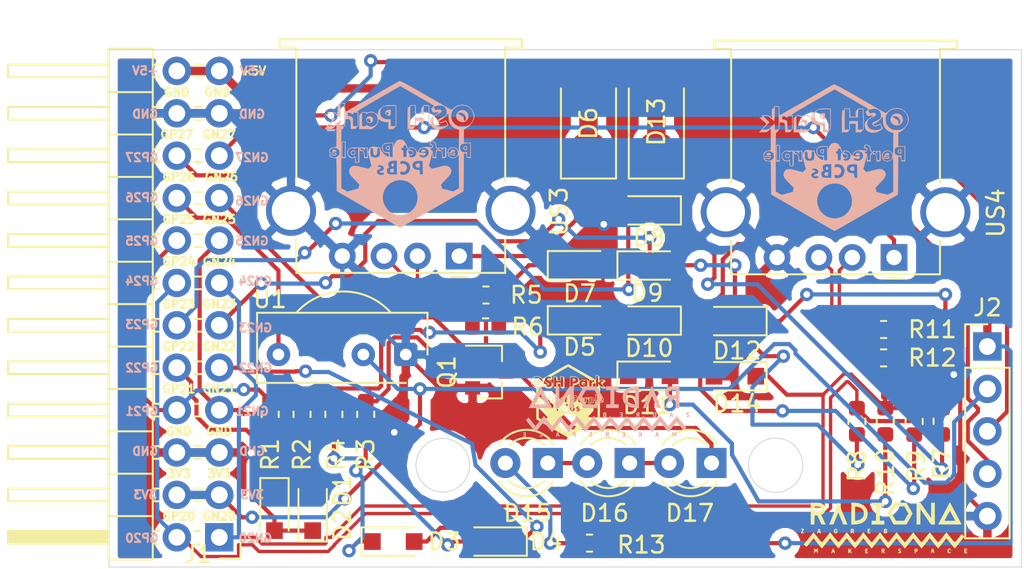
<source format=kicad_pcb>
(kicad_pcb (version 20171130) (host pcbnew 5.0.2+dfsg1-1)

  (general
    (thickness 1.6)
    (drawings 62)
    (tracks 444)
    (zones 0)
    (modules 41)
    (nets 34)
  )

  (page A4)
  (layers
    (0 F.Cu signal)
    (31 B.Cu signal)
    (32 B.Adhes user)
    (33 F.Adhes user)
    (34 B.Paste user)
    (35 F.Paste user)
    (36 B.SilkS user)
    (37 F.SilkS user)
    (38 B.Mask user)
    (39 F.Mask user)
    (40 Dwgs.User user)
    (41 Cmts.User user)
    (42 Eco1.User user)
    (43 Eco2.User user)
    (44 Edge.Cuts user)
    (45 Margin user)
    (46 B.CrtYd user)
    (47 F.CrtYd user)
    (48 B.Fab user)
    (49 F.Fab user)
  )

  (setup
    (last_trace_width 0.25)
    (user_trace_width 0.2)
    (user_trace_width 0.25)
    (user_trace_width 0.5)
    (trace_clearance 0.2)
    (zone_clearance 0.508)
    (zone_45_only no)
    (trace_min 0.2)
    (segment_width 0.2)
    (edge_width 0.05)
    (via_size 0.8)
    (via_drill 0.4)
    (via_min_size 0.4)
    (via_min_drill 0.3)
    (user_via 0.6 0.3)
    (user_via 0.8 0.4)
    (uvia_size 0.3)
    (uvia_drill 0.1)
    (uvias_allowed no)
    (uvia_min_size 0.2)
    (uvia_min_drill 0.1)
    (pcb_text_width 0.3)
    (pcb_text_size 1.5 1.5)
    (mod_edge_width 0.12)
    (mod_text_size 1 1)
    (mod_text_width 0.15)
    (pad_size 1.524 1.524)
    (pad_drill 0.762)
    (pad_to_mask_clearance 0.051)
    (solder_mask_min_width 0.25)
    (aux_axis_origin 0 0)
    (visible_elements 7FFFFFFF)
    (pcbplotparams
      (layerselection 0x010fc_ffffffff)
      (usegerberextensions false)
      (usegerberattributes false)
      (usegerberadvancedattributes false)
      (creategerberjobfile false)
      (excludeedgelayer true)
      (linewidth 0.100000)
      (plotframeref false)
      (viasonmask false)
      (mode 1)
      (useauxorigin false)
      (hpglpennumber 1)
      (hpglpenspeed 20)
      (hpglpendiameter 15.000000)
      (psnegative false)
      (psa4output false)
      (plotreference true)
      (plotvalue true)
      (plotinvisibletext false)
      (padsonsilk false)
      (subtractmaskfromsilk false)
      (outputformat 1)
      (mirror false)
      (drillshape 1)
      (scaleselection 1)
      (outputdirectory ""))
  )

  (net 0 "")
  (net 1 USB1_FPGA_PULL_D+)
  (net 2 "Net-(D1-Pad1)")
  (net 3 "Net-(D2-Pad2)")
  (net 4 USB1_FPGA_PULL_D-)
  (net 5 "Net-(D3-Pad1)")
  (net 6 "Net-(D4-Pad2)")
  (net 7 USB1_FPGA_D+)
  (net 8 GND)
  (net 9 /US1VBUS)
  (net 10 +5V)
  (net 11 USB1_FPGA_D-)
  (net 12 "Net-(D8-Pad1)")
  (net 13 USB2_FPGA_PULL_D+)
  (net 14 "Net-(D9-Pad2)")
  (net 15 USB2_FPGA_PULL_D-)
  (net 16 "Net-(D10-Pad1)")
  (net 17 "Net-(D11-Pad2)")
  (net 18 USB2_FPGA_D+)
  (net 19 /US2VBUS)
  (net 20 USB2_FPGA_D-)
  (net 21 GP27)
  (net 22 GN27)
  (net 23 GP26)
  (net 24 GN26)
  (net 25 +3V3)
  (net 26 /FPD1-)
  (net 27 /FPD1+)
  (net 28 /FPD2-)
  (net 29 /FPD2+)
  (net 30 "Net-(D15-Pad1)")
  (net 31 "Net-(D15-Pad2)")
  (net 32 "Net-(D16-Pad1)")
  (net 33 "Net-(D17-Pad1)")

  (net_class Default "This is the default net class."
    (clearance 0.2)
    (trace_width 0.25)
    (via_dia 0.8)
    (via_drill 0.4)
    (uvia_dia 0.3)
    (uvia_drill 0.1)
    (add_net +3V3)
    (add_net +5V)
    (add_net /FPD1+)
    (add_net /FPD1-)
    (add_net /FPD2+)
    (add_net /FPD2-)
    (add_net /US1VBUS)
    (add_net /US2VBUS)
    (add_net GN26)
    (add_net GN27)
    (add_net GND)
    (add_net GP26)
    (add_net GP27)
    (add_net "Net-(D1-Pad1)")
    (add_net "Net-(D10-Pad1)")
    (add_net "Net-(D11-Pad2)")
    (add_net "Net-(D15-Pad1)")
    (add_net "Net-(D15-Pad2)")
    (add_net "Net-(D16-Pad1)")
    (add_net "Net-(D17-Pad1)")
    (add_net "Net-(D2-Pad2)")
    (add_net "Net-(D3-Pad1)")
    (add_net "Net-(D4-Pad2)")
    (add_net "Net-(D8-Pad1)")
    (add_net "Net-(D9-Pad2)")
    (add_net USB1_FPGA_D+)
    (add_net USB1_FPGA_D-)
    (add_net USB1_FPGA_PULL_D+)
    (add_net USB1_FPGA_PULL_D-)
    (add_net USB2_FPGA_D+)
    (add_net USB2_FPGA_D-)
    (add_net USB2_FPGA_PULL_D+)
    (add_net USB2_FPGA_PULL_D-)
  )

  (module parts:radiona-10mm (layer B.Cu) (tedit 0) (tstamp 5E0DCF9E)
    (at 149.4 100.4 180)
    (fp_text reference G*** (at 0 0 180) (layer B.SilkS) hide
      (effects (font (size 1.524 1.524) (thickness 0.3)) (justify mirror))
    )
    (fp_text value LOGO (at 0.75 0 180) (layer B.SilkS) hide
      (effects (font (size 1.524 1.524) (thickness 0.3)) (justify mirror))
    )
    (fp_poly (pts (xy -4.130649 -1.261396) (xy -4.117533 -1.269308) (xy -4.106978 -1.288436) (xy -4.098574 -1.31064)
      (xy -4.087151 -1.339002) (xy -4.077377 -1.357442) (xy -4.073174 -1.36144) (xy -4.066058 -1.352726)
      (xy -4.055419 -1.330339) (xy -4.047774 -1.31064) (xy -4.03601 -1.280943) (xy -4.02516 -1.265829)
      (xy -4.010235 -1.260435) (xy -3.99565 -1.25984) (xy -3.961793 -1.25984) (xy -3.964637 -1.38938)
      (xy -3.966001 -1.442725) (xy -3.967719 -1.479015) (xy -3.970373 -1.501514) (xy -3.974547 -1.513485)
      (xy -3.980826 -1.518191) (xy -3.9878 -1.51892) (xy -3.997608 -1.517338) (xy -4.003632 -1.509968)
      (xy -4.006783 -1.492871) (xy -4.00797 -1.462106) (xy -4.00812 -1.430968) (xy -4.008844 -1.392187)
      (xy -4.010777 -1.363174) (xy -4.013566 -1.348256) (xy -4.014964 -1.347268) (xy -4.021791 -1.358588)
      (xy -4.031864 -1.382984) (xy -4.03864 -1.402199) (xy -4.054035 -1.437648) (xy -4.069865 -1.452788)
      (xy -4.086035 -1.447617) (xy -4.102451 -1.42213) (xy -4.109676 -1.40462) (xy -4.123868 -1.369196)
      (xy -4.13386 -1.35199) (xy -4.140311 -1.353479) (xy -4.143877 -1.374142) (xy -4.145215 -1.414455)
      (xy -4.14528 -1.430528) (xy -4.145606 -1.474542) (xy -4.147138 -1.502068) (xy -4.150709 -1.516932)
      (xy -4.15715 -1.522962) (xy -4.1656 -1.524) (xy -4.173896 -1.522879) (xy -4.179564 -1.51736)
      (xy -4.183102 -1.504202) (xy -4.185008 -1.480169) (xy -4.185782 -1.442022) (xy -4.18592 -1.39192)
      (xy -4.18592 -1.25984) (xy -4.151381 -1.25984) (xy -4.130649 -1.261396)) (layer B.SilkS) (width 0.01))
    (fp_poly (pts (xy -2.976803 -1.37922) (xy -2.961443 -1.434102) (xy -2.951158 -1.472359) (xy -2.945717 -1.496982)
      (xy -2.94489 -1.510959) (xy -2.948449 -1.517283) (xy -2.956164 -1.518942) (xy -2.966075 -1.51892)
      (xy -2.985102 -1.514157) (xy -2.996299 -1.496306) (xy -2.999385 -1.4859) (xy -3.007005 -1.464414)
      (xy -3.019577 -1.455055) (xy -3.044364 -1.45289) (xy -3.048 -1.45288) (xy -3.074499 -1.454568)
      (xy -3.088007 -1.462922) (xy -3.095777 -1.482873) (xy -3.096571 -1.4859) (xy -3.109221 -1.512696)
      (xy -3.127341 -1.522166) (xy -3.145666 -1.519521) (xy -3.1496 -1.510982) (xy -3.146606 -1.491217)
      (xy -3.140091 -1.467096) (xy -3.1329 -1.444035) (xy -3.121922 -1.407933) (xy -3.117849 -1.394355)
      (xy -3.071011 -1.394355) (xy -3.070247 -1.407711) (xy -3.060906 -1.411906) (xy -3.048 -1.41224)
      (xy -3.031371 -1.411317) (xy -3.024736 -1.405002) (xy -3.026093 -1.387978) (xy -3.030802 -1.36652)
      (xy -3.038311 -1.339455) (xy -3.0454 -1.323054) (xy -3.048 -1.3208) (xy -3.054032 -1.329731)
      (xy -3.061629 -1.352369) (xy -3.065199 -1.36652) (xy -3.071011 -1.394355) (xy -3.117849 -1.394355)
      (xy -3.109113 -1.365242) (xy -3.104204 -1.34874) (xy -3.09154 -1.306886) (xy -3.082116 -1.280795)
      (xy -3.073412 -1.266741) (xy -3.062906 -1.261) (xy -3.048077 -1.259847) (xy -3.044027 -1.25984)
      (xy -3.010228 -1.25984) (xy -2.976803 -1.37922)) (layer B.SilkS) (width 0.01))
    (fp_poly (pts (xy -2.085978 -1.260709) (xy -2.076874 -1.266579) (xy -2.073248 -1.282342) (xy -2.072538 -1.312889)
      (xy -2.072526 -1.31826) (xy -2.072411 -1.37668) (xy -2.034426 -1.318395) (xy -2.011851 -1.286089)
      (xy -1.994389 -1.268129) (xy -1.977824 -1.260809) (xy -1.968012 -1.259975) (xy -1.939584 -1.25984)
      (xy -1.970552 -1.30485) (xy -1.987977 -1.332218) (xy -1.99921 -1.353784) (xy -2.00152 -1.361567)
      (xy -1.997655 -1.376062) (xy -1.987458 -1.403459) (xy -1.973027 -1.438168) (xy -1.97104 -1.44272)
      (xy -1.956334 -1.476965) (xy -1.945522 -1.503553) (xy -1.940652 -1.517416) (xy -1.94056 -1.518082)
      (xy -1.949298 -1.522487) (xy -1.966721 -1.524) (xy -1.982311 -1.521289) (xy -1.994983 -1.510398)
      (xy -2.008295 -1.487183) (xy -2.019296 -1.462782) (xy -2.036562 -1.427785) (xy -2.050021 -1.412703)
      (xy -2.060312 -1.417632) (xy -2.068076 -1.44267) (xy -2.072179 -1.470706) (xy -2.077507 -1.501395)
      (xy -2.086034 -1.516844) (xy -2.098459 -1.521888) (xy -2.118647 -1.521208) (xy -2.126399 -1.517655)
      (xy -2.12916 -1.505261) (xy -2.131432 -1.476723) (xy -2.132987 -1.436217) (xy -2.133599 -1.387919)
      (xy -2.1336 -1.385146) (xy -2.1336 -1.25984) (xy -2.10312 -1.25984) (xy -2.085978 -1.260709)) (layer B.SilkS) (width 0.01))
    (fp_poly (pts (xy -1.005983 -1.260264) (xy -0.981712 -1.262218) (xy -0.96958 -1.266723) (xy -0.9655 -1.274802)
      (xy -0.9652 -1.28016) (xy -0.967626 -1.291902) (xy -0.978113 -1.29802) (xy -1.001476 -1.300263)
      (xy -1.02108 -1.30048) (xy -1.053026 -1.300991) (xy -1.069654 -1.304345) (xy -1.075965 -1.31327)
      (xy -1.07696 -1.330493) (xy -1.07696 -1.33096) (xy -1.075635 -1.349702) (xy -1.067983 -1.358579)
      (xy -1.048489 -1.361267) (xy -1.03124 -1.36144) (xy -1.002588 -1.362815) (xy -0.989051 -1.36841)
      (xy -0.985526 -1.380428) (xy -0.98552 -1.381175) (xy -0.989497 -1.394257) (xy -1.004747 -1.401163)
      (xy -1.0287 -1.404035) (xy -1.056008 -1.407274) (xy -1.069113 -1.414894) (xy -1.074127 -1.431659)
      (xy -1.075064 -1.44018) (xy -1.078248 -1.4732) (xy -1.021724 -1.4732) (xy -0.989491 -1.473841)
      (xy -0.972625 -1.477249) (xy -0.96618 -1.485644) (xy -0.9652 -1.4986) (xy -0.966181 -1.511632)
      (xy -0.972006 -1.519214) (xy -0.987005 -1.522819) (xy -1.015506 -1.523923) (xy -1.039707 -1.524)
      (xy -1.076873 -1.523135) (xy -1.105667 -1.520857) (xy -1.120443 -1.517635) (xy -1.120987 -1.517226)
      (xy -1.123584 -1.505004) (xy -1.12572 -1.476621) (xy -1.127183 -1.436232) (xy -1.127759 -1.387996)
      (xy -1.12776 -1.385146) (xy -1.12776 -1.25984) (xy -1.04648 -1.25984) (xy -1.005983 -1.260264)) (layer B.SilkS) (width 0.01))
    (fp_poly (pts (xy -0.032941 -1.260966) (xy -0.007684 -1.265247) (xy 0.008821 -1.274036) (xy 0.015697 -1.280665)
      (xy 0.031441 -1.310626) (xy 0.034192 -1.345722) (xy 0.024239 -1.37781) (xy 0.011743 -1.392681)
      (xy -0.011058 -1.411144) (xy 0.014791 -1.462154) (xy 0.028926 -1.490936) (xy 0.038315 -1.511755)
      (xy 0.04064 -1.518582) (xy 0.031927 -1.522669) (xy 0.015411 -1.524) (xy -0.001875 -1.519978)
      (xy -0.017106 -1.505168) (xy -0.034416 -1.475446) (xy -0.03556 -1.4732) (xy -0.056033 -1.438707)
      (xy -0.072372 -1.423884) (xy -0.084337 -1.428742) (xy -0.09169 -1.45329) (xy -0.093424 -1.47066)
      (xy -0.096754 -1.500622) (xy -0.103572 -1.515802) (xy -0.116663 -1.521728) (xy -0.11938 -1.522166)
      (xy -0.128676 -1.522876) (xy -0.135033 -1.519787) (xy -0.139009 -1.509732) (xy -0.141163 -1.489548)
      (xy -0.142054 -1.456069) (xy -0.142239 -1.406131) (xy -0.14224 -1.392626) (xy -0.14224 -1.340476)
      (xy -0.09144 -1.340476) (xy -0.089986 -1.36704) (xy -0.083571 -1.378906) (xy -0.06912 -1.381606)
      (xy -0.06858 -1.381604) (xy -0.044059 -1.377806) (xy -0.032207 -1.372881) (xy -0.023204 -1.357039)
      (xy -0.022047 -1.334937) (xy -0.027736 -1.313937) (xy -0.042782 -1.304731) (xy -0.05842 -1.302376)
      (xy -0.079435 -1.301528) (xy -0.088866 -1.308022) (xy -0.091351 -1.327211) (xy -0.09144 -1.340476)
      (xy -0.14224 -1.340476) (xy -0.14224 -1.25984) (xy -0.072695 -1.25984) (xy -0.032941 -1.260966)) (layer B.SilkS) (width 0.01))
    (fp_poly (pts (xy 0.96828 -1.25462) (xy 0.985689 -1.25991) (xy 1.009409 -1.27245) (xy 1.014447 -1.28451)
      (xy 1.002091 -1.299371) (xy 1.001409 -1.299941) (xy 0.983654 -1.306868) (xy 0.965465 -1.300622)
      (xy 0.940274 -1.294016) (xy 0.924176 -1.295521) (xy 0.906886 -1.307994) (xy 0.906132 -1.32563)
      (xy 0.920858 -1.343422) (xy 0.936069 -1.351839) (xy 0.9843 -1.378398) (xy 1.014353 -1.41007)
      (xy 1.025508 -1.445771) (xy 1.019848 -1.477824) (xy 1.001959 -1.499111) (xy 0.970866 -1.514562)
      (xy 0.933305 -1.522246) (xy 0.896015 -1.520235) (xy 0.88392 -1.516753) (xy 0.857214 -1.502285)
      (xy 0.849657 -1.484931) (xy 0.853606 -1.472888) (xy 0.861986 -1.461258) (xy 0.873528 -1.460591)
      (xy 0.894962 -1.470082) (xy 0.922678 -1.479919) (xy 0.946007 -1.476686) (xy 0.950888 -1.474625)
      (xy 0.971329 -1.459212) (xy 0.972155 -1.441722) (xy 0.953735 -1.423765) (xy 0.93726 -1.41504)
      (xy 0.88952 -1.387531) (xy 0.861393 -1.357134) (xy 0.85308 -1.324239) (xy 0.864782 -1.289237)
      (xy 0.868972 -1.282826) (xy 0.893936 -1.262995) (xy 0.929631 -1.253084) (xy 0.96828 -1.25462)) (layer B.SilkS) (width 0.01))
    (fp_poly (pts (xy 1.90754 -1.259995) (xy 1.949645 -1.260996) (xy 1.976633 -1.265019) (xy 1.993674 -1.273941)
      (xy 2.005939 -1.28964) (xy 2.010159 -1.297272) (xy 2.020873 -1.335996) (xy 2.014368 -1.372281)
      (xy 1.993333 -1.401556) (xy 1.960462 -1.419247) (xy 1.936498 -1.4224) (xy 1.915067 -1.423401)
      (xy 1.90424 -1.429983) (xy 1.899729 -1.447517) (xy 1.897936 -1.47066) (xy 1.894408 -1.501007)
      (xy 1.887274 -1.51633) (xy 1.874101 -1.521888) (xy 1.853913 -1.521208) (xy 1.846161 -1.517655)
      (xy 1.8434 -1.505261) (xy 1.841128 -1.476723) (xy 1.839573 -1.436217) (xy 1.838961 -1.387919)
      (xy 1.83896 -1.385146) (xy 1.83896 -1.34112) (xy 1.89992 -1.34112) (xy 1.90097 -1.367581)
      (xy 1.90655 -1.378986) (xy 1.920299 -1.380579) (xy 1.926835 -1.379894) (xy 1.951339 -1.371115)
      (xy 1.964883 -1.3589) (xy 1.969809 -1.335628) (xy 1.957919 -1.315403) (xy 1.932619 -1.303283)
      (xy 1.926835 -1.302345) (xy 1.909792 -1.301949) (xy 1.902055 -1.309729) (xy 1.899981 -1.33093)
      (xy 1.89992 -1.34112) (xy 1.83896 -1.34112) (xy 1.83896 -1.25984) (xy 1.90754 -1.259995)) (layer B.SilkS) (width 0.01))
    (fp_poly (pts (xy 2.978682 -1.387132) (xy 2.993613 -1.441259) (xy 3.002761 -1.478884) (xy 3.006601 -1.502838)
      (xy 3.005606 -1.515953) (xy 3.001073 -1.520788) (xy 2.976778 -1.521763) (xy 2.959674 -1.504293)
      (xy 2.953178 -1.484233) (xy 2.947059 -1.463876) (xy 2.935182 -1.454974) (xy 2.910689 -1.452891)
      (xy 2.906801 -1.45288) (xy 2.880073 -1.454676) (xy 2.865766 -1.463641) (xy 2.856062 -1.485138)
      (xy 2.85496 -1.48844) (xy 2.842725 -1.510869) (xy 2.826993 -1.523555) (xy 2.812777 -1.52472)
      (xy 2.805093 -1.512585) (xy 2.804806 -1.50622) (xy 2.807861 -1.489711) (xy 2.815659 -1.458469)
      (xy 2.82697 -1.417181) (xy 2.829142 -1.4097) (xy 2.875434 -1.4097) (xy 2.884147 -1.411503)
      (xy 2.904941 -1.41224) (xy 2.923809 -1.411183) (xy 2.930283 -1.404202) (xy 2.92725 -1.385576)
      (xy 2.924173 -1.37414) (xy 2.914249 -1.341544) (xy 2.906528 -1.328268) (xy 2.899218 -1.333706)
      (xy 2.89053 -1.357255) (xy 2.889012 -1.362262) (xy 2.881015 -1.389406) (xy 2.876127 -1.406761)
      (xy 2.875434 -1.4097) (xy 2.829142 -1.4097) (xy 2.838732 -1.37668) (xy 2.872011 -1.26492)
      (xy 2.942259 -1.25886) (xy 2.978682 -1.387132)) (layer B.SilkS) (width 0.01))
    (fp_poly (pts (xy 3.956004 -1.263675) (xy 3.966109 -1.270737) (xy 3.98505 -1.292211) (xy 3.993071 -1.314802)
      (xy 3.989662 -1.332944) (xy 3.974314 -1.341069) (xy 3.97256 -1.34112) (xy 3.956045 -1.337166)
      (xy 3.95224 -1.331685) (xy 3.944921 -1.316431) (xy 3.928836 -1.299775) (xy 3.912789 -1.290524)
      (xy 3.910874 -1.29032) (xy 3.897424 -1.296854) (xy 3.88112 -1.31064) (xy 3.867842 -1.335462)
      (xy 3.860949 -1.372787) (xy 3.861145 -1.415609) (xy 3.867115 -1.450003) (xy 3.881323 -1.471917)
      (xy 3.903875 -1.480654) (xy 3.927542 -1.476038) (xy 3.945093 -1.457897) (xy 3.947457 -1.451941)
      (xy 3.95994 -1.435169) (xy 3.976731 -1.432754) (xy 3.989944 -1.44378) (xy 3.99288 -1.457222)
      (xy 3.983842 -1.485416) (xy 3.960154 -1.506948) (xy 3.926951 -1.519782) (xy 3.889368 -1.521886)
      (xy 3.854339 -1.512116) (xy 3.832288 -1.494245) (xy 3.818232 -1.464285) (xy 3.811225 -1.419421)
      (xy 3.81 -1.3805) (xy 3.810769 -1.341698) (xy 3.814365 -1.316619) (xy 3.822719 -1.298687)
      (xy 3.837762 -1.281326) (xy 3.839698 -1.279378) (xy 3.876251 -1.255338) (xy 3.916453 -1.250006)
      (xy 3.956004 -1.263675)) (layer B.SilkS) (width 0.01))
    (fp_poly (pts (xy 4.937617 -1.260264) (xy 4.961888 -1.262218) (xy 4.97402 -1.266723) (xy 4.9781 -1.274802)
      (xy 4.9784 -1.28016) (xy 4.975974 -1.291902) (xy 4.965487 -1.29802) (xy 4.942124 -1.300263)
      (xy 4.92252 -1.30048) (xy 4.890574 -1.300991) (xy 4.873946 -1.304345) (xy 4.867635 -1.31327)
      (xy 4.86664 -1.330493) (xy 4.86664 -1.33096) (xy 4.867965 -1.349702) (xy 4.875617 -1.358579)
      (xy 4.895111 -1.361267) (xy 4.91236 -1.36144) (xy 4.941012 -1.362815) (xy 4.954549 -1.36841)
      (xy 4.958074 -1.380428) (xy 4.95808 -1.381175) (xy 4.954103 -1.394257) (xy 4.938853 -1.401163)
      (xy 4.9149 -1.404035) (xy 4.887592 -1.407274) (xy 4.874487 -1.414894) (xy 4.869473 -1.431659)
      (xy 4.868536 -1.44018) (xy 4.865352 -1.4732) (xy 4.922582 -1.4732) (xy 4.954961 -1.473823)
      (xy 4.971623 -1.47699) (xy 4.977161 -1.484646) (xy 4.976566 -1.49606) (xy 4.973336 -1.507657)
      (xy 4.964797 -1.514775) (xy 4.946585 -1.51879) (xy 4.914338 -1.521075) (xy 4.89458 -1.521887)
      (xy 4.81584 -1.524854) (xy 4.81584 -1.25984) (xy 4.89712 -1.25984) (xy 4.937617 -1.260264)) (layer B.SilkS) (width 0.01))
    (fp_poly (pts (xy -2.211225 -0.30651) (xy -2.200416 -0.31983) (xy -2.178471 -0.346972) (xy -2.147007 -0.385936)
      (xy -2.107637 -0.434722) (xy -2.061975 -0.49133) (xy -2.011636 -0.553759) (xy -1.968645 -0.607092)
      (xy -1.91636 -0.67182) (xy -1.867956 -0.731468) (xy -1.824943 -0.784198) (xy -1.78883 -0.828169)
      (xy -1.761127 -0.861544) (xy -1.743344 -0.882481) (xy -1.737146 -0.889132) (xy -1.729146 -0.882644)
      (xy -1.709905 -0.861943) (xy -1.680848 -0.828707) (xy -1.643396 -0.784617) (xy -1.598973 -0.73135)
      (xy -1.549001 -0.670586) (xy -1.494903 -0.604003) (xy -1.483105 -0.58938) (xy -1.428484 -0.521657)
      (xy -1.377992 -0.45916) (xy -1.333015 -0.403597) (xy -1.29494 -0.356674) (xy -1.265151 -0.3201)
      (xy -1.245036 -0.295583) (xy -1.23598 -0.284829) (xy -1.235613 -0.28448) (xy -1.229092 -0.29213)
      (xy -1.21127 -0.313939) (xy -1.18353 -0.348189) (xy -1.147256 -0.393164) (xy -1.103832 -0.447148)
      (xy -1.054641 -0.508424) (xy -1.001068 -0.575277) (xy -0.990297 -0.588731) (xy -0.935872 -0.656541)
      (xy -0.88536 -0.71912) (xy -0.840174 -0.774747) (xy -0.801728 -0.821695) (xy -0.771434 -0.858241)
      (xy -0.750707 -0.882661) (xy -0.740958 -0.893231) (xy -0.740467 -0.893531) (xy -0.732914 -0.886009)
      (xy -0.714074 -0.86433) (xy -0.685359 -0.8302) (xy -0.648181 -0.785326) (xy -0.603952 -0.731413)
      (xy -0.554084 -0.670168) (xy -0.499988 -0.603297) (xy -0.487925 -0.58833) (xy -0.433154 -0.520772)
      (xy -0.382231 -0.458824) (xy -0.336571 -0.40414) (xy -0.297585 -0.358373) (xy -0.266686 -0.323176)
      (xy -0.245287 -0.300205) (xy -0.234799 -0.291111) (xy -0.234085 -0.29115) (xy -0.226199 -0.300778)
      (xy -0.207057 -0.324451) (xy -0.178116 -0.36036) (xy -0.140831 -0.406697) (xy -0.096658 -0.461652)
      (xy -0.047051 -0.523417) (xy 0.006533 -0.590182) (xy 0.009885 -0.59436) (xy 0.063564 -0.661118)
      (xy 0.113327 -0.72272) (xy 0.157732 -0.777399) (xy 0.195335 -0.823389) (xy 0.22469 -0.858925)
      (xy 0.244355 -0.882242) (xy 0.252885 -0.891574) (xy 0.25303 -0.891659) (xy 0.260663 -0.884595)
      (xy 0.279515 -0.863317) (xy 0.308174 -0.829529) (xy 0.345226 -0.784933) (xy 0.389258 -0.731233)
      (xy 0.438859 -0.670131) (xy 0.492614 -0.60333) (xy 0.503278 -0.590013) (xy 0.557644 -0.522223)
      (xy 0.608043 -0.459679) (xy 0.653073 -0.4041) (xy 0.691327 -0.357208) (xy 0.721402 -0.320724)
      (xy 0.741892 -0.296367) (xy 0.751393 -0.285858) (xy 0.75184 -0.285568) (xy 0.759105 -0.293194)
      (xy 0.777635 -0.314989) (xy 0.806023 -0.349237) (xy 0.842865 -0.394221) (xy 0.886756 -0.448223)
      (xy 0.93629 -0.509526) (xy 0.990062 -0.576414) (xy 1.000755 -0.589754) (xy 1.05518 -0.657516)
      (xy 1.105637 -0.720022) (xy 1.15072 -0.775555) (xy 1.189025 -0.822398) (xy 1.219147 -0.858834)
      (xy 1.23968 -0.883147) (xy 1.249219 -0.893618) (xy 1.249675 -0.893902) (xy 1.256952 -0.886212)
      (xy 1.275511 -0.86437) (xy 1.303941 -0.830096) (xy 1.340836 -0.785107) (xy 1.384785 -0.731124)
      (xy 1.434381 -0.669865) (xy 1.488216 -0.603048) (xy 1.4986 -0.590125) (xy 1.567131 -0.505243)
      (xy 1.62398 -0.435837) (xy 1.669758 -0.381202) (xy 1.705079 -0.340635) (xy 1.730554 -0.313433)
      (xy 1.746796 -0.298892) (xy 1.754357 -0.296258) (xy 1.763248 -0.306165) (xy 1.783347 -0.330115)
      (xy 1.813165 -0.366285) (xy 1.851215 -0.412854) (xy 1.896008 -0.467999) (xy 1.946054 -0.529899)
      (xy 1.999867 -0.596731) (xy 2.002521 -0.600035) (xy 2.05614 -0.666576) (xy 2.105802 -0.727833)
      (xy 2.150071 -0.782061) (xy 2.18751 -0.827516) (xy 2.216681 -0.862454) (xy 2.236147 -0.88513)
      (xy 2.244472 -0.893801) (xy 2.244603 -0.893838) (xy 2.252044 -0.886127) (xy 2.270743 -0.864251)
      (xy 2.299289 -0.829933) (xy 2.33627 -0.784893) (xy 2.380274 -0.730854) (xy 2.429889 -0.669535)
      (xy 2.483702 -0.602659) (xy 2.493992 -0.589831) (xy 2.548407 -0.522281) (xy 2.598935 -0.460168)
      (xy 2.644164 -0.405182) (xy 2.682679 -0.359017) (xy 2.713067 -0.323363) (xy 2.733913 -0.299914)
      (xy 2.743803 -0.290361) (xy 2.744328 -0.290257) (xy 2.752014 -0.298859) (xy 2.770978 -0.321557)
      (xy 2.799788 -0.356591) (xy 2.837008 -0.402205) (xy 2.881207 -0.45664) (xy 2.930949 -0.518139)
      (xy 2.984801 -0.584944) (xy 2.9923 -0.594264) (xy 3.046524 -0.661453) (xy 3.096819 -0.723362)
      (xy 3.141761 -0.778267) (xy 3.179922 -0.824444) (xy 3.209878 -0.860169) (xy 3.230201 -0.883716)
      (xy 3.239466 -0.893364) (xy 3.239804 -0.893507) (xy 3.246967 -0.885832) (xy 3.265165 -0.864388)
      (xy 3.292711 -0.831251) (xy 3.32792 -0.788496) (xy 3.369104 -0.738201) (xy 3.414577 -0.682441)
      (xy 3.462654 -0.623291) (xy 3.511647 -0.562829) (xy 3.55987 -0.50313) (xy 3.605637 -0.446269)
      (xy 3.647262 -0.394324) (xy 3.683057 -0.34937) (xy 3.711336 -0.313483) (xy 3.719602 -0.30286)
      (xy 3.724142 -0.29804) (xy 3.729528 -0.296206) (xy 3.737018 -0.298725) (xy 3.747869 -0.306962)
      (xy 3.763338 -0.322283) (xy 3.784683 -0.346053) (xy 3.813163 -0.379638) (xy 3.850034 -0.424404)
      (xy 3.896553 -0.481715) (xy 3.95398 -0.552937) (xy 3.98217 -0.587969) (xy 4.037009 -0.655721)
      (xy 4.088054 -0.717992) (xy 4.133883 -0.773107) (xy 4.173074 -0.819389) (xy 4.204206 -0.855164)
      (xy 4.225855 -0.878756) (xy 4.236599 -0.88849) (xy 4.237364 -0.888601) (xy 4.245715 -0.879594)
      (xy 4.265158 -0.856681) (xy 4.294085 -0.821817) (xy 4.330889 -0.776958) (xy 4.37396 -0.724058)
      (xy 4.421691 -0.665074) (xy 4.44584 -0.635107) (xy 4.645407 -0.387118) (xy 4.723413 -0.450099)
      (xy 4.756852 -0.477893) (xy 4.783621 -0.50165) (xy 4.800157 -0.518123) (xy 4.803704 -0.52324)
      (xy 4.798019 -0.532831) (xy 4.781087 -0.556243) (xy 4.754468 -0.591518) (xy 4.719717 -0.636696)
      (xy 4.678393 -0.68982) (xy 4.632053 -0.748931) (xy 4.582254 -0.81207) (xy 4.530555 -0.877279)
      (xy 4.478511 -0.9426) (xy 4.427681 -1.006075) (xy 4.379622 -1.065743) (xy 4.335892 -1.119649)
      (xy 4.298047 -1.165832) (xy 4.267646 -1.202334) (xy 4.246246 -1.227198) (xy 4.235403 -1.238464)
      (xy 4.234567 -1.238926) (xy 4.226811 -1.231405) (xy 4.207796 -1.209711) (xy 4.178939 -1.175551)
      (xy 4.141655 -1.130634) (xy 4.097361 -1.076668) (xy 4.047473 -1.015362) (xy 3.993407 -0.948425)
      (xy 3.981469 -0.933581) (xy 3.919068 -0.856005) (xy 3.868103 -0.792932) (xy 3.827317 -0.742994)
      (xy 3.795453 -0.704825) (xy 3.771254 -0.677059) (xy 3.753464 -0.658328) (xy 3.740826 -0.647268)
      (xy 3.732084 -0.642511) (xy 3.725981 -0.64269) (xy 3.72126 -0.646439) (xy 3.719462 -0.648653)
      (xy 3.696961 -0.677501) (xy 3.665872 -0.716732) (xy 3.627893 -0.764259) (xy 3.584719 -0.817993)
      (xy 3.538047 -0.875847) (xy 3.489573 -0.935733) (xy 3.440995 -0.995564) (xy 3.394007 -1.053252)
      (xy 3.350308 -1.10671) (xy 3.311592 -1.15385) (xy 3.279557 -1.192585) (xy 3.2559 -1.220826)
      (xy 3.242315 -1.236487) (xy 3.239738 -1.238984) (xy 3.232164 -1.231459) (xy 3.213306 -1.209777)
      (xy 3.184576 -1.175645) (xy 3.147387 -1.13077) (xy 3.103153 -1.07686) (xy 3.053285 -1.015622)
      (xy 2.999198 -0.948761) (xy 2.987302 -0.934001) (xy 2.932648 -0.866313) (xy 2.882058 -0.803996)
      (xy 2.836922 -0.748734) (xy 2.798627 -0.702214) (xy 2.768564 -0.666121) (xy 2.748122 -0.642141)
      (xy 2.73869 -0.631961) (xy 2.73823 -0.631741) (xy 2.731402 -0.640123) (xy 2.713254 -0.662595)
      (xy 2.685194 -0.697409) (xy 2.648629 -0.742816) (xy 2.604967 -0.797069) (xy 2.555617 -0.858418)
      (xy 2.501986 -0.925114) (xy 2.494264 -0.93472) (xy 2.440015 -1.002047) (xy 2.389667 -1.064237)
      (xy 2.344652 -1.119541) (xy 2.306406 -1.16621) (xy 2.276362 -1.202496) (xy 2.255954 -1.226651)
      (xy 2.246615 -1.236924) (xy 2.246281 -1.237152) (xy 2.23855 -1.230128) (xy 2.219557 -1.208941)
      (xy 2.190731 -1.175299) (xy 2.153502 -1.130908) (xy 2.109299 -1.077474) (xy 2.059552 -1.016704)
      (xy 2.005691 -0.950305) (xy 1.997211 -0.939799) (xy 1.942795 -0.872443) (xy 1.89232 -0.810171)
      (xy 1.847217 -0.754733) (xy 1.808916 -0.70788) (xy 1.778851 -0.671362) (xy 1.758451 -0.646928)
      (xy 1.749148 -0.63633) (xy 1.748809 -0.636047) (xy 1.741253 -0.642867) (xy 1.722452 -0.663887)
      (xy 1.693819 -0.697416) (xy 1.656766 -0.741758) (xy 1.612708 -0.79522) (xy 1.563057 -0.856107)
      (xy 1.509226 -0.922727) (xy 1.498604 -0.93594) (xy 1.444127 -1.003596) (xy 1.393612 -1.066006)
      (xy 1.348469 -1.121453) (xy 1.310109 -1.168219) (xy 1.279942 -1.204585) (xy 1.259378 -1.228833)
      (xy 1.249828 -1.239247) (xy 1.24938 -1.23952) (xy 1.242038 -1.231867) (xy 1.223426 -1.210054)
      (xy 1.194956 -1.175802) (xy 1.158036 -1.130828) (xy 1.114077 -1.076852) (xy 1.064489 -1.015593)
      (xy 1.010683 -0.948771) (xy 1.000456 -0.936032) (xy 0.946011 -0.868519) (xy 0.89543 -0.806441)
      (xy 0.850133 -0.751491) (xy 0.811538 -0.705361) (xy 0.781063 -0.669744) (xy 0.760126 -0.646333)
      (xy 0.750146 -0.636819) (xy 0.74961 -0.63672) (xy 0.741803 -0.64532) (xy 0.722725 -0.668016)
      (xy 0.693813 -0.703049) (xy 0.656505 -0.74866) (xy 0.61224 -0.80309) (xy 0.562455 -0.86458)
      (xy 0.508588 -0.931372) (xy 0.501311 -0.940415) (xy 0.447101 -1.007491) (xy 0.396774 -1.069188)
      (xy 0.351761 -1.123795) (xy 0.313491 -1.169603) (xy 0.283396 -1.204899) (xy 0.262907 -1.227974)
      (xy 0.253453 -1.237117) (xy 0.253088 -1.237187) (xy 0.245308 -1.228909) (xy 0.226269 -1.206513)
      (xy 0.197406 -1.171749) (xy 0.160155 -1.126365) (xy 0.11595 -1.072111) (xy 0.066226 -1.010736)
      (xy 0.012419 -0.943989) (xy 0.004966 -0.93472) (xy -0.049137 -0.867415) (xy -0.099154 -0.805215)
      (xy -0.143678 -0.749869) (xy -0.181301 -0.703125) (xy -0.210616 -0.666733) (xy -0.230214 -0.642441)
      (xy -0.238688 -0.631998) (xy -0.238906 -0.631741) (xy -0.24571 -0.638644) (xy -0.263831 -0.659719)
      (xy -0.29188 -0.693279) (xy -0.328469 -0.73764) (xy -0.372208 -0.791114) (xy -0.421709 -0.852017)
      (xy -0.475583 -0.918662) (xy -0.487943 -0.934001) (xy -0.542746 -1.001839) (xy -0.593629 -1.064423)
      (xy -0.639179 -1.120044) (xy -0.677982 -1.166994) (xy -0.708626 -1.203567) (xy -0.729698 -1.228054)
      (xy -0.739785 -1.238747) (xy -0.740379 -1.239081) (xy -0.747993 -1.231329) (xy -0.766787 -1.209484)
      (xy -0.795281 -1.175345) (xy -0.831992 -1.130712) (xy -0.87544 -1.077385) (xy -0.924144 -1.017162)
      (xy -0.97028 -0.959759) (xy -1.023272 -0.893653) (xy -1.07299 -0.831648) (xy -1.117814 -0.775765)
      (xy -1.156122 -0.728024) (xy -1.186295 -0.690446) (xy -1.206709 -0.665051) (xy -1.215025 -0.654743)
      (xy -1.236249 -0.628608) (xy -1.482586 -0.934593) (xy -1.547618 -1.015094) (xy -1.601213 -1.080756)
      (xy -1.644424 -1.132772) (xy -1.678301 -1.172334) (xy -1.703896 -1.200634) (xy -1.72226 -1.218863)
      (xy -1.734445 -1.228215) (xy -1.741502 -1.22988) (xy -1.74252 -1.229294) (xy -1.7518 -1.219023)
      (xy -1.772274 -1.19472) (xy -1.802439 -1.158218) (xy -1.840795 -1.111351) (xy -1.88584 -1.055954)
      (xy -1.936074 -0.993862) (xy -1.989996 -0.926909) (xy -1.992537 -0.923746) (xy -2.05617 -0.844841)
      (xy -2.108396 -0.780804) (xy -2.150262 -0.730448) (xy -2.182815 -0.692587) (xy -2.207105 -0.666034)
      (xy -2.224177 -0.649603) (xy -2.23508 -0.642105) (xy -2.240862 -0.642356) (xy -2.240905 -0.642401)
      (xy -2.249847 -0.653077) (xy -2.269995 -0.677729) (xy -2.299836 -0.714486) (xy -2.337856 -0.761479)
      (xy -2.382543 -0.816835) (xy -2.432382 -0.878686) (xy -2.48343 -0.942138) (xy -2.536578 -1.008099)
      (xy -2.585891 -1.069015) (xy -2.629885 -1.123073) (xy -2.667076 -1.168463) (xy -2.695981 -1.203373)
      (xy -2.715114 -1.225991) (xy -2.722937 -1.234475) (xy -2.731066 -1.228064) (xy -2.750423 -1.207429)
      (xy -2.779585 -1.174242) (xy -2.817128 -1.13018) (xy -2.861629 -1.076918) (xy -2.911663 -1.016131)
      (xy -2.965807 -0.949493) (xy -2.978181 -0.934149) (xy -3.040702 -0.856597) (xy -3.091778 -0.793541)
      (xy -3.132664 -0.743615) (xy -3.164615 -0.705454) (xy -3.188887 -0.677693) (xy -3.206733 -0.658964)
      (xy -3.219409 -0.647903) (xy -3.228171 -0.643143) (xy -3.234273 -0.643319) (xy -3.23897 -0.647065)
      (xy -3.240388 -0.648803) (xy -3.266159 -0.68168) (xy -3.299942 -0.724236) (xy -3.340053 -0.774396)
      (xy -3.38481 -0.830089) (xy -3.432528 -0.889241) (xy -3.481523 -0.949779) (xy -3.530112 -1.009631)
      (xy -3.57661 -1.066722) (xy -3.619335 -1.118981) (xy -3.656603 -1.164334) (xy -3.686729 -1.200707)
      (xy -3.70803 -1.226029) (xy -3.718822 -1.238226) (xy -3.719774 -1.239018) (xy -3.727329 -1.231486)
      (xy -3.746168 -1.2098) (xy -3.774878 -1.17567) (xy -3.812044 -1.130803) (xy -3.856252 -1.076911)
      (xy -3.906087 -1.015701) (xy -3.960136 -0.948884) (xy -3.971548 -0.934723) (xy -4.217028 -0.629927)
      (xy -4.245289 -0.662943) (xy -4.259171 -0.679669) (xy -4.28372 -0.709777) (xy -4.316919 -0.750771)
      (xy -4.356752 -0.800157) (xy -4.401203 -0.855441) (xy -4.444405 -0.90932) (xy -4.490015 -0.96623)
      (xy -4.531652 -1.018097) (xy -4.567572 -1.062755) (xy -4.59603 -1.098035) (xy -4.61528 -1.121773)
      (xy -4.62357 -1.13179) (xy -4.634329 -1.12978) (xy -4.656041 -1.117234) (xy -4.684665 -1.097337)
      (xy -4.716162 -1.073271) (xy -4.746494 -1.04822) (xy -4.771621 -1.025365) (xy -4.787505 -1.007892)
      (xy -4.790854 -0.999962) (xy -4.783764 -0.989464) (xy -4.765499 -0.965359) (xy -4.737636 -0.929599)
      (xy -4.701754 -0.884138) (xy -4.659428 -0.830927) (xy -4.612236 -0.77192) (xy -4.561755 -0.709068)
      (xy -4.509562 -0.644325) (xy -4.457234 -0.579642) (xy -4.406348 -0.516973) (xy -4.358482 -0.458269)
      (xy -4.315213 -0.405484) (xy -4.278117 -0.36057) (xy -4.248772 -0.325479) (xy -4.228755 -0.302164)
      (xy -4.219642 -0.292577) (xy -4.219372 -0.292444) (xy -4.211412 -0.299751) (xy -4.192216 -0.321219)
      (xy -4.163225 -0.355126) (xy -4.125877 -0.39975) (xy -4.081613 -0.45337) (xy -4.031872 -0.514262)
      (xy -3.978094 -0.580706) (xy -3.970856 -0.589693) (xy -3.916599 -0.65689) (xy -3.86618 -0.718925)
      (xy -3.821046 -0.77405) (xy -3.782643 -0.820516) (xy -3.752416 -0.856577) (xy -3.731812 -0.880482)
      (xy -3.722276 -0.890485) (xy -3.721936 -0.89067) (xy -3.71392 -0.883506) (xy -3.694701 -0.862128)
      (xy -3.665705 -0.828243) (xy -3.628356 -0.78356) (xy -3.584079 -0.729784) (xy -3.534298 -0.668623)
      (xy -3.480438 -0.601785) (xy -3.469944 -0.588689) (xy -3.415672 -0.520958) (xy -3.365505 -0.458472)
      (xy -3.320829 -0.402945) (xy -3.283029 -0.356096) (xy -3.25349 -0.31964) (xy -3.233598 -0.295294)
      (xy -3.224738 -0.284774) (xy -3.224415 -0.28448) (xy -3.217826 -0.292114) (xy -3.199895 -0.31388)
      (xy -3.17201 -0.348068) (xy -3.135557 -0.392969) (xy -3.091922 -0.446874) (xy -3.042494 -0.508074)
      (xy -2.988658 -0.574861) (xy -2.976953 -0.589398) (xy -2.922212 -0.657009) (xy -2.871295 -0.719153)
      (xy -2.825623 -0.77415) (xy -2.786619 -0.820321) (xy -2.755705 -0.855985) (xy -2.734304 -0.879462)
      (xy -2.723836 -0.889073) (xy -2.723162 -0.889173) (xy -2.715121 -0.880354) (xy -2.695809 -0.857447)
      (xy -2.666667 -0.822215) (xy -2.62914 -0.77642) (xy -2.58467 -0.721824) (xy -2.5347 -0.66019)
      (xy -2.480675 -0.593279) (xy -2.472737 -0.583425) (xy -2.230635 -0.282821) (xy -2.211225 -0.30651)) (layer B.SilkS) (width 0.01))
    (fp_poly (pts (xy -4.839255 -0.071672) (xy -4.813174 -0.073811) (xy -4.799881 -0.078257) (xy -4.79562 -0.085732)
      (xy -4.79552 -0.087694) (xy -4.800357 -0.103182) (xy -4.813376 -0.131488) (xy -4.832347 -0.16798)
      (xy -4.84632 -0.19304) (xy -4.8677 -0.230998) (xy -4.88464 -0.262216) (xy -4.894973 -0.282631)
      (xy -4.897121 -0.288225) (xy -4.887978 -0.291885) (xy -4.864603 -0.294207) (xy -4.84632 -0.29464)
      (xy -4.81585 -0.295709) (xy -4.800654 -0.30025) (xy -4.795738 -0.31026) (xy -4.79552 -0.31496)
      (xy -4.797128 -0.32484) (xy -4.804598 -0.330875) (xy -4.821904 -0.333999) (xy -4.85302 -0.335149)
      (xy -4.88188 -0.33528) (xy -4.924506 -0.334727) (xy -4.950587 -0.332588) (xy -4.96388 -0.328142)
      (xy -4.968141 -0.320667) (xy -4.96824 -0.318705) (xy -4.963404 -0.303217) (xy -4.950385 -0.274911)
      (xy -4.931414 -0.238419) (xy -4.917441 -0.21336) (xy -4.896061 -0.175401) (xy -4.879121 -0.144183)
      (xy -4.868788 -0.123768) (xy -4.866641 -0.118174) (xy -4.875783 -0.114514) (xy -4.899158 -0.112192)
      (xy -4.91744 -0.11176) (xy -4.947911 -0.11069) (xy -4.963107 -0.106149) (xy -4.968023 -0.096139)
      (xy -4.96824 -0.09144) (xy -4.966633 -0.081559) (xy -4.959163 -0.075524) (xy -4.941857 -0.0724)
      (xy -4.910741 -0.07125) (xy -4.88188 -0.07112) (xy -4.839255 -0.071672)) (layer B.SilkS) (width 0.01))
    (fp_poly (pts (xy -3.87777 -0.076344) (xy -3.867899 -0.078501) (xy -3.859534 -0.085253) (xy -3.851443 -0.099185)
      (xy -3.84239 -0.122879) (xy -3.831145 -0.158919) (xy -3.816472 -0.20989) (xy -3.80187 -0.26162)
      (xy -3.781086 -0.33528) (xy -3.809513 -0.33528) (xy -3.830648 -0.331631) (xy -3.841077 -0.316605)
      (xy -3.844155 -0.304209) (xy -3.849615 -0.284754) (xy -3.859843 -0.276417) (xy -3.881359 -0.275491)
      (xy -3.89328 -0.276269) (xy -3.921535 -0.280244) (xy -3.93584 -0.289189) (xy -3.942077 -0.3048)
      (xy -3.95463 -0.326387) (xy -3.974474 -0.333315) (xy -4.000984 -0.336431) (xy -3.966386 -0.219161)
      (xy -3.918363 -0.219161) (xy -3.916472 -0.230151) (xy -3.897562 -0.233672) (xy -3.896149 -0.23368)
      (xy -3.879014 -0.232454) (xy -3.872161 -0.225077) (xy -3.872906 -0.205998) (xy -3.875262 -0.1905)
      (xy -3.882739 -0.156146) (xy -3.890792 -0.140395) (xy -3.898692 -0.143793) (xy -3.905708 -0.166888)
      (xy -3.905843 -0.167602) (xy -3.911957 -0.196241) (xy -3.917754 -0.217473) (xy -3.918363 -0.219161)
      (xy -3.966386 -0.219161) (xy -3.962595 -0.206315) (xy -3.924205 -0.0762) (xy -3.89038 -0.0762)
      (xy -3.87777 -0.076344)) (layer B.SilkS) (width 0.01))
    (fp_poly (pts (xy -2.862738 -0.073204) (xy -2.831794 -0.085129) (xy -2.810609 -0.105094) (xy -2.80416 -0.127576)
      (xy -2.8106 -0.147158) (xy -2.825961 -0.152326) (xy -2.844309 -0.142527) (xy -2.852603 -0.13208)
      (xy -2.872465 -0.115751) (xy -2.897657 -0.11281) (xy -2.91967 -0.123333) (xy -2.925723 -0.131412)
      (xy -2.932763 -0.156804) (xy -2.935787 -0.193275) (xy -2.934794 -0.231981) (xy -2.929785 -0.264081)
      (xy -2.925723 -0.274987) (xy -2.907977 -0.291388) (xy -2.884993 -0.293213) (xy -2.862915 -0.282724)
      (xy -2.847886 -0.26218) (xy -2.8448 -0.245214) (xy -2.853438 -0.236058) (xy -2.867557 -0.231846)
      (xy -2.886912 -0.222312) (xy -2.893702 -0.21082) (xy -2.892755 -0.200316) (xy -2.881797 -0.194945)
      (xy -2.856426 -0.193128) (xy -2.84413 -0.19304) (xy -2.79117 -0.19304) (xy -2.797392 -0.24638)
      (xy -2.807559 -0.290831) (xy -2.827361 -0.318717) (xy -2.859498 -0.332571) (xy -2.892108 -0.33528)
      (xy -2.927988 -0.331465) (xy -2.953904 -0.317818) (xy -2.962102 -0.310341) (xy -2.974703 -0.295657)
      (xy -2.982188 -0.279071) (xy -2.985853 -0.255014) (xy -2.986996 -0.217918) (xy -2.98704 -0.2032)
      (xy -2.986408 -0.161032) (xy -2.983647 -0.133599) (xy -2.977461 -0.11533) (xy -2.966554 -0.100656)
      (xy -2.962102 -0.096058) (xy -2.933094 -0.077631) (xy -2.898239 -0.070359) (xy -2.862738 -0.073204)) (layer B.SilkS) (width 0.01))
    (fp_poly (pts (xy -1.87477 -0.073007) (xy -1.846292 -0.079709) (xy -1.825091 -0.092177) (xy -1.803698 -0.120673)
      (xy -1.79858 -0.156133) (xy -1.810032 -0.192966) (xy -1.819034 -0.206472) (xy -1.839747 -0.232804)
      (xy -1.813782 -0.284042) (xy -1.787818 -0.33528) (xy -1.818187 -0.33528) (xy -1.836991 -0.332996)
      (xy -1.850387 -0.323027) (xy -1.863184 -0.300693) (xy -1.870409 -0.28448) (xy -1.888156 -0.250519)
      (xy -1.904635 -0.235056) (xy -1.911332 -0.23368) (xy -1.922836 -0.23677) (xy -1.928568 -0.249287)
      (xy -1.930355 -0.276102) (xy -1.9304 -0.28448) (xy -1.931224 -0.314629) (xy -1.935427 -0.32967)
      (xy -1.945607 -0.334798) (xy -1.9558 -0.33528) (xy -1.9812 -0.33528) (xy -1.9812 -0.1524)
      (xy -1.9304 -0.1524) (xy -1.929475 -0.178849) (xy -1.923773 -0.190297) (xy -1.908906 -0.192059)
      (xy -1.898405 -0.191143) (xy -1.872312 -0.183562) (xy -1.855277 -0.17018) (xy -1.850132 -0.146985)
      (xy -1.862251 -0.127323) (xy -1.888581 -0.115191) (xy -1.898405 -0.113656) (xy -1.918659 -0.112853)
      (xy -1.927829 -0.119412) (xy -1.930302 -0.138649) (xy -1.9304 -0.1524) (xy -1.9812 -0.1524)
      (xy -1.9812 -0.07112) (xy -1.916531 -0.07112) (xy -1.87477 -0.073007)) (layer B.SilkS) (width 0.01))
    (fp_poly (pts (xy -0.853583 -0.071544) (xy -0.829312 -0.073498) (xy -0.81718 -0.078003) (xy -0.8131 -0.086082)
      (xy -0.8128 -0.09144) (xy -0.815198 -0.10313) (xy -0.825587 -0.10925) (xy -0.84876 -0.111524)
      (xy -0.869324 -0.11176) (xy -0.925848 -0.11176) (xy -0.922664 -0.14478) (xy -0.918997 -0.165688)
      (xy -0.909293 -0.17585) (xy -0.88744 -0.180029) (xy -0.8763 -0.180924) (xy -0.84831 -0.184767)
      (xy -0.835612 -0.192655) (xy -0.83312 -0.203784) (xy -0.836307 -0.216152) (xy -0.849269 -0.221995)
      (xy -0.87711 -0.223517) (xy -0.87884 -0.22352) (xy -0.906933 -0.224279) (xy -0.920235 -0.229423)
      (xy -0.924278 -0.243255) (xy -0.92456 -0.25908) (xy -0.92456 -0.29464) (xy -0.86868 -0.29464)
      (xy -0.836388 -0.295521) (xy -0.819565 -0.299335) (xy -0.813396 -0.307831) (xy -0.8128 -0.31496)
      (xy -0.814497 -0.325084) (xy -0.822313 -0.331152) (xy -0.840335 -0.334185) (xy -0.87265 -0.335205)
      (xy -0.89408 -0.33528) (xy -0.97536 -0.33528) (xy -0.97536 -0.07112) (xy -0.89408 -0.07112)
      (xy -0.853583 -0.071544)) (layer B.SilkS) (width 0.01))
    (fp_poly (pts (xy 0.122229 -0.074697) (xy 0.157997 -0.085955) (xy 0.177673 -0.105679) (xy 0.18288 -0.130395)
      (xy 0.177241 -0.159975) (xy 0.167826 -0.17953) (xy 0.15817 -0.196856) (xy 0.161982 -0.208161)
      (xy 0.167826 -0.213514) (xy 0.178011 -0.231874) (xy 0.182802 -0.260663) (xy 0.18288 -0.264827)
      (xy 0.178276 -0.296552) (xy 0.162726 -0.317744) (xy 0.133623 -0.330013) (xy 0.088356 -0.334972)
      (xy 0.068859 -0.33528) (xy 0 -0.33528) (xy 0 -0.258929) (xy 0.06096 -0.258929)
      (xy 0.06096 -0.259754) (xy 0.062447 -0.283715) (xy 0.06989 -0.292897) (xy 0.087761 -0.292788)
      (xy 0.087875 -0.292774) (xy 0.111988 -0.284534) (xy 0.125052 -0.27316) (xy 0.13149 -0.249154)
      (xy 0.120436 -0.231272) (xy 0.094611 -0.223574) (xy 0.091758 -0.22352) (xy 0.071205 -0.225413)
      (xy 0.062673 -0.235176) (xy 0.06096 -0.258929) (xy 0 -0.258929) (xy 0 -0.146492)
      (xy 0.06096 -0.146492) (xy 0.06096 -0.146645) (xy 0.062842 -0.171051) (xy 0.071097 -0.181154)
      (xy 0.085115 -0.18288) (xy 0.109759 -0.176438) (xy 0.122626 -0.166788) (xy 0.129741 -0.146072)
      (xy 0.119899 -0.127244) (xy 0.096252 -0.115125) (xy 0.087875 -0.113625) (xy 0.069945 -0.113485)
      (xy 0.062464 -0.122612) (xy 0.06096 -0.146492) (xy 0 -0.146492) (xy 0 -0.07112)
      (xy 0.068859 -0.07112) (xy 0.122229 -0.074697)) (layer B.SilkS) (width 0.01))
    (fp_poly (pts (xy -4.042323 1.49314) (xy -3.96954 1.491713) (xy -3.910587 1.488812) (xy -3.862222 1.48401)
      (xy -3.821206 1.476877) (xy -3.784297 1.466986) (xy -3.748255 1.45391) (xy -3.711484 1.437973)
      (xy -3.651997 1.401441) (xy -3.597659 1.350696) (xy -3.554659 1.29182) (xy -3.545678 1.27508)
      (xy -3.533972 1.248772) (xy -3.526538 1.223299) (xy -3.522445 1.192832) (xy -3.520762 1.151543)
      (xy -3.52052 1.1176) (xy -3.52101 1.067406) (xy -3.523256 1.031479) (xy -3.528297 1.003781)
      (xy -3.537167 0.978273) (xy -3.548683 0.953409) (xy -3.592829 0.886314) (xy -3.653545 0.83075)
      (xy -3.708036 0.797745) (xy -3.735869 0.782719) (xy -3.754451 0.770919) (xy -3.7592 0.766124)
      (xy -3.755102 0.75581) (xy -3.743505 0.729383) (xy -3.725459 0.689163) (xy -3.702015 0.637473)
      (xy -3.674221 0.576633) (xy -3.643129 0.508966) (xy -3.6322 0.485268) (xy -3.600208 0.415665)
      (xy -3.571172 0.351944) (xy -3.546145 0.29646) (xy -3.526181 0.251568) (xy -3.512332 0.219622)
      (xy -3.505652 0.202977) (xy -3.5052 0.201251) (xy -3.514685 0.198002) (xy -3.540472 0.195795)
      (xy -3.578561 0.194834) (xy -3.622362 0.195258) (xy -3.739523 0.19812) (xy -3.863806 0.46736)
      (xy -3.988088 0.7366) (xy -4.16052 0.7366) (xy -4.165932 0.19304) (xy -4.37896 0.19304)
      (xy -4.37896 0.95504) (xy -4.1656 0.95504) (xy -4.035365 0.95504) (xy -3.953136 0.956968)
      (xy -3.890408 0.962734) (xy -3.853441 0.97039) (xy -3.803864 0.993506) (xy -3.766181 1.027681)
      (xy -3.74159 1.069267) (xy -3.731291 1.114614) (xy -3.736482 1.160074) (xy -3.758361 1.201997)
      (xy -3.772334 1.217222) (xy -3.79866 1.238223) (xy -3.828896 1.253772) (xy -3.866647 1.264751)
      (xy -3.915516 1.272041) (xy -3.979104 1.276527) (xy -4.02082 1.278093) (xy -4.1656 1.28242)
      (xy -4.1656 0.95504) (xy -4.37896 0.95504) (xy -4.37896 1.49352) (xy -4.132175 1.49352)
      (xy -4.042323 1.49314)) (layer B.SilkS) (width 0.01))
    (fp_poly (pts (xy -2.729383 1.504883) (xy -2.724578 1.49352) (xy -2.719055 1.4798) (xy -2.706529 1.448964)
      (xy -2.687688 1.402704) (xy -2.663224 1.342709) (xy -2.633826 1.270673) (xy -2.600185 1.188285)
      (xy -2.56299 1.097237) (xy -2.522933 0.99922) (xy -2.480703 0.895925) (xy -2.475794 0.88392)
      (xy -2.432955 0.779128) (xy -2.391898 0.678638) (xy -2.353358 0.584248) (xy -2.318068 0.497757)
      (xy -2.28676 0.420963) (xy -2.260167 0.355665) (xy -2.239025 0.303662) (xy -2.224064 0.266753)
      (xy -2.216019 0.246735) (xy -2.215756 0.246068) (xy -2.194611 0.192415) (xy -2.317513 0.195268)
      (xy -2.440416 0.19812) (xy -2.584347 0.550493) (xy -2.616977 0.630149) (xy -2.647336 0.703825)
      (xy -2.674542 0.769413) (xy -2.697713 0.824805) (xy -2.715966 0.867893) (xy -2.728421 0.896572)
      (xy -2.734195 0.908732) (xy -2.734365 0.908951) (xy -2.73992 0.902006) (xy -2.751662 0.879008)
      (xy -2.768288 0.842793) (xy -2.788495 0.796197) (xy -2.809965 0.744539) (xy -2.83801 0.675781)
      (xy -2.870675 0.595743) (xy -2.904887 0.511953) (xy -2.937571 0.431938) (xy -2.956312 0.38608)
      (xy -3.033146 0.19812) (xy -3.152333 0.195258) (xy -3.200079 0.194852) (xy -3.238306 0.195966)
      (xy -3.263329 0.198402) (xy -3.27152 0.201658) (xy -3.2678 0.212289) (xy -3.257145 0.239858)
      (xy -3.240314 0.282496) (xy -3.218064 0.338335) (xy -3.191154 0.405506) (xy -3.160343 0.48214)
      (xy -3.126388 0.566368) (xy -3.090048 0.656321) (xy -3.052081 0.75013) (xy -3.013245 0.845926)
      (xy -2.974298 0.94184) (xy -2.936 1.036004) (xy -2.899108 1.126548) (xy -2.86438 1.211604)
      (xy -2.832574 1.289302) (xy -2.80445 1.357775) (xy -2.780765 1.415152) (xy -2.762277 1.459564)
      (xy -2.749745 1.489144) (xy -2.743945 1.50199) (xy -2.736158 1.511728) (xy -2.729383 1.504883)) (layer B.SilkS) (width 0.01))
    (fp_poly (pts (xy -1.77546 1.490686) (xy -1.693856 1.487321) (xy -1.628261 1.482538) (xy -1.574389 1.475897)
      (xy -1.527954 1.46696) (xy -1.516517 1.464193) (xy -1.393033 1.425187) (xy -1.285015 1.374492)
      (xy -1.192953 1.312459) (xy -1.117335 1.239438) (xy -1.058652 1.155782) (xy -1.04207 1.123771)
      (xy -1.01691 1.064591) (xy -1.000035 1.008046) (xy -0.990139 0.947577) (xy -0.985917 0.876629)
      (xy -0.98552 0.839835) (xy -0.993595 0.724712) (xy -1.018011 0.621476) (xy -1.059056 0.529555)
      (xy -1.117017 0.448377) (xy -1.192185 0.37737) (xy -1.233754 0.347204) (xy -1.316732 0.297976)
      (xy -1.403733 0.259495) (xy -1.498154 0.230831) (xy -1.603389 0.211055) (xy -1.722836 0.199236)
      (xy -1.78562 0.196138) (xy -1.95072 0.190194) (xy -1.95072 0.846902) (xy -1.73736 0.846902)
      (xy -1.73736 0.413643) (xy -1.666665 0.420213) (xy -1.620399 0.426929) (xy -1.566594 0.438271)
      (xy -1.516769 0.451804) (xy -1.516009 0.452043) (xy -1.420193 0.490395) (xy -1.341614 0.539457)
      (xy -1.280295 0.5992) (xy -1.236261 0.669598) (xy -1.209535 0.750622) (xy -1.200838 0.818809)
      (xy -1.204715 0.912152) (xy -1.22639 0.996055) (xy -1.265437 1.070066) (xy -1.321429 1.13373)
      (xy -1.393939 1.186595) (xy -1.482541 1.228207) (xy -1.586808 1.258112) (xy -1.620421 1.264619)
      (xy -1.66197 1.271604) (xy -1.696684 1.276962) (xy -1.719098 1.279869) (xy -1.723451 1.28016)
      (xy -1.726902 1.277287) (xy -1.729753 1.267569) (xy -1.732058 1.249365) (xy -1.733868 1.221031)
      (xy -1.735238 1.180922) (xy -1.736218 1.127395) (xy -1.736863 1.058807) (xy -1.737225 0.973515)
      (xy -1.737357 0.869874) (xy -1.73736 0.846902) (xy -1.95072 0.846902) (xy -1.95072 1.49608)
      (xy -1.77546 1.490686)) (layer B.SilkS) (width 0.01))
    (fp_poly (pts (xy 0.01016 1.28016) (xy -0.254 1.28016) (xy -0.254 0.41656) (xy 0.01016 0.41656)
      (xy 0.01016 0.19304) (xy -0.742368 0.19304) (xy -0.7366 0.41148) (xy -0.47752 0.417168)
      (xy -0.47752 1.28016) (xy -0.74168 1.28016) (xy -0.74168 1.49352) (xy 0.01016 1.49352)
      (xy 0.01016 1.28016)) (layer B.SilkS) (width 0.01))
    (fp_poly (pts (xy 1.520221 1.1811) (xy 1.562255 1.108025) (xy 1.60085 1.03988) (xy 1.634841 0.978803)
      (xy 1.663065 0.926933) (xy 1.684356 0.886405) (xy 1.697549 0.859358) (xy 1.701537 0.84836)
      (xy 1.69667 0.835108) (xy 1.682706 0.806428) (xy 1.660793 0.764444) (xy 1.632076 0.71128)
      (xy 1.597701 0.649059) (xy 1.558814 0.579903) (xy 1.519209 0.51054) (xy 1.336618 0.19304)
      (xy 0.960409 0.193198) (xy 0.5842 0.193355) (xy 0.39878 0.51669) (xy 0.356538 0.590543)
      (xy 0.317675 0.658862) (xy 0.283314 0.719643) (xy 0.254579 0.770882) (xy 0.232593 0.810575)
      (xy 0.218479 0.836718) (xy 0.21354 0.846941) (xy 0.458879 0.846941) (xy 0.505201 0.766371)
      (xy 0.527399 0.727794) (xy 0.556461 0.677337) (xy 0.589092 0.620719) (xy 0.621997 0.563658)
      (xy 0.632227 0.545925) (xy 0.712932 0.406049) (xy 0.963194 0.408765) (xy 1.213456 0.41148)
      (xy 1.337959 0.629571) (xy 1.462461 0.847662) (xy 1.444557 0.878491) (xy 1.434158 0.896507)
      (xy 1.415478 0.928975) (xy 1.390343 0.972718) (xy 1.360578 1.02456) (xy 1.328007 1.081325)
      (xy 1.320386 1.094612) (xy 1.21412 1.279903) (xy 0.96012 1.279723) (xy 0.70612 1.279544)
      (xy 0.6096 1.110352) (xy 0.577325 1.053798) (xy 0.546592 0.999983) (xy 0.519571 0.952706)
      (xy 0.498432 0.915762) (xy 0.485979 0.894051) (xy 0.458879 0.846941) (xy 0.21354 0.846941)
      (xy 0.213362 0.847309) (xy 0.21336 0.847355) (xy 0.218269 0.85754) (xy 0.23224 0.883288)
      (xy 0.254137 0.92259) (xy 0.282826 0.973433) (xy 0.317171 1.033805) (xy 0.356038 1.101695)
      (xy 0.397721 1.174104) (xy 0.582082 1.49352) (xy 1.339168 1.49352) (xy 1.520221 1.1811)) (layer B.SilkS) (width 0.01))
    (fp_poly (pts (xy 2.064214 1.491313) (xy 2.177709 1.48844) (xy 2.498554 1.03124) (xy 2.8194 0.57404)
      (xy 2.822043 1.03378) (xy 2.824687 1.49352) (xy 3.03784 1.49352) (xy 3.03784 0.19304)
      (xy 2.819062 0.19304) (xy 2.499191 0.650487) (xy 2.17932 1.107933) (xy 2.176676 0.650487)
      (xy 2.174032 0.19304) (xy 1.95072 0.19304) (xy 1.95072 1.494186) (xy 2.064214 1.491313)) (layer B.SilkS) (width 0.01))
    (fp_poly (pts (xy 3.947065 1.505125) (xy 3.961098 1.480128) (xy 3.982724 1.440577) (xy 4.01103 1.388198)
      (xy 4.045104 1.324718) (xy 4.084036 1.251862) (xy 4.126913 1.171356) (xy 4.172823 1.084928)
      (xy 4.220856 0.994304) (xy 4.270098 0.901209) (xy 4.31964 0.807371) (xy 4.368568 0.714515)
      (xy 4.415972 0.624368) (xy 4.460939 0.538656) (xy 4.502558 0.459106) (xy 4.539917 0.387443)
      (xy 4.572105 0.325395) (xy 4.59821 0.274687) (xy 4.61732 0.237046) (xy 4.628524 0.214198)
      (xy 4.631164 0.207977) (xy 4.629844 0.205024) (xy 4.623586 0.20248) (xy 4.611034 0.200315)
      (xy 4.590832 0.1985) (xy 4.561623 0.197005) (xy 4.522052 0.195802) (xy 4.470761 0.19486)
      (xy 4.406396 0.19415) (xy 4.327598 0.193643) (xy 4.233013 0.19331) (xy 4.121285 0.19312)
      (xy 3.991055 0.193045) (xy 3.94208 0.19304) (xy 3.803238 0.1931) (xy 3.683448 0.193294)
      (xy 3.58144 0.193647) (xy 3.495945 0.194185) (xy 3.425695 0.194931) (xy 3.369421 0.195911)
      (xy 3.325854 0.19715) (xy 3.293726 0.198671) (xy 3.271767 0.200499) (xy 3.258709 0.202659)
      (xy 3.253284 0.205177) (xy 3.252995 0.206434) (xy 3.258329 0.21818) (xy 3.272166 0.245907)
      (xy 3.293597 0.287888) (xy 3.321712 0.342397) (xy 3.355602 0.407708) (xy 3.35889 0.41402)
      (xy 3.614225 0.41402) (xy 3.624968 0.412164) (xy 3.653582 0.410471) (xy 3.697619 0.408999)
      (xy 3.754632 0.407803) (xy 3.822172 0.406942) (xy 3.897791 0.406472) (xy 3.94208 0.4064)
      (xy 4.021127 0.406631) (xy 4.093461 0.407283) (xy 4.156633 0.408302) (xy 4.208189 0.409629)
      (xy 4.245679 0.411207) (xy 4.266651 0.412981) (xy 4.270258 0.41402) (xy 4.266346 0.42384)
      (xy 4.254025 0.448943) (xy 4.234654 0.486793) (xy 4.209592 0.534856) (xy 4.180198 0.590596)
      (xy 4.147829 0.651477) (xy 4.113846 0.714963) (xy 4.079606 0.778521) (xy 4.046469 0.839613)
      (xy 4.015793 0.895705) (xy 3.988936 0.94426) (xy 3.967257 0.982745) (xy 3.952116 1.008622)
      (xy 3.948661 1.014156) (xy 3.941894 1.010605) (xy 3.927185 0.990806) (xy 3.904311 0.954387)
      (xy 3.873049 0.900976) (xy 3.833177 0.830202) (xy 3.784471 0.741692) (xy 3.775156 0.724596)
      (xy 3.736293 0.652758) (xy 3.700921 0.58656) (xy 3.670135 0.528115) (xy 3.64503 0.479533)
      (xy 3.6267 0.442928) (xy 3.61624 0.420411) (xy 3.614225 0.41402) (xy 3.35889 0.41402)
      (xy 3.394358 0.482095) (xy 3.437071 0.56383) (xy 3.482831 0.651187) (xy 3.53073 0.742441)
      (xy 3.579858 0.835865) (xy 3.629306 0.929732) (xy 3.678165 1.022315) (xy 3.725525 1.111889)
      (xy 3.770478 1.196728) (xy 3.812113 1.275104) (xy 3.849523 1.345291) (xy 3.881798 1.405564)
      (xy 3.908028 1.454195) (xy 3.927304 1.489458) (xy 3.938718 1.509627) (xy 3.941535 1.513841)
      (xy 3.947065 1.505125)) (layer B.SilkS) (width 0.01))
  )

  (module parts:OSH_10x10 (layer B.Cu) (tedit 0) (tstamp 5E0DB899)
    (at 137 85.2 180)
    (fp_text reference G*** (at 0 0 180) (layer B.SilkS) hide
      (effects (font (size 1.524 1.524) (thickness 0.3)) (justify mirror))
    )
    (fp_text value LOGO (at 0.75 0 180) (layer B.SilkS) hide
      (effects (font (size 1.524 1.524) (thickness 0.3)) (justify mirror))
    )
    (fp_poly (pts (xy -0.011682 4.575626) (xy -0.008638 4.57448) (xy 0.03171 4.552827) (xy 0.121853 4.502345)
      (xy 0.256619 4.425994) (xy 0.430831 4.326731) (xy 0.639314 4.207513) (xy 0.876893 4.0713)
      (xy 1.138394 3.921049) (xy 1.418641 3.759719) (xy 1.633317 3.63594) (xy 1.921981 3.469566)
      (xy 2.194086 3.313078) (xy 2.444687 3.169296) (xy 2.668841 3.04104) (xy 2.861603 2.93113)
      (xy 3.01803 2.842387) (xy 3.133178 2.77763) (xy 3.202103 2.73968) (xy 3.220562 2.7305)
      (xy 3.228668 2.759817) (xy 3.234868 2.83805) (xy 3.238192 2.950621) (xy 3.2385 3.000375)
      (xy 3.2385 3.2385) (xy 3.27025 3.2385) (xy 3.27025 1.87325) (xy 3.52425 1.87325)
      (xy 3.52425 2.236388) (xy 3.707733 2.054819) (xy 3.800097 1.965184) (xy 3.866198 1.911316)
      (xy 3.924701 1.884108) (xy 3.994274 1.874455) (xy 4.079944 1.87325) (xy 4.268671 1.87325)
      (xy 3.833601 2.31168) (xy 4.036113 2.50411) (xy 4.238625 2.696539) (xy 4.063858 2.697645)
      (xy 3.96917 2.695536) (xy 3.90199 2.681082) (xy 3.841032 2.644279) (xy 3.765008 2.575127)
      (xy 3.730483 2.541015) (xy 3.648765 2.462743) (xy 3.583758 2.405973) (xy 3.548868 2.38237)
      (xy 3.548062 2.382265) (xy 3.53936 2.411699) (xy 3.532084 2.493096) (xy 3.526875 2.614927)
      (xy 3.524376 2.765659) (xy 3.52425 2.809875) (xy 3.52425 3.2385) (xy 3.27025 3.2385)
      (xy 3.2385 3.2385) (xy 3.2385 3.27025) (xy 3.39725 3.27025) (xy 3.492468 3.266907)
      (xy 3.539958 3.252717) (xy 3.55532 3.221438) (xy 3.556 3.20675) (xy 3.57845 3.153686)
      (xy 3.6195 3.14325) (xy 3.649418 3.138561) (xy 3.668121 3.116514) (xy 3.678213 3.065141)
      (xy 3.6823 2.972473) (xy 3.683 2.85156) (xy 3.683 2.55987) (xy 3.772049 2.645185)
      (xy 3.825415 2.690048) (xy 3.881337 2.715755) (xy 3.959452 2.727502) (xy 4.079392 2.730484)
      (xy 4.09447 2.7305) (xy 4.213168 2.729734) (xy 4.278589 2.725089) (xy 4.300958 2.713043)
      (xy 4.290498 2.690076) (xy 4.272391 2.669229) (xy 4.239159 2.627303) (xy 4.25008 2.608152)
      (xy 4.314368 2.598549) (xy 4.322152 2.597791) (xy 4.427363 2.587625) (xy 4.002413 2.212915)
      (xy 4.22707 1.963708) (xy 4.451727 1.7145) (xy 4.219514 1.7145) (xy 4.097656 1.716217)
      (xy 4.018197 1.726054) (xy 3.960047 1.751044) (xy 3.902116 1.798218) (xy 3.866901 1.832069)
      (xy 3.7465 1.949638) (xy 3.7465 1.279417) (xy 3.746729 1.05716) (xy 3.747905 0.890641)
      (xy 3.750754 0.772097) (xy 3.756005 0.693768) (xy 3.764388 0.64789) (xy 3.77663 0.626701)
      (xy 3.793461 0.62244) (xy 3.807902 0.625252) (xy 3.900727 0.624788) (xy 4.009602 0.591784)
      (xy 4.104635 0.53754) (xy 4.143276 0.498506) (xy 4.180159 0.413466) (xy 4.191 0.342186)
      (xy 4.188304 0.294816) (xy 4.170631 0.268437) (xy 4.123605 0.256903) (xy 4.032846 0.254072)
      (xy 3.984625 0.254) (xy 3.869341 0.250928) (xy 3.805208 0.23981) (xy 3.780091 0.217794)
      (xy 3.77825 0.205491) (xy 3.787867 0.179964) (xy 3.825434 0.16897) (xy 3.904027 0.170775)
      (xy 3.984625 0.178126) (xy 4.106813 0.186659) (xy 4.172414 0.178134) (xy 4.187056 0.148192)
      (xy 4.156369 0.092475) (xy 4.133419 0.062926) (xy 4.06777 0.011425) (xy 3.964462 -0.017465)
      (xy 3.911615 -0.023963) (xy 3.747393 -0.039743) (xy 3.739009 -1.024752) (xy 3.730625 -2.009762)
      (xy 2.143125 -2.927992) (xy 1.745605 -3.157914) (xy 1.39943 -3.358092) (xy 1.100979 -3.530583)
      (xy 0.846631 -3.677439) (xy 0.632765 -3.800714) (xy 0.45576 -3.902465) (xy 0.311995 -3.984743)
      (xy 0.19785 -4.049605) (xy 0.109704 -4.099103) (xy 0.043935 -4.135292) (xy -0.003076 -4.160227)
      (xy -0.034951 -4.175962) (xy -0.055312 -4.184551) (xy -0.067777 -4.188048) (xy -0.075969 -4.188507)
      (xy -0.078384 -4.188339) (xy -0.110713 -4.172358) (xy -0.193389 -4.127063) (xy -0.321857 -4.055052)
      (xy -0.491565 -3.958925) (xy -0.697961 -3.84128) (xy -0.936491 -3.704716) (xy -1.202603 -3.551832)
      (xy -1.491743 -3.385227) (xy -1.79936 -3.207499) (xy -1.984375 -3.100387) (xy -3.198228 -2.397125)
      (xy -1.11125 -2.397125) (xy -1.082421 -2.645902) (xy -1.000986 -2.869943) (xy -0.874527 -3.064347)
      (xy -0.710625 -3.224214) (xy -0.516861 -3.344644) (xy -0.300816 -3.420736) (xy -0.07007 -3.44759)
      (xy 0.167795 -3.420305) (xy 0.366573 -3.352409) (xy 0.567784 -3.235786) (xy 0.727467 -3.082907)
      (xy 0.856838 -2.885216) (xy 0.947729 -2.651746) (xy 0.980453 -2.411271) (xy 0.957647 -2.173449)
      (xy 0.881952 -1.947941) (xy 0.756005 -1.744405) (xy 0.582445 -1.572502) (xy 0.478848 -1.501558)
      (xy 0.248687 -1.396706) (xy 0.014427 -1.349821) (xy -0.216381 -1.35665) (xy -0.436188 -1.412941)
      (xy -0.637444 -1.514441) (xy -0.812598 -1.656899) (xy -0.954101 -1.836062) (xy -1.054402 -2.047677)
      (xy -1.105952 -2.287493) (xy -1.11125 -2.397125) (xy -3.198228 -2.397125) (xy -3.857625 -2.015095)
      (xy -3.865964 -0.880547) (xy -3.874303 0.254) (xy -3.951451 0.254) (xy -4.0009 0.246244)
      (xy -4.025836 0.211506) (xy -4.037339 0.132583) (xy -4.038362 0.119063) (xy -4.047979 0.034105)
      (xy -4.071728 -0.006508) (xy -4.126598 -0.021868) (xy -4.167188 -0.025729) (xy -4.28625 -0.035583)
      (xy -4.28625 0.03175) (xy -4.2545 0.03175) (xy -4.15925 0.03175) (xy -4.10068 0.035892)
      (xy -4.072939 0.059806) (xy -4.064539 0.120724) (xy -4.064 0.174625) (xy -4.064 0.289489)
      (xy -3.528086 0.289489) (xy -3.504974 0.170668) (xy -3.446319 0.077932) (xy -3.345875 0.016896)
      (xy -3.222569 -0.004071) (xy -3.100604 0.015412) (xy -3.008678 0.071073) (xy -2.963325 0.120649)
      (xy -2.962261 0.143234) (xy -2.995314 0.15326) (xy -3.0694 0.15327) (xy -3.137824 0.140515)
      (xy -3.254532 0.124773) (xy -3.328955 0.154603) (xy -3.341202 0.169861) (xy -3.365831 0.234875)
      (xy -3.336116 0.272481) (xy -3.249419 0.285661) (xy -3.2385 0.28575) (xy -3.158973 0.292792)
      (xy -3.114739 0.310383) (xy -3.1115 0.3175) (xy -3.139313 0.338897) (xy -3.207279 0.349107)
      (xy -3.217334 0.34925) (xy -3.313278 0.358265) (xy -3.34994 0.386175) (xy -3.333445 0.424646)
      (xy -3.274656 0.424646) (xy -3.232485 0.41915) (xy -3.222625 0.41894) (xy -3.168402 0.422372)
      (xy -3.163628 0.432311) (xy -3.166459 0.433576) (xy -3.229488 0.439857) (xy -3.261709 0.434753)
      (xy -3.274656 0.424646) (xy -3.333445 0.424646) (xy -3.329587 0.433642) (xy -3.261211 0.47477)
      (xy -3.181883 0.470118) (xy -3.114127 0.427868) (xy -3.080468 0.356199) (xy -3.07975 0.3429)
      (xy -3.057153 0.297024) (xy -3.000375 0.28575) (xy -2.945415 0.288566) (xy -2.925775 0.307281)
      (xy -2.937636 0.357299) (xy -2.965553 0.426169) (xy -3.037314 0.525761) (xy -3.141218 0.580878)
      (xy -3.261949 0.589236) (xy -3.384193 0.548554) (xy -3.452813 0.498817) (xy -3.510819 0.406665)
      (xy -3.528086 0.289489) (xy -4.064 0.289489) (xy -4.064 0.3175) (xy -3.921125 0.3175)
      (xy -3.786843 0.336409) (xy -3.700403 0.395848) (xy -3.657657 0.49989) (xy -3.65125 0.582455)
      (xy -3.662296 0.690911) (xy -3.70172 0.765372) (xy -3.778956 0.812759) (xy -3.903435 0.839997)
      (xy -4.016194 0.850308) (xy -4.2545 0.865601) (xy -4.2545 0.03175) (xy -4.28625 0.03175)
      (xy -4.28625 0.889) (xy -3.8735 0.889) (xy -3.873501 1.28523) (xy -3.873501 1.674498)
      (xy -3.58775 1.674498) (xy -3.585958 0.988062) (xy -3.584895 0.763114) (xy -3.582777 0.595906)
      (xy -3.579206 0.48068) (xy -3.573784 0.411679) (xy -3.566116 0.383144) (xy -3.555804 0.38932)
      (xy -3.546271 0.41275) (xy -3.487254 0.51361) (xy -3.387932 0.582712) (xy -3.245308 0.622997)
      (xy -3.112561 0.607312) (xy -3.001671 0.54125) (xy -2.924618 0.430407) (xy -2.901645 0.355662)
      (xy -2.881313 0.254) (xy -3.110178 0.254) (xy -3.234812 0.250868) (xy -3.304224 0.240483)
      (xy -3.326427 0.221368) (xy -3.325297 0.214313) (xy -3.292548 0.191861) (xy -3.210174 0.18307)
      (xy -3.097657 0.185603) (xy -2.985117 0.190374) (xy -2.924277 0.187739) (xy -2.903459 0.174182)
      (xy -2.910982 0.146187) (xy -2.918502 0.131668) (xy -3.003155 0.034896) (xy -3.120719 -0.020761)
      (xy -3.253524 -0.032578) (xy -3.383898 0.002172) (xy -3.456248 0.048709) (xy -3.522444 0.118996)
      (xy -3.562579 0.188704) (xy -3.565485 0.199522) (xy -3.568834 0.186098) (xy -3.572136 0.115907)
      (xy -3.57527 -0.00432) (xy -3.578113 -0.167851) (xy -3.580543 -0.367954) (xy -3.582436 -0.597897)
      (xy -3.583427 -0.78517) (xy -3.58775 -1.840215) (xy -3.421063 -1.935809) (xy -3.330412 -1.98649)
      (xy -3.263695 -2.021358) (xy -3.2385 -2.031945) (xy -3.203073 -2.024669) (xy -3.11969 -2.004575)
      (xy -3.001813 -1.974969) (xy -2.897117 -1.948059) (xy -2.571608 -1.863632) (xy -2.504304 -1.613682)
      (xy -2.787576 -1.320867) (xy -2.935793 -1.16164) (xy -3.039003 -1.033885) (xy -3.04961 -1.016)
      (xy -1.430648 -1.016) (xy -1.336275 -1.016) (xy -1.276571 -1.010728) (xy -1.247317 -0.983153)
      (xy -1.234899 -0.915633) (xy -1.232139 -0.881062) (xy -1.222375 -0.746125) (xy -1.07253 -0.736487)
      (xy -0.935353 -0.703352) (xy -0.842122 -0.627117) (xy -0.828177 -0.591387) (xy -0.66675 -0.591387)
      (xy -0.64113 -0.76338) (xy -0.56856 -0.899554) (xy -0.455476 -0.993407) (xy -0.308312 -1.038437)
      (xy -0.22225 -1.040511) (xy -0.133799 -1.031746) (xy -0.090381 -1.010887) (xy -0.073536 -0.964853)
      (xy -0.069703 -0.932391) (xy -0.06003 -0.832908) (xy -0.19954 -0.848633) (xy -0.292335 -0.853676)
      (xy -0.350457 -0.835662) (xy -0.401245 -0.7852) (xy -0.40765 -0.777147) (xy -0.464087 -0.665001)
      (xy -0.46676 -0.555785) (xy -0.423924 -0.462068) (xy -0.343837 -0.396418) (xy -0.234754 -0.371404)
      (xy -0.149219 -0.383733) (xy -0.088282 -0.396699) (xy -0.066915 -0.376421) (xy -0.069534 -0.308063)
      (xy -0.069551 -0.307887) (xy -0.082288 -0.241182) (xy -0.116445 -0.209884) (xy -0.192073 -0.197162)
      (xy -0.202522 -0.196277) (xy -0.365559 -0.209476) (xy -0.502456 -0.271924) (xy -0.603522 -0.375376)
      (xy -0.65907 -0.511585) (xy -0.66675 -0.591387) (xy -0.828177 -0.591387) (xy -0.797231 -0.512105)
      (xy -0.79375 -0.46208) (xy -0.820742 -0.343466) (xy -0.900213 -0.2583) (xy -1.029906 -0.207841)
      (xy -1.207565 -0.193347) (xy -1.270715 -0.196259) (xy -1.412875 -0.206375) (xy -1.421762 -0.611187)
      (xy -1.430648 -1.016) (xy -3.04961 -1.016) (xy -3.101315 -0.928824) (xy -3.126838 -0.83768)
      (xy -3.119682 -0.751679) (xy -3.090213 -0.674498) (xy -3.030868 -0.584985) (xy -2.946823 -0.530793)
      (xy -2.897964 -0.513167) (xy -2.837998 -0.496773) (xy -2.780028 -0.490038) (xy -2.710544 -0.494481)
      (xy -2.616038 -0.511621) (xy -2.483 -0.542976) (xy -2.363358 -0.573263) (xy -1.962913 -0.675815)
      (xy -1.871202 -0.58397) (xy -1.779492 -0.492125) (xy -1.858871 -0.206375) (xy -1.863079 -0.1905)
      (xy 0.127 -0.1905) (xy 0.127 -1.016) (xy 0.370562 -1.016) (xy 0.51332 -1.011657)
      (xy 0.606778 -0.997039) (xy 0.664645 -0.969755) (xy 0.672187 -0.963454) (xy 0.685997 -0.939049)
      (xy 0.899551 -0.939049) (xy 0.90451 -0.992167) (xy 0.954828 -1.029088) (xy 1.033968 -1.047794)
      (xy 1.125393 -1.046266) (xy 1.212566 -1.022487) (xy 1.27 -0.98425) (xy 1.318109 -0.907538)
      (xy 1.3335 -0.83882) (xy 1.321078 -0.779951) (xy 1.273403 -0.737407) (xy 1.2065 -0.707004)
      (xy 1.116914 -0.660379) (xy 1.083761 -0.616926) (xy 1.108204 -0.582914) (xy 1.180242 -0.565574)
      (xy 1.253662 -0.54826) (xy 1.292582 -0.520082) (xy 1.293049 -0.518829) (xy 1.277045 -0.486095)
      (xy 1.218581 -0.464194) (xy 1.138294 -0.456821) (xy 1.056822 -0.467669) (xy 1.039321 -0.473418)
      (xy 0.952335 -0.529385) (xy 0.906679 -0.604835) (xy 0.903487 -0.683455) (xy 0.94389 -0.748928)
      (xy 1.017841 -0.783005) (xy 1.100796 -0.811152) (xy 1.150741 -0.849716) (xy 1.157607 -0.887549)
      (xy 1.130629 -0.907923) (xy 1.06108 -0.915737) (xy 0.999356 -0.907519) (xy 0.930348 -0.904949)
      (xy 0.899551 -0.939049) (xy 0.685997 -0.939049) (xy 0.718567 -0.881497) (xy 0.73025 -0.788148)
      (xy 0.72156 -0.699694) (xy 0.688063 -0.65015) (xy 0.654364 -0.630812) (xy 0.604073 -0.602387)
      (xy 0.598397 -0.568268) (xy 0.6276 -0.510646) (xy 0.66032 -0.403759) (xy 0.639631 -0.306379)
      (xy 0.569842 -0.235287) (xy 0.554892 -0.227693) (xy 0.476016 -0.206263) (xy 0.365287 -0.192821)
      (xy 0.300131 -0.1905) (xy 0.127 -0.1905) (xy -1.863079 -0.1905) (xy -1.898353 -0.057458)
      (xy -1.934123 0.089382) (xy -1.960121 0.208894) (xy -1.965539 0.238125) (xy -1.98055 0.325457)
      (xy -1.778349 0.325457) (xy -1.75939 0.204215) (xy -1.695593 0.099955) (xy -1.595734 0.027083)
      (xy -1.470007 0) (xy -1.369551 0.012855) (xy -1.28502 0.044313) (xy -1.277065 0.049426)
      (xy -1.224697 0.096035) (xy -1.2065 0.128801) (xy -1.232471 0.15322) (xy -1.294762 0.156503)
      (xy -1.36994 0.139004) (xy -1.399088 0.125883) (xy -1.47721 0.112209) (xy -1.547299 0.142469)
      (xy -1.58565 0.2044) (xy -1.5875 0.223368) (xy -1.580773 0.257163) (xy -1.563349 0.268292)
      (xy -1.034051 0.268292) (xy -1.00214 0.162646) (xy -0.928898 0.060855) (xy -0.834823 0.013194)
      (xy -0.73025 0.008087) (xy -0.651096 0.022566) (xy -0.615768 0.059306) (xy -0.608823 0.088512)
      (xy -0.610032 0.140317) (xy -0.646829 0.148083) (xy -0.673712 0.142276) (xy -0.75889 0.147901)
      (xy -0.821653 0.199585) (xy -0.848089 0.280459) (xy -0.838656 0.342274) (xy -0.797858 0.408705)
      (xy -0.723797 0.436452) (xy -0.705865 0.438575) (xy -0.630815 0.456605) (xy -0.604045 0.497032)
      (xy -0.60325 0.510012) (xy -0.629079 0.558202) (xy -0.694644 0.580168) (xy -0.782062 0.576374)
      (xy -0.873451 0.547287) (xy -0.942916 0.501174) (xy -1.017262 0.393053) (xy -1.034051 0.268292)
      (xy -1.563349 0.268292) (xy -1.55127 0.276006) (xy -1.485012 0.284123) (xy -1.381125 0.28575)
      (xy -1.26892 0.287954) (xy -1.206346 0.297203) (xy -1.179609 0.317455) (xy -1.17475 0.344969)
      (xy -1.201595 0.430752) (xy -1.268873 0.51448) (xy -1.356706 0.57424) (xy -1.394098 0.586738)
      (xy -1.498925 0.586697) (xy -1.611227 0.552956) (xy -1.704597 0.4959) (xy -1.743695 0.449276)
      (xy -1.778349 0.325457) (xy -1.98055 0.325457) (xy -1.992827 0.396875) (xy -1.996539 0.182563)
      (xy -2.00025 -0.03175) (xy -2.2225 -0.03175) (xy -2.2225 0.171229) (xy -2.22696 0.292662)
      (xy -2.241983 0.36258) (xy -2.270039 0.392449) (xy -2.270125 0.392482) (xy -2.305828 0.436284)
      (xy -2.31775 0.507004) (xy -2.316948 0.511397) (xy -2.286 0.511397) (xy -2.263902 0.45224)
      (xy -2.238375 0.433019) (xy -2.209416 0.401632) (xy -2.19442 0.328237) (xy -2.19075 0.223247)
      (xy -2.189042 0.117294) (xy -2.179887 0.059966) (xy -2.157247 0.036405) (xy -2.115078 0.031753)
      (xy -2.112891 0.03175) (xy -2.070138 0.036267) (xy -2.045685 0.059528) (xy -2.033123 0.116102)
      (xy -2.026041 0.220557) (xy -2.025578 0.230188) (xy -2.018033 0.339802) (xy -2.004689 0.40113)
      (xy -1.979649 0.429384) (xy -1.944688 0.438771) (xy -1.885144 0.467772) (xy -1.870336 0.515391)
      (xy -1.898831 0.557654) (xy -1.952625 0.5715) (xy -2.015391 0.586879) (xy -2.032 0.632404)
      (xy -2.014743 0.735127) (xy -1.96482 0.78766) (xy -1.931145 0.79375) (xy -1.884357 0.810124)
      (xy -1.87898 0.865188) (xy -1.911916 0.927182) (xy -1.978033 0.94458) (xy -2.064015 0.916034)
      (xy -2.105299 0.888108) (xy -2.166593 0.821938) (xy -2.189366 0.736939) (xy -2.19075 0.696196)
      (xy -2.19891 0.608759) (xy -2.225835 0.573393) (xy -2.238375 0.5715) (xy -2.277664 0.545264)
      (xy -2.286 0.511397) (xy -2.316948 0.511397) (xy -2.30385 0.583059) (xy -2.270125 0.60325)
      (xy -2.23224 0.631522) (xy -2.2225 0.695904) (xy -2.215876 0.78229) (xy -2.202778 0.839953)
      (xy -2.151616 0.900706) (xy -2.064544 0.949413) (xy -1.96915 0.973468) (xy -1.917456 0.970354)
      (xy -1.863168 0.943017) (xy -1.842985 0.884631) (xy -1.8415 0.846187) (xy -1.848435 0.773626)
      (xy -1.877519 0.745981) (xy -1.912938 0.743605) (xy -1.972786 0.726331) (xy -1.995018 0.670899)
      (xy -1.997012 0.623361) (xy -1.973588 0.606953) (xy -1.908502 0.614022) (xy -1.883893 0.618547)
      (xy -1.676884 0.641251) (xy -1.482123 0.63278) (xy -1.353947 0.604766) (xy -1.267681 0.564738)
      (xy -1.208983 0.500982) (xy -1.169033 0.423096) (xy -1.106548 0.281837) (xy -1.037462 0.418731)
      (xy -0.946256 0.53778) (xy -0.823921 0.605306) (xy -0.680805 0.616034) (xy -0.657783 0.612342)
      (xy -0.598081 0.591094) (xy -0.574615 0.544255) (xy -0.5715 0.487819) (xy -0.575996 0.416083)
      (xy -0.598869 0.392171) (xy -0.651288 0.399816) (xy -0.734901 0.398605) (xy -0.795827 0.35993)
      (xy -0.825016 0.300454) (xy -0.813416 0.23684) (xy -0.764301 0.191731) (xy -0.67669 0.170832)
      (xy -0.60735 0.206879) (xy -0.560471 0.294902) (xy -0.540239 0.429929) (xy -0.53975 0.458288)
      (xy -0.536152 0.508) (xy -0.508 0.508) (xy -0.494704 0.456408) (xy -0.47625 0.4445)
      (xy -0.459659 0.415341) (xy -0.4483 0.338098) (xy -0.4445 0.238125) (xy -0.4445 0.03175)
      (xy -0.254 0.03175) (xy 0.381 0.03175) (xy 0.47625 0.03175) (xy 0.53482 0.035892)
      (xy 0.562561 0.059806) (xy 0.570961 0.120724) (xy 0.5715 0.174625) (xy 0.5715 0.3175)
      (xy 0.714375 0.3175) (xy 0.848657 0.336409) (xy 0.935097 0.395848) (xy 0.977843 0.49989)
      (xy 0.98425 0.582455) (xy 0.973204 0.690911) (xy 0.93378 0.765372) (xy 0.856544 0.812759)
      (xy 0.732065 0.839997) (xy 0.619306 0.850308) (xy 0.381 0.865601) (xy 0.381 0.03175)
      (xy -0.254 0.03175) (xy -0.254 0.238125) (xy -0.252021 0.349812) (xy -0.243206 0.41208)
      (xy -0.223237 0.438961) (xy -0.1905 0.4445) (xy -0.137436 0.466951) (xy -0.127 0.508)
      (xy -0.149689 0.561327) (xy -0.188392 0.5715) (xy -0.239306 0.594061) (xy -0.259829 0.658813)
      (xy -0.280046 0.724214) (xy -0.33157 0.745545) (xy -0.34925 0.746125) (xy -0.410313 0.732165)
      (xy -0.435915 0.678188) (xy -0.438672 0.658813) (xy -0.455291 0.595389) (xy -0.478359 0.5715)
      (xy -0.502449 0.544889) (xy -0.508 0.508) (xy -0.536152 0.508) (xy -0.53353 0.544217)
      (xy -0.517767 0.596192) (xy -0.508 0.60325) (xy -0.481987 0.629772) (xy -0.47625 0.665159)
      (xy -0.456784 0.732009) (xy -0.407508 0.824521) (xy -0.342109 0.922095) (xy -0.274274 1.004127)
      (xy -0.221997 1.047886) (xy -0.109719 1.077568) (xy 0.017532 1.068009) (xy 0.12728 1.022167)
      (xy 0.136669 1.015209) (xy 0.194877 0.948532) (xy 0.253883 0.848723) (xy 0.282171 0.785022)
      (xy 0.345941 0.619125) (xy 0.347595 0.757425) (xy 0.34925 0.895724) (xy 0.60274 0.884213)
      (xy 0.734899 0.875875) (xy 0.821652 0.862058) (xy 0.881088 0.837633) (xy 0.931302 0.797471)
      (xy 0.940445 0.788487) (xy 1.00252 0.703721) (xy 1.024071 0.600666) (xy 1.024659 0.573104)
      (xy 0.999579 0.437257) (xy 0.924322 0.34031) (xy 0.798856 0.28223) (xy 0.743625 0.27116)
      (xy 0.656427 0.254078) (xy 0.615459 0.228656) (xy 0.603655 0.181441) (xy 0.60325 0.160508)
      (xy 0.621647 0.083012) (xy 0.663514 0.055147) (xy 0.719558 0.068705) (xy 0.798935 0.121834)
      (xy 0.889167 0.20167) (xy 0.977774 0.295345) (xy 1.009127 0.335176) (xy 1.143 0.335176)
      (xy 1.145205 0.21028) (xy 1.154536 0.132329) (xy 1.175061 0.084845) (xy 1.21085 0.051346)
      (xy 1.213564 0.049426) (xy 1.289 0.018694) (xy 1.392696 0.001394) (xy 1.42875 0)
      (xy 1.53407 0.010787) (xy 1.623236 0.037784) (xy 1.643935 0.049426) (xy 1.680767 0.082611)
      (xy 1.70209 0.128795) (xy 1.711976 0.204459) (xy 1.714494 0.326083) (xy 1.7145 0.335176)
      (xy 1.713451 0.455756) (xy 1.707359 0.526259) (xy 1.691803 0.560103) (xy 1.66236 0.570709)
      (xy 1.63664 0.5715) (xy 1.593602 0.566882) (xy 1.569115 0.543238) (xy 1.556607 0.485884)
      (xy 1.54951 0.380137) (xy 1.549327 0.376364) (xy 1.537573 0.252864) (xy 1.514624 0.179188)
      (xy 1.484312 0.146339) (xy 1.410436 0.124228) (xy 1.355852 0.162044) (xy 1.321138 0.259033)
      (xy 1.308172 0.376364) (xy 1.301131 0.483667) (xy 1.288864 0.542167) (xy 1.264798 0.56655)
      (xy 1.222365 0.571499) (xy 1.220859 0.5715) (xy 1.181133 0.568319) (xy 1.157905 0.549829)
      (xy 1.146754 0.50261) (xy 1.14326 0.413243) (xy 1.143 0.335176) (xy 1.009127 0.335176)
      (xy 1.052279 0.389994) (xy 1.100202 0.472749) (xy 1.11125 0.516792) (xy 1.122022 0.58075)
      (xy 1.165927 0.602235) (xy 1.190169 0.60325) (xy 1.270426 0.611505) (xy 1.375034 0.632129)
      (xy 1.408409 0.640513) (xy 1.562101 0.655243) (xy 1.689469 0.615556) (xy 1.782672 0.527416)
      (xy 1.83387 0.396792) (xy 1.841292 0.31114) (xy 1.832726 0.23801) (xy 1.809706 0.121472)
      (xy 1.775977 -0.021046) (xy 1.744245 -0.140467) (xy 1.647405 -0.487309) (xy 1.741658 -0.581562)
      (xy 1.835912 -0.675815) (xy 2.228203 -0.575351) (xy 2.429657 -0.527256) (xy 2.58231 -0.500758)
      (xy 2.697193 -0.496186) (xy 2.785336 -0.513871) (xy 2.857771 -0.554142) (xy 2.904674 -0.595583)
      (xy 2.964213 -0.679959) (xy 2.984201 -0.787102) (xy 2.9845 -0.806889) (xy 2.980207 -0.880739)
      (xy 2.962951 -0.947712) (xy 2.926168 -1.017851) (xy 2.863293 -1.101198) (xy 2.767761 -1.207795)
      (xy 2.633006 -1.347683) (xy 2.626821 -1.353996) (xy 2.373373 -1.612618) (xy 2.431169 -1.857004)
      (xy 2.768381 -1.948522) (xy 3.105593 -2.040039) (xy 3.283171 -1.938439) (xy 3.46075 -1.836839)
      (xy 3.46075 -0.061169) (xy 3.46071 0.292833) (xy 3.557609 0.292833) (xy 3.583531 0.179236)
      (xy 3.648807 0.092808) (xy 3.765179 0.016728) (xy 3.895413 -0.002805) (xy 4.023722 0.03473)
      (xy 4.086042 0.078372) (xy 4.175125 0.156744) (xy 4.085725 0.157747) (xy 3.995519 0.146793)
      (xy 3.934912 0.125883) (xy 3.85679 0.112209) (xy 3.786701 0.142469) (xy 3.74835 0.2044)
      (xy 3.7465 0.223368) (xy 3.753227 0.257163) (xy 3.78273 0.276006) (xy 3.848988 0.284123)
      (xy 3.952875 0.28575) (xy 4.06508 0.287954) (xy 4.127654 0.297203) (xy 4.154391 0.317455)
      (xy 4.15925 0.344969) (xy 4.132405 0.430752) (xy 4.065127 0.51448) (xy 3.977294 0.57424)
      (xy 3.939902 0.586738) (xy 3.828811 0.58703) (xy 3.716364 0.549906) (xy 3.626075 0.485954)
      (xy 3.587548 0.428094) (xy 3.557609 0.292833) (xy 3.46071 0.292833) (xy 3.460706 0.319185)
      (xy 3.46046 0.64094) (xy 3.459836 0.908998) (xy 3.458658 1.12826) (xy 3.456751 1.303626)
      (xy 3.45394 1.439999) (xy 3.45005 1.54228) (xy 3.444905 1.615369) (xy 3.438331 1.664168)
      (xy 3.430151 1.693579) (xy 3.42019 1.708502) (xy 3.408274 1.713839) (xy 3.39725 1.7145)
      (xy 3.344185 1.736951) (xy 3.33375 1.778) (xy 3.314507 1.829476) (xy 3.287515 1.8415)
      (xy 3.261664 1.857293) (xy 3.244903 1.911597) (xy 3.234726 2.014806) (xy 3.231953 2.071688)
      (xy 3.222625 2.301875) (xy 3.106579 2.31155) (xy 3.012164 2.305078) (xy 2.947689 2.262354)
      (xy 2.908851 2.176134) (xy 2.891348 2.039173) (xy 2.88925 1.945561) (xy 2.88925 1.7145)
      (xy 2.734203 1.7145) (xy 2.637231 1.719061) (xy 2.586076 1.737007) (xy 2.563439 1.774739)
      (xy 2.56255 1.778) (xy 2.527808 1.829638) (xy 2.495347 1.8415) (xy 2.475043 1.848808)
      (xy 2.460926 1.876985) (xy 2.451924 1.935419) (xy 2.446963 2.033492) (xy 2.44497 2.180592)
      (xy 2.44475 2.283892) (xy 2.44475 2.69875) (xy 2.4765 2.69875) (xy 2.4765 1.87325)
      (xy 2.76225 1.87325) (xy 2.76225 2.12545) (xy 2.764141 2.254647) (xy 2.772275 2.336159)
      (xy 2.790339 2.385747) (xy 2.822021 2.419176) (xy 2.832814 2.427075) (xy 2.920051 2.465362)
      (xy 2.991564 2.4765) (xy 3.050939 2.48349) (xy 3.075283 2.517172) (xy 3.07975 2.587625)
      (xy 3.073582 2.663019) (xy 3.046794 2.693832) (xy 3.004656 2.69875) (xy 2.925906 2.679348)
      (xy 2.849477 2.635755) (xy 2.793768 2.594537) (xy 2.768532 2.592657) (xy 2.754397 2.630113)
      (xy 2.752918 2.635755) (xy 2.727564 2.677927) (xy 2.669184 2.696118) (xy 2.606472 2.69875)
      (xy 2.4765 2.69875) (xy 2.44475 2.69875) (xy 2.44475 2.726283) (xy 2.521648 2.736329)
      (xy 2.525225 2.747498) (xy 2.493688 2.776854) (xy 2.424293 2.8261) (xy 2.3143 2.896937)
      (xy 2.160967 2.991065) (xy 1.96155 3.110188) (xy 1.713308 3.256005) (xy 1.4135 3.430219)
      (xy 1.265575 3.515711) (xy -0.067398 4.285047) (xy -1.010012 3.742231) (xy -1.286043 3.583265)
      (xy -1.511855 3.45307) (xy -1.692234 3.34869) (xy -1.831968 3.267171) (xy -1.935844 3.20556)
      (xy -2.008649 3.160901) (xy -2.055171 3.130241) (xy -2.080198 3.110624) (xy -2.088517 3.099098)
      (xy -2.084914 3.092707) (xy -2.074178 3.088497) (xy -2.071039 3.087472) (xy -2.034882 3.04869)
      (xy -2.032 3.031619) (xy -2.005631 2.988294) (xy -1.969759 2.969025) (xy -1.934281 2.954371)
      (xy -1.924986 2.929883) (xy -1.942575 2.878744) (xy -1.976482 2.807318) (xy -2.026514 2.719235)
      (xy -2.067706 2.684519) (xy -2.094287 2.687197) (xy -2.168937 2.70993) (xy -2.255512 2.722401)
      (xy -2.332168 2.723364) (xy -2.377062 2.711572) (xy -2.38125 2.703571) (xy -2.354749 2.671869)
      (xy -2.287613 2.630026) (xy -2.246313 2.610073) (xy -2.144281 2.549574) (xy -2.037774 2.463672)
      (xy -1.992313 2.417996) (xy -1.919892 2.328654) (xy -1.884224 2.252649) (xy -1.873459 2.162456)
      (xy -1.87325 2.141457) (xy -1.89649 1.97236) (xy -1.967822 1.843066) (xy -2.089668 1.749262)
      (xy -2.09489 1.746562) (xy -2.272328 1.690109) (xy -2.462508 1.689075) (xy -2.651228 1.74138)
      (xy -2.824286 1.844943) (xy -2.836884 1.855259) (xy -2.948101 1.948393) (xy -2.919554 2.005031)
      (xy -2.880901 2.005031) (xy -2.877476 1.949228) (xy -2.827029 1.908138) (xy -2.786063 1.888836)
      (xy -2.654318 1.853068) (xy -2.499274 1.842311) (xy -2.346345 1.85583) (xy -2.220948 1.892893)
      (xy -2.196777 1.905814) (xy -2.094364 1.99952) (xy -2.031943 2.121216) (xy -2.011967 2.254166)
      (xy -2.036889 2.381636) (xy -2.109159 2.486889) (xy -2.111337 2.488861) (xy -2.18398 2.538551)
      (xy -2.288174 2.592514) (xy -2.354989 2.620891) (xy -2.474346 2.679795) (xy -2.531713 2.741844)
      (xy -2.528594 2.809297) (xy -2.5047 2.845904) (xy -2.442278 2.877094) (xy -2.345843 2.879287)
      (xy -2.237855 2.852514) (xy -2.220903 2.8455) (xy -2.177207 2.849375) (xy -2.133141 2.906487)
      (xy -2.118538 2.935264) (xy -2.065396 3.046705) (xy -2.237496 3.096736) (xy -2.424627 3.128226)
      (xy -2.585536 3.109713) (xy -2.713897 3.044513) (xy -2.803378 2.935945) (xy -2.847654 2.787327)
      (xy -2.848827 2.77624) (xy -2.84571 2.644759) (xy -2.802801 2.543679) (xy -2.712535 2.463316)
      (xy -2.56735 2.393983) (xy -2.543269 2.384991) (xy -2.40764 2.32275) (xy -2.335096 2.258041)
      (xy -2.325766 2.191075) (xy -2.379778 2.122061) (xy -2.380735 2.121284) (xy -2.456852 2.075384)
      (xy -2.535542 2.069748) (xy -2.636708 2.104574) (xy -2.676918 2.124213) (xy -2.795511 2.184676)
      (xy -2.842381 2.09404) (xy -2.880901 2.005031) (xy -2.919554 2.005031) (xy -2.883023 2.077509)
      (xy -2.841934 2.157243) (xy -2.813464 2.209211) (xy -2.80763 2.218198) (xy -2.77587 2.212277)
      (xy -2.705991 2.184447) (xy -2.653647 2.160221) (xy -2.54041 2.119023) (xy -2.449741 2.111706)
      (xy -2.393601 2.137643) (xy -2.38125 2.174553) (xy -2.408422 2.212071) (xy -2.47515 2.248235)
      (xy -2.488426 2.252947) (xy -2.579618 2.300774) (xy -2.686863 2.381839) (xy -2.789049 2.477893)
      (xy -2.865062 2.570688) (xy -2.87534 2.58738) (xy -2.915597 2.631901) (xy -2.947345 2.620861)
      (xy -2.965475 2.562107) (xy -2.964879 2.463485) (xy -2.963601 2.451803) (xy -2.968897 2.251587)
      (xy -3.028238 2.066396) (xy -3.134544 1.907209) (xy -3.280729 1.785007) (xy -3.437984 1.71643)
      (xy -3.58775 1.674498) (xy -3.873501 1.674498) (xy -3.873501 1.68146) (xy -3.99278 1.742312)
      (xy -4.151762 1.848786) (xy -4.293214 1.990696) (xy -4.406709 2.153187) (xy -4.481822 2.321407)
      (xy -4.508146 2.4765) (xy -4.500799 2.521232) (xy -4.463867 2.521232) (xy -4.450908 2.337685)
      (xy -4.387963 2.166529) (xy -4.277963 2.018738) (xy -4.123841 1.905286) (xy -4.059392 1.875471)
      (xy -3.988522 1.859423) (xy -3.879922 1.847981) (xy -3.77825 1.844035) (xy -3.633881 1.85068)
      (xy -3.524493 1.876861) (xy -3.447894 1.91346) (xy -3.28292 2.037318) (xy -3.174765 2.188581)
      (xy -3.121958 2.369461) (xy -3.117856 2.410123) (xy -3.120655 2.600805) (xy -3.163869 2.755303)
      (xy -3.253194 2.890599) (xy -3.293404 2.933571) (xy -3.445711 3.045295) (xy -3.622597 3.109955)
      (xy -3.810466 3.128233) (xy -3.99572 3.100812) (xy -4.164763 3.028375) (xy -4.303996 2.911605)
      (xy -4.328107 2.881606) (xy -4.42391 2.706197) (xy -4.463867 2.521232) (xy -4.500799 2.521232)
      (xy -4.478194 2.658844) (xy -4.395419 2.830568) (xy -4.270444 2.978435) (xy -4.113893 3.089206)
      (xy -3.974185 3.141947) (xy -3.765626 3.163194) (xy -3.56128 3.13111) (xy -3.376425 3.049901)
      (xy -3.240904 2.939965) (xy -3.183376 2.885027) (xy -3.14288 2.858063) (xy -3.139505 2.8575)
      (xy -3.103603 2.872569) (xy -3.025442 2.913345) (xy -2.917402 2.973179) (xy -2.819602 3.029243)
      (xy -2.362772 3.294543) (xy -1.957598 3.529296) (xy -1.601023 3.735185) (xy -1.289989 3.913889)
      (xy -1.021439 4.067091) (xy -0.792313 4.196471) (xy -0.599556 4.303709) (xy -0.440108 4.390487)
      (xy -0.310911 4.458486) (xy -0.208909 4.509387) (xy -0.131043 4.54487) (xy -0.074255 4.566617)
      (xy -0.035487 4.576309) (xy -0.011682 4.575626)) (layer B.SilkS) (width 0.01))
    (fp_poly (pts (xy 2.841625 0.60578) (xy 2.942048 0.576728) (xy 3.031315 0.502499) (xy 3.092969 0.401196)
      (xy 3.111381 0.309062) (xy 3.089898 0.193894) (xy 3.034586 0.086224) (xy 2.958757 0.007195)
      (xy 2.904941 -0.018758) (xy 2.811311 -0.027698) (xy 2.729331 -0.020403) (xy 2.63525 -0.001587)
      (xy 2.63525 -0.159543) (xy 2.6334 -0.253192) (xy 2.620509 -0.299778) (xy 2.585563 -0.315737)
      (xy 2.529416 -0.3175) (xy 2.450965 -0.311691) (xy 2.40385 -0.297583) (xy 2.402416 -0.296333)
      (xy 2.394735 -0.258494) (xy 2.388297 -0.16932) (xy 2.383662 -0.040971) (xy 2.381388 0.114391)
      (xy 2.38125 0.16485) (xy 2.38125 0.5715) (xy 2.44475 0.5715) (xy 2.44475 -0.28575)
      (xy 2.524125 -0.28575) (xy 2.567691 -0.281852) (xy 2.591452 -0.260342) (xy 2.601391 -0.206488)
      (xy 2.60349 -0.105563) (xy 2.6035 -0.090329) (xy 2.604638 0.015418) (xy 2.610918 0.068247)
      (xy 2.626638 0.078735) (xy 2.656096 0.057458) (xy 2.661562 0.052546) (xy 2.756994 0.004392)
      (xy 2.864335 0.01333) (xy 2.971121 0.077819) (xy 2.986942 0.092808) (xy 3.056758 0.197605)
      (xy 3.075996 0.308799) (xy 3.052057 0.414317) (xy 2.992345 0.502087) (xy 2.904261 0.560035)
      (xy 2.795209 0.576087) (xy 2.704459 0.553516) (xy 2.637954 0.533083) (xy 2.604456 0.537533)
      (xy 2.6035 0.541283) (xy 2.576319 0.564001) (xy 2.524125 0.5715) (xy 2.44475 0.5715)
      (xy 2.38125 0.5715) (xy 2.38125 0.604866) (xy 2.563812 0.605527) (xy 2.684148 0.605829)
      (xy 2.793545 0.605883) (xy 2.841625 0.60578)) (layer B.SilkS) (width 0.01))
    (fp_poly (pts (xy -2.373436 0.594028) (xy -2.352988 0.554303) (xy -2.3495 0.488729) (xy -2.355064 0.413548)
      (xy -2.376073 0.388854) (xy -2.399426 0.393365) (xy -2.466557 0.395028) (xy -2.510551 0.37977)
      (xy -2.546178 0.348614) (xy -2.564942 0.292736) (xy -2.571479 0.195298) (xy -2.57175 0.157633)
      (xy -2.57175 -0.03175) (xy -2.683872 -0.03175) (xy -2.765779 -0.020578) (xy -2.810872 0.007646)
      (xy -2.812241 0.010592) (xy -2.818678 0.06041) (xy -2.821536 0.155772) (xy -2.820415 0.278798)
      (xy -2.819735 0.301625) (xy -2.76225 0.301625) (xy -2.761522 0.170939) (xy -2.75687 0.091181)
      (xy -2.744598 0.049778) (xy -2.721009 0.034159) (xy -2.682875 0.03175) (xy -2.634565 0.037385)
      (xy -2.61124 0.065449) (xy -2.603943 0.132682) (xy -2.6035 0.180063) (xy -2.585768 0.312071)
      (xy -2.536023 0.402541) (xy -2.459448 0.443105) (xy -2.43983 0.4445) (xy -2.39045 0.469181)
      (xy -2.38125 0.508) (xy -2.402455 0.559027) (xy -2.453478 0.570081) (xy -2.515434 0.541935)
      (xy -2.554075 0.500936) (xy -2.6035 0.430371) (xy -2.6035 0.500936) (xy -2.619122 0.555351)
      (xy -2.6767 0.57144) (xy -2.682875 0.5715) (xy -2.721313 0.569023) (xy -2.744771 0.553208)
      (xy -2.756948 0.511484) (xy -2.761542 0.431278) (xy -2.76225 0.301625) (xy -2.819735 0.301625)
      (xy -2.819182 0.320154) (xy -2.809875 0.587375) (xy -2.690813 0.59723) (xy -2.602373 0.594939)
      (xy -2.571785 0.568428) (xy -2.57175 0.567067) (xy -2.562477 0.543382) (xy -2.53365 0.56515)
      (xy -2.472831 0.595909) (xy -2.422525 0.60325) (xy -2.373436 0.594028)) (layer B.SilkS) (width 0.01))
    (fp_poly (pts (xy 2.3495 0.597032) (xy 2.3495 0.488411) (xy 2.344822 0.416375) (xy 2.322172 0.392116)
      (xy 2.274689 0.398567) (xy 2.187471 0.395701) (xy 2.128931 0.336442) (xy 2.099347 0.221192)
      (xy 2.0955 0.140608) (xy 2.0955 -0.03175) (xy 1.87325 -0.03175) (xy 1.87325 0.301625)
      (xy 1.905 0.301625) (xy 1.905728 0.170939) (xy 1.91038 0.091181) (xy 1.922652 0.049778)
      (xy 1.946241 0.034159) (xy 1.984375 0.03175) (xy 2.033355 0.037672) (xy 2.056562 0.066781)
      (xy 2.063446 0.136089) (xy 2.06375 0.174625) (xy 2.084009 0.302908) (xy 2.13965 0.395481)
      (xy 2.222966 0.441428) (xy 2.25425 0.4445) (xy 2.307314 0.466951) (xy 2.31775 0.508)
      (xy 2.296206 0.559073) (xy 2.242465 0.569711) (xy 2.17286 0.540432) (xy 2.128486 0.502014)
      (xy 2.06375 0.432527) (xy 2.06375 0.502014) (xy 2.047743 0.55571) (xy 1.98928 0.571462)
      (xy 1.984375 0.5715) (xy 1.945937 0.569023) (xy 1.922479 0.553208) (xy 1.910302 0.511484)
      (xy 1.905708 0.431278) (xy 1.905 0.301625) (xy 1.87325 0.301625) (xy 1.87325 0.5989)
      (xy 2.3495 0.597032)) (layer B.SilkS) (width 0.01))
    (fp_poly (pts (xy 3.429 -0.03175) (xy 3.20675 -0.03175) (xy 3.20675 0.92075) (xy 3.2385 0.92075)
      (xy 3.2385 0.03175) (xy 3.39725 0.03175) (xy 3.39725 0.92075) (xy 3.2385 0.92075)
      (xy 3.20675 0.92075) (xy 3.20675 0.9525) (xy 3.429 0.9525) (xy 3.429 -0.03175)) (layer B.SilkS) (width 0.01))
    (fp_poly (pts (xy 0.782244 3.122178) (xy 0.920799 3.080901) (xy 1.033451 3.014146) (xy 1.043557 3.006127)
      (xy 1.175911 2.877291) (xy 1.249829 2.750768) (xy 1.27 2.635) (xy 1.27 2.533422)
      (xy 1.377412 2.627731) (xy 1.520567 2.718083) (xy 1.671954 2.748515) (xy 1.823748 2.717456)
      (xy 1.823952 2.717371) (xy 1.895097 2.694437) (xy 1.934171 2.695048) (xy 1.93675 2.700371)
      (xy 1.965307 2.717559) (xy 2.038324 2.728468) (xy 2.0955 2.7305) (xy 2.193774 2.725905)
      (xy 2.242255 2.709309) (xy 2.25425 2.679903) (xy 2.280904 2.631788) (xy 2.31775 2.6127)
      (xy 2.342965 2.602293) (xy 2.360457 2.579755) (xy 2.371629 2.534933) (xy 2.377882 2.457673)
      (xy 2.380621 2.337821) (xy 2.381248 2.165226) (xy 2.38125 2.153181) (xy 2.38125 1.710267)
      (xy 2.166937 1.712554) (xy 2.033087 1.711096) (xy 1.904344 1.704984) (xy 1.825625 1.697556)
      (xy 1.674176 1.703853) (xy 1.603375 1.731144) (xy 1.45416 1.835968) (xy 1.336697 1.968117)
      (xy 1.261389 2.113069) (xy 1.238874 2.237329) (xy 1.272445 2.237329) (xy 1.306922 2.086744)
      (xy 1.319166 2.06077) (xy 1.406153 1.95091) (xy 1.524914 1.877489) (xy 1.658459 1.845117)
      (xy 1.7898 1.858402) (xy 1.884843 1.907305) (xy 1.9417 1.94717) (xy 1.96513 1.945928)
      (xy 1.9685 1.92318) (xy 1.986968 1.889008) (xy 2.050358 1.874567) (xy 2.0955 1.87325)
      (xy 2.2225 1.87325) (xy 2.2225 2.69875) (xy 2.0955 2.69875) (xy 2.009237 2.691785)
      (xy 1.972406 2.66742) (xy 1.9685 2.647474) (xy 1.96254 2.616265) (xy 1.934144 2.620939)
      (xy 1.882715 2.652406) (xy 1.769049 2.695826) (xy 1.634066 2.704043) (xy 1.50675 2.677476)
      (xy 1.44755 2.646085) (xy 1.346963 2.536163) (xy 1.287193 2.393524) (xy 1.272445 2.237329)
      (xy 1.238874 2.237329) (xy 1.23825 2.240771) (xy 1.23825 2.328819) (xy 1.166812 2.2619)
      (xy 1.028202 2.171996) (xy 0.853683 2.13065) (xy 0.775808 2.12725) (xy 0.635 2.12725)
      (xy 0.635 1.7145) (xy 0.460375 1.7145) (xy 0.359459 1.717257) (xy 0.306888 1.729173)
      (xy 0.287612 1.755723) (xy 0.28575 1.778) (xy 0.263399 1.830967) (xy 0.221592 1.8415)
      (xy 0.199953 1.843695) (xy 0.183969 1.855705) (xy 0.177509 1.87325) (xy 0.189128 1.87325)
      (xy 0.508 1.87325) (xy 0.508 2.286) (xy 0.669889 2.286) (xy 0.851255 2.309809)
      (xy 0.992946 2.376746) (xy 1.090041 2.480082) (xy 1.137624 2.613086) (xy 1.130776 2.769028)
      (xy 1.098026 2.871926) (xy 1.051687 2.959647) (xy 0.990732 3.020964) (xy 0.903864 3.060388)
      (xy 0.779787 3.082433) (xy 0.607203 3.091613) (xy 0.545889 3.092518) (xy 0.206375 3.095625)
      (xy 0.197751 2.484438) (xy 0.189128 1.87325) (xy 0.177509 1.87325) (xy 0.172937 1.885667)
      (xy 0.166153 1.941717) (xy 0.162915 2.031993) (xy 0.162519 2.164633) (xy 0.164261 2.347772)
      (xy 0.16603 2.484438) (xy 0.174625 3.127375) (xy 0.381 3.137503) (xy 0.60618 3.140279)
      (xy 0.782244 3.122178)) (layer B.SilkS) (width 0.01))
    (fp_poly (pts (xy -0.707845 3.140451) (xy -0.655695 3.128367) (xy -0.636745 3.101465) (xy -0.635 3.07975)
      (xy -0.61255 3.026686) (xy -0.5715 3.01625) (xy -0.550161 3.013799) (xy -0.534229 3.001056)
      (xy -0.522914 2.969939) (xy -0.515428 2.912365) (xy -0.510984 2.820251) (xy -0.508792 2.685514)
      (xy -0.508063 2.500072) (xy -0.508 2.365375) (xy -0.508 1.7145) (xy -0.6985 1.7145)
      (xy -0.804899 1.716817) (xy -0.862391 1.726995) (xy -0.885498 1.749875) (xy -0.889 1.778)
      (xy -0.908853 1.829715) (xy -0.936625 1.8415) (xy -0.964279 1.856131) (xy -0.979126 1.907993)
      (xy -0.984157 2.009047) (xy -0.98425 2.032) (xy -0.98425 2.2225) (xy -1.3335 2.2225)
      (xy -1.3335 1.7145) (xy -1.508125 1.7145) (xy -1.611939 1.718347) (xy -1.665713 1.732423)
      (xy -1.682582 1.760535) (xy -1.68275 1.765098) (xy -1.709426 1.813077) (xy -1.746896 1.83247)
      (xy -1.768598 1.840627) (xy -1.784601 1.857721) (xy -1.789571 1.87325) (xy -1.779372 1.87325)
      (xy -1.4605 1.87325) (xy -1.4605 2.38125) (xy -0.9525 2.38125) (xy -0.9525 1.87325)
      (xy -0.66675 1.87325) (xy -0.66675 3.1115) (xy -0.9525 3.1115) (xy -0.9525 2.6035)
      (xy -1.457829 2.6035) (xy -1.467102 2.849563) (xy -1.476375 3.095625) (xy -1.762125 3.095625)
      (xy -1.770749 2.484438) (xy -1.779372 1.87325) (xy -1.789571 1.87325) (xy -1.795616 1.892134)
      (xy -1.802353 1.952245) (xy -1.805521 2.046437) (xy -1.805831 2.183089) (xy -1.803992 2.370583)
      (xy -1.802458 2.48831) (xy -1.793875 3.127375) (xy -1.624672 3.137059) (xy -1.524517 3.139723)
      (xy -1.470314 3.129572) (xy -1.444984 3.101512) (xy -1.438407 3.081497) (xy -1.406726 3.028971)
      (xy -1.377422 3.01625) (xy -1.351375 2.997713) (xy -1.337485 2.93554) (xy -1.3335 2.824091)
      (xy -1.3335 2.631932) (xy -1.166813 2.641529) (xy -1.000125 2.651125) (xy -0.990852 2.897188)
      (xy -0.981579 3.14325) (xy -0.80829 3.14325) (xy -0.707845 3.140451)) (layer B.SilkS) (width 0.01))
    (fp_poly (pts (xy -1.059344 -0.373508) (xy -0.999423 -0.433339) (xy -0.98425 -0.487769) (xy -1.011618 -0.539265)
      (xy -1.076187 -0.580016) (xy -1.151663 -0.599368) (xy -1.211747 -0.586671) (xy -1.217084 -0.582083)
      (xy -1.231612 -0.538511) (xy -1.238214 -0.461369) (xy -1.23825 -0.455083) (xy -1.232199 -0.382746)
      (xy -1.202435 -0.354014) (xy -1.144118 -0.34925) (xy -1.059344 -0.373508)) (layer B.SilkS) (width 0.01))
    (fp_poly (pts (xy 0.427183 -0.676532) (xy 0.468312 -0.686761) (xy 0.522015 -0.726094) (xy 0.540578 -0.788574)
      (xy 0.520894 -0.847389) (xy 0.489528 -0.869728) (xy 0.393714 -0.892748) (xy 0.338429 -0.869213)
      (xy 0.317936 -0.796059) (xy 0.3175 -0.777875) (xy 0.324915 -0.701827) (xy 0.356705 -0.670929)
      (xy 0.427183 -0.676532)) (layer B.SilkS) (width 0.01))
    (fp_poly (pts (xy 0.388937 -0.354979) (xy 0.445591 -0.382436) (xy 0.460375 -0.4445) (xy 0.442904 -0.50993)
      (xy 0.388937 -0.53402) (xy 0.338992 -0.531706) (xy 0.319809 -0.493771) (xy 0.3175 -0.4445)
      (xy 0.324242 -0.375777) (xy 0.353385 -0.353152) (xy 0.388937 -0.354979)) (layer B.SilkS) (width 0.01))
    (fp_poly (pts (xy -1.394873 0.467298) (xy -1.356886 0.432124) (xy -1.34919 0.412167) (xy -1.335857 0.363102)
      (xy -1.346615 0.340958) (xy -1.395528 0.337748) (xy -1.470375 0.343345) (xy -1.551075 0.356775)
      (xy -1.581375 0.383795) (xy -1.58124 0.406845) (xy -1.542172 0.451797) (xy -1.470892 0.470122)
      (xy -1.394873 0.467298)) (layer B.SilkS) (width 0.01))
    (fp_poly (pts (xy 3.929901 0.469683) (xy 3.981598 0.442733) (xy 3.987838 0.431701) (xy 3.998105 0.373127)
      (xy 3.965196 0.345204) (xy 3.880865 0.342069) (xy 3.863625 0.343345) (xy 3.782925 0.356775)
      (xy 3.752625 0.383795) (xy 3.75276 0.406845) (xy 3.765649 0.422189) (xy 3.829823 0.422189)
      (xy 3.8735 0.417764) (xy 3.918573 0.422753) (xy 3.913187 0.433778) (xy 3.848184 0.437971)
      (xy 3.833812 0.433778) (xy 3.829823 0.422189) (xy 3.765649 0.422189) (xy 3.788036 0.448837)
      (xy 3.856232 0.470751) (xy 3.929901 0.469683)) (layer B.SilkS) (width 0.01))
    (fp_poly (pts (xy -3.97989 0.692672) (xy -3.892559 0.660197) (xy -3.850193 0.601245) (xy -3.852793 0.534174)
      (xy -3.900359 0.477345) (xy -3.97989 0.450329) (xy -4.033148 0.449092) (xy -4.057328 0.473406)
      (xy -4.063808 0.539658) (xy -4.064 0.5715) (xy -4.03225 0.5715) (xy -4.015226 0.49724)
      (xy -3.972 0.476165) (xy -3.914344 0.51319) (xy -3.90859 0.519851) (xy -3.88687 0.584091)
      (xy -3.911833 0.641755) (xy -3.972147 0.66675) (xy -4.016567 0.650108) (xy -4.031865 0.59033)
      (xy -4.03225 0.5715) (xy -4.064 0.5715) (xy -4.060716 0.654193) (xy -4.04328 0.689834)
      (xy -4.000316 0.694811) (xy -3.97989 0.692672)) (layer B.SilkS) (width 0.01))
    (fp_poly (pts (xy 0.65561 0.692672) (xy 0.732186 0.665238) (xy 0.77451 0.627063) (xy 0.789903 0.55434)
      (xy 0.752749 0.491135) (xy 0.673685 0.453261) (xy 0.65561 0.450329) (xy 0.602352 0.449092)
      (xy 0.578172 0.473406) (xy 0.571692 0.539658) (xy 0.5715 0.5715) (xy 0.571587 0.573709)
      (xy 0.60325 0.573709) (xy 0.618221 0.497873) (xy 0.663401 0.477879) (xy 0.725436 0.504354)
      (xy 0.75809 0.554073) (xy 0.745787 0.612823) (xy 0.696847 0.655084) (xy 0.674363 0.661021)
      (xy 0.624254 0.65845) (xy 0.605317 0.619544) (xy 0.60325 0.573709) (xy 0.571587 0.573709)
      (xy 0.574784 0.654193) (xy 0.59222 0.689834) (xy 0.635184 0.694811) (xy 0.65561 0.692672)) (layer B.SilkS) (width 0.01))
    (fp_poly (pts (xy -3.671508 2.820042) (xy -3.667211 2.818628) (xy -3.540083 2.746094) (xy -3.455138 2.636139)
      (xy -3.418179 2.503365) (xy -3.435013 2.36237) (xy -3.461319 2.300812) (xy -3.543082 2.20947)
      (xy -3.66159 2.149437) (xy -3.795844 2.125607) (xy -3.924846 2.142871) (xy -3.993617 2.176803)
      (xy -4.094631 2.278751) (xy -4.132529 2.36947) (xy -4.00384 2.36947) (xy -3.981229 2.240972)
      (xy -3.945696 2.190781) (xy -3.908241 2.1952) (xy -3.892466 2.224568) (xy -3.579966 2.224568)
      (xy -3.575623 2.2225) (xy -3.546649 2.244852) (xy -3.540125 2.25425) (xy -3.532035 2.283933)
      (xy -3.536378 2.286) (xy -3.565352 2.263649) (xy -3.571875 2.25425) (xy -3.579966 2.224568)
      (xy -3.892466 2.224568) (xy -3.880519 2.246809) (xy -3.873124 2.309813) (xy -3.869293 2.374148)
      (xy -3.850097 2.420286) (xy -3.803233 2.462389) (xy -3.716401 2.514622) (xy -3.675686 2.537151)
      (xy -3.57535 2.594593) (xy -3.524898 2.63135) (xy -3.517119 2.654533) (xy -3.541125 2.669857)
      (xy -3.676607 2.693895) (xy -3.801241 2.665525) (xy -3.904406 2.595096) (xy -3.97548 2.492961)
      (xy -4.00384 2.36947) (xy -4.132529 2.36947) (xy -4.143953 2.396816) (xy -4.147247 2.519861)
      (xy -4.110176 2.636751) (xy -4.038404 2.73635) (xy -3.937593 2.807522) (xy -3.813406 2.839132)
      (xy -3.671508 2.820042)) (layer B.SilkS) (width 0.01))
    (fp_poly (pts (xy 2.849912 0.387926) (xy 2.886697 0.320057) (xy 2.881994 0.243376) (xy 2.85115 0.19685)
      (xy 2.778154 0.162458) (xy 2.692665 0.169089) (xy 2.635592 0.205963) (xy 2.613529 0.270536)
      (xy 2.638479 0.270536) (xy 2.672538 0.212761) (xy 2.746375 0.1905) (xy 2.816694 0.20913)
      (xy 2.847674 0.242441) (xy 2.847902 0.315968) (xy 2.805177 0.376018) (xy 2.746375 0.396875)
      (xy 2.682585 0.372276) (xy 2.657469 0.345629) (xy 2.638479 0.270536) (xy 2.613529 0.270536)
      (xy 2.611073 0.277721) (xy 2.62743 0.35834) (xy 2.676422 0.418284) (xy 2.697624 0.428268)
      (xy 2.783076 0.429742) (xy 2.849912 0.387926)) (layer B.SilkS) (width 0.01))
    (fp_poly (pts (xy 1.86909 2.450104) (xy 1.936303 2.382594) (xy 1.965666 2.29149) (xy 1.950447 2.194311)
      (xy 1.905 2.12725) (xy 1.829361 2.079215) (xy 1.762125 2.06375) (xy 1.679998 2.085833)
      (xy 1.61925 2.12725) (xy 1.599457 2.159688) (xy 1.694524 2.159688) (xy 1.700095 2.124871)
      (xy 1.749603 2.09706) (xy 1.821741 2.11079) (xy 1.878687 2.148046) (xy 1.929136 2.219122)
      (xy 1.934528 2.285804) (xy 1.900555 2.331556) (xy 1.832912 2.339845) (xy 1.814284 2.335065)
      (xy 1.761211 2.295712) (xy 1.716535 2.228498) (xy 1.694524 2.159688) (xy 1.599457 2.159688)
      (xy 1.562371 2.220464) (xy 1.558847 2.317771) (xy 1.601771 2.403251) (xy 1.684235 2.460979)
      (xy 1.770762 2.4765) (xy 1.86909 2.450104)) (layer B.SilkS) (width 0.01))
    (fp_poly (pts (xy 0.70647 2.843442) (xy 0.773714 2.809429) (xy 0.775607 2.807608) (xy 0.821822 2.726086)
      (xy 0.815131 2.641687) (xy 0.763866 2.568316) (xy 0.676364 2.519879) (xy 0.596185 2.50825)
      (xy 0.545751 2.51179) (xy 0.519497 2.532816) (xy 0.509541 2.586939) (xy 0.50866 2.641834)
      (xy 0.638134 2.641834) (xy 0.646276 2.588161) (xy 0.682446 2.557827) (xy 0.733083 2.571004)
      (xy 0.773969 2.620848) (xy 0.775523 2.624696) (xy 0.778735 2.692796) (xy 0.733066 2.728333)
      (xy 0.711504 2.7305) (xy 0.660699 2.704093) (xy 0.638134 2.641834) (xy 0.50866 2.641834)
      (xy 0.508 2.682875) (xy 0.508 2.8575) (xy 0.616857 2.8575) (xy 0.70647 2.843442)) (layer B.SilkS) (width 0.01))
  )

  (module Package_TO_SOT_SMD:SOT-23 (layer F.Cu) (tedit 5A02FF57) (tstamp 5E01311B)
    (at 142.4 98.05)
    (descr "SOT-23, Standard")
    (tags SOT-23)
    (path /5E0572AC)
    (attr smd)
    (fp_text reference Q1 (at -2.54 0 -90) (layer F.SilkS)
      (effects (font (size 1 1) (thickness 0.15)))
    )
    (fp_text value 2N7002 (at 0 -0.254 -180) (layer F.Fab)
      (effects (font (size 1 1) (thickness 0.15)))
    )
    (fp_text user %R (at 0 0 -90) (layer F.Fab)
      (effects (font (size 0.5 0.5) (thickness 0.075)))
    )
    (fp_line (start -0.7 -0.95) (end -0.7 1.5) (layer F.Fab) (width 0.1))
    (fp_line (start -0.15 -1.52) (end 0.7 -1.52) (layer F.Fab) (width 0.1))
    (fp_line (start -0.7 -0.95) (end -0.15 -1.52) (layer F.Fab) (width 0.1))
    (fp_line (start 0.7 -1.52) (end 0.7 1.52) (layer F.Fab) (width 0.1))
    (fp_line (start -0.7 1.52) (end 0.7 1.52) (layer F.Fab) (width 0.1))
    (fp_line (start 0.76 1.58) (end 0.76 0.65) (layer F.SilkS) (width 0.12))
    (fp_line (start 0.76 -1.58) (end 0.76 -0.65) (layer F.SilkS) (width 0.12))
    (fp_line (start -1.7 -1.75) (end 1.7 -1.75) (layer F.CrtYd) (width 0.05))
    (fp_line (start 1.7 -1.75) (end 1.7 1.75) (layer F.CrtYd) (width 0.05))
    (fp_line (start 1.7 1.75) (end -1.7 1.75) (layer F.CrtYd) (width 0.05))
    (fp_line (start -1.7 1.75) (end -1.7 -1.75) (layer F.CrtYd) (width 0.05))
    (fp_line (start 0.76 -1.58) (end -1.4 -1.58) (layer F.SilkS) (width 0.12))
    (fp_line (start 0.76 1.58) (end -0.7 1.58) (layer F.SilkS) (width 0.12))
    (pad 1 smd rect (at -1 -0.95) (size 0.9 0.8) (layers F.Cu F.Paste F.Mask)
      (net 24 GN26))
    (pad 2 smd rect (at -1 0.95) (size 0.9 0.8) (layers F.Cu F.Paste F.Mask)
      (net 8 GND))
    (pad 3 smd rect (at 1 0) (size 0.9 0.8) (layers F.Cu F.Paste F.Mask)
      (net 33 "Net-(D17-Pad1)"))
    (model ${KISYS3DMOD}/Package_TO_SOT_SMD.3dshapes/SOT-23.wrl
      (at (xyz 0 0 0))
      (scale (xyz 1 1 1))
      (rotate (xyz 0 0 0))
    )
  )

  (module Connector_USB:USB_A_Stewart_SS-52100-001_Horizontal (layer F.Cu) (tedit 5CB49A87) (tstamp 5E00B0D3)
    (at 166.624 91.186 180)
    (descr "USB A connector https://belfuse.com/resources/drawings/stewartconnector/dr-stw-ss-52100-001.pdf")
    (tags "USB_A Female Connector receptacle")
    (path /5DF9BA2D)
    (fp_text reference US4 (at -6.096 2.667 270) (layer F.SilkS)
      (effects (font (size 1 1) (thickness 0.15)))
    )
    (fp_text value USB_A (at 3.5 14.49) (layer F.Fab)
      (effects (font (size 1 1) (thickness 0.15)))
    )
    (fp_line (start 10.25 4.74) (end 11.25 4.74) (layer F.CrtYd) (width 0.05))
    (fp_line (start 10.25 11.99) (end 10.25 4.74) (layer F.CrtYd) (width 0.05))
    (fp_line (start 11.25 11.99) (end 10.25 11.99) (layer F.CrtYd) (width 0.05))
    (fp_line (start 11.25 13.49) (end 11.25 11.99) (layer F.CrtYd) (width 0.05))
    (fp_line (start -4.25 13.49) (end 11.25 13.49) (layer F.CrtYd) (width 0.05))
    (fp_line (start -4.25 11.99) (end -4.25 13.49) (layer F.CrtYd) (width 0.05))
    (fp_line (start -3.25 11.99) (end -4.25 11.99) (layer F.CrtYd) (width 0.05))
    (fp_line (start -3.25 4.74) (end -3.25 11.99) (layer F.CrtYd) (width 0.05))
    (fp_line (start 0 -0.76) (end 0.25 -1.01) (layer F.Fab) (width 0.1))
    (fp_line (start -0.25 -1.01) (end 0 -0.76) (layer F.Fab) (width 0.1))
    (fp_line (start -0.5 -1.26) (end 0.5 -1.26) (layer F.SilkS) (width 0.12))
    (fp_line (start -3.75 12.49) (end -3.75 12.99) (layer F.SilkS) (width 0.12))
    (fp_line (start -2.75 12.49) (end -3.75 12.49) (layer F.SilkS) (width 0.12))
    (fp_line (start -2.75 4.49) (end -2.75 12.49) (layer F.SilkS) (width 0.12))
    (fp_line (start -2.75 -1.01) (end -2.75 0.99) (layer F.SilkS) (width 0.12))
    (fp_line (start 9.75 -1.01) (end -2.75 -1.01) (layer F.SilkS) (width 0.12))
    (fp_line (start 9.75 0.99) (end 9.75 -1.01) (layer F.SilkS) (width 0.12))
    (fp_line (start 9.75 12.49) (end 9.75 4.49) (layer F.SilkS) (width 0.12))
    (fp_line (start 10.75 12.49) (end 9.75 12.49) (layer F.SilkS) (width 0.12))
    (fp_line (start 10.75 12.99) (end 10.75 12.49) (layer F.SilkS) (width 0.12))
    (fp_line (start -3.75 12.99) (end 10.75 12.99) (layer F.SilkS) (width 0.12))
    (fp_text user %R (at 3.5 5.99) (layer F.Fab)
      (effects (font (size 1 1) (thickness 0.15)))
    )
    (fp_line (start 9.75 12.49) (end 9.75 -1.01) (layer F.Fab) (width 0.1))
    (fp_line (start -2.75 -1.01) (end 9.75 -1.01) (layer F.Fab) (width 0.1))
    (fp_line (start -2.75 12.49) (end -2.75 -1.01) (layer F.Fab) (width 0.1))
    (fp_line (start -3.75 12.99) (end 10.75 12.99) (layer F.Fab) (width 0.1))
    (fp_line (start -3.75 12.99) (end -3.75 12.49) (layer F.Fab) (width 0.1))
    (fp_line (start -3.75 12.49) (end -2.75 12.49) (layer F.Fab) (width 0.1))
    (fp_line (start 9.75 12.49) (end 10.75 12.49) (layer F.Fab) (width 0.1))
    (fp_line (start 10.75 12.49) (end 10.75 12.99) (layer F.Fab) (width 0.1))
    (fp_line (start 12.15 1.99) (end 11.25 0.69) (layer F.CrtYd) (width 0.05))
    (fp_line (start 10.25 0.69) (end 11.25 0.69) (layer F.CrtYd) (width 0.05))
    (fp_line (start 12.15 1.99) (end 12.15 3.44) (layer F.CrtYd) (width 0.05))
    (fp_line (start 10.25 0.69) (end 10.25 -1.51) (layer F.CrtYd) (width 0.05))
    (fp_line (start 10.25 -1.51) (end -3.25 -1.51) (layer F.CrtYd) (width 0.05))
    (fp_line (start -3.25 0.69) (end -3.25 -1.51) (layer F.CrtYd) (width 0.05))
    (fp_line (start 12.15 3.44) (end 11.25 4.74) (layer F.CrtYd) (width 0.05))
    (fp_line (start -3.25 0.69) (end -4.25 0.69) (layer F.CrtYd) (width 0.05))
    (fp_line (start -5.15 3.44) (end -4.25 4.74) (layer F.CrtYd) (width 0.05))
    (fp_line (start -3.25 4.74) (end -4.25 4.74) (layer F.CrtYd) (width 0.05))
    (fp_line (start -5.15 3.44) (end -5.15 1.99) (layer F.CrtYd) (width 0.05))
    (fp_line (start -5.15 1.99) (end -4.25 0.69) (layer F.CrtYd) (width 0.05))
    (pad 5 thru_hole circle (at 10.07 2.71 180) (size 3 3) (drill 2.3) (layers *.Cu *.Mask)
      (net 8 GND))
    (pad 5 thru_hole circle (at -3.07 2.71 180) (size 3 3) (drill 2.3) (layers *.Cu *.Mask)
      (net 8 GND))
    (pad 1 thru_hole rect (at 0 0 180) (size 1.6 1.6) (drill 0.92) (layers *.Cu *.Mask)
      (net 19 /US2VBUS))
    (pad 2 thru_hole circle (at 2.5 0 180) (size 1.6 1.6) (drill 0.92) (layers *.Cu *.Mask)
      (net 28 /FPD2-))
    (pad 3 thru_hole circle (at 4.5 0 180) (size 1.6 1.6) (drill 0.92) (layers *.Cu *.Mask)
      (net 29 /FPD2+))
    (pad 4 thru_hole circle (at 7 0 180) (size 1.6 1.6) (drill 0.92) (layers *.Cu *.Mask)
      (net 8 GND))
    (model ../parts/USB_A/usb_A.wrl
      (offset (xyz 3.5 -6 -1.5))
      (scale (xyz 1 1 1))
      (rotate (xyz 0 0 0))
    )
  )

  (module Diode_SMD:D_SOD-323_HandSoldering (layer F.Cu) (tedit 58641869) (tstamp 5DF46719)
    (at 157.099 94.996 180)
    (descr SOD-323)
    (tags SOD-323)
    (path /5DF4B73F)
    (attr smd)
    (fp_text reference D12 (at -0.127 -1.778) (layer F.SilkS)
      (effects (font (size 1 1) (thickness 0.15)))
    )
    (fp_text value 3.6V (at -0.127 0) (layer F.Fab)
      (effects (font (size 1 1) (thickness 0.15)))
    )
    (fp_text user %R (at 0.127 0) (layer F.Fab)
      (effects (font (size 1 1) (thickness 0.15)))
    )
    (fp_line (start -1.9 -0.85) (end -1.9 0.85) (layer F.SilkS) (width 0.12))
    (fp_line (start 0.2 0) (end 0.45 0) (layer F.Fab) (width 0.1))
    (fp_line (start 0.2 0.35) (end -0.3 0) (layer F.Fab) (width 0.1))
    (fp_line (start 0.2 -0.35) (end 0.2 0.35) (layer F.Fab) (width 0.1))
    (fp_line (start -0.3 0) (end 0.2 -0.35) (layer F.Fab) (width 0.1))
    (fp_line (start -0.3 0) (end -0.5 0) (layer F.Fab) (width 0.1))
    (fp_line (start -0.3 -0.35) (end -0.3 0.35) (layer F.Fab) (width 0.1))
    (fp_line (start -0.9 0.7) (end -0.9 -0.7) (layer F.Fab) (width 0.1))
    (fp_line (start 0.9 0.7) (end -0.9 0.7) (layer F.Fab) (width 0.1))
    (fp_line (start 0.9 -0.7) (end 0.9 0.7) (layer F.Fab) (width 0.1))
    (fp_line (start -0.9 -0.7) (end 0.9 -0.7) (layer F.Fab) (width 0.1))
    (fp_line (start -2 -0.95) (end 2 -0.95) (layer F.CrtYd) (width 0.05))
    (fp_line (start 2 -0.95) (end 2 0.95) (layer F.CrtYd) (width 0.05))
    (fp_line (start -2 0.95) (end 2 0.95) (layer F.CrtYd) (width 0.05))
    (fp_line (start -2 -0.95) (end -2 0.95) (layer F.CrtYd) (width 0.05))
    (fp_line (start -1.9 0.85) (end 1.25 0.85) (layer F.SilkS) (width 0.12))
    (fp_line (start -1.9 -0.85) (end 1.25 -0.85) (layer F.SilkS) (width 0.12))
    (pad 1 smd rect (at -1.25 0 180) (size 1 1) (layers F.Cu F.Paste F.Mask)
      (net 18 USB2_FPGA_D+))
    (pad 2 smd rect (at 1.25 0 180) (size 1 1) (layers F.Cu F.Paste F.Mask)
      (net 8 GND))
    (model ${KISYS3DMOD}/Diode_SMD.3dshapes/D_SOD-323.wrl
      (at (xyz 0 0 0))
      (scale (xyz 1 1 1))
      (rotate (xyz 0 0 0))
    )
  )

  (module Connector_PinHeader_2.54mm:PinHeader_2x12_P2.54mm_Horizontal (layer F.Cu) (tedit 59FED5CB) (tstamp 5DF3E780)
    (at 126.238 107.95 180)
    (descr "Through hole angled pin header, 2x12, 2.54mm pitch, 6mm pin length, double rows")
    (tags "Through hole angled pin header THT 2x12 2.54mm double row")
    (path /5DF73C50)
    (fp_text reference J1 (at 1.27 -1.016) (layer F.SilkS)
      (effects (font (size 1 1) (thickness 0.15)))
    )
    (fp_text value Conn_02x12_Odd_Even (at -1.143 13.843 90) (layer F.Fab)
      (effects (font (size 1 1) (thickness 0.15)))
    )
    (fp_line (start 4.675 -1.27) (end 6.58 -1.27) (layer F.Fab) (width 0.1))
    (fp_line (start 6.58 -1.27) (end 6.58 29.21) (layer F.Fab) (width 0.1))
    (fp_line (start 6.58 29.21) (end 4.04 29.21) (layer F.Fab) (width 0.1))
    (fp_line (start 4.04 29.21) (end 4.04 -0.635) (layer F.Fab) (width 0.1))
    (fp_line (start 4.04 -0.635) (end 4.675 -1.27) (layer F.Fab) (width 0.1))
    (fp_line (start -0.32 -0.32) (end 4.04 -0.32) (layer F.Fab) (width 0.1))
    (fp_line (start -0.32 -0.32) (end -0.32 0.32) (layer F.Fab) (width 0.1))
    (fp_line (start -0.32 0.32) (end 4.04 0.32) (layer F.Fab) (width 0.1))
    (fp_line (start 6.58 -0.32) (end 12.58 -0.32) (layer F.Fab) (width 0.1))
    (fp_line (start 12.58 -0.32) (end 12.58 0.32) (layer F.Fab) (width 0.1))
    (fp_line (start 6.58 0.32) (end 12.58 0.32) (layer F.Fab) (width 0.1))
    (fp_line (start -0.32 2.22) (end 4.04 2.22) (layer F.Fab) (width 0.1))
    (fp_line (start -0.32 2.22) (end -0.32 2.86) (layer F.Fab) (width 0.1))
    (fp_line (start -0.32 2.86) (end 4.04 2.86) (layer F.Fab) (width 0.1))
    (fp_line (start 6.58 2.22) (end 12.58 2.22) (layer F.Fab) (width 0.1))
    (fp_line (start 12.58 2.22) (end 12.58 2.86) (layer F.Fab) (width 0.1))
    (fp_line (start 6.58 2.86) (end 12.58 2.86) (layer F.Fab) (width 0.1))
    (fp_line (start -0.32 4.76) (end 4.04 4.76) (layer F.Fab) (width 0.1))
    (fp_line (start -0.32 4.76) (end -0.32 5.4) (layer F.Fab) (width 0.1))
    (fp_line (start -0.32 5.4) (end 4.04 5.4) (layer F.Fab) (width 0.1))
    (fp_line (start 6.58 4.76) (end 12.58 4.76) (layer F.Fab) (width 0.1))
    (fp_line (start 12.58 4.76) (end 12.58 5.4) (layer F.Fab) (width 0.1))
    (fp_line (start 6.58 5.4) (end 12.58 5.4) (layer F.Fab) (width 0.1))
    (fp_line (start -0.32 7.3) (end 4.04 7.3) (layer F.Fab) (width 0.1))
    (fp_line (start -0.32 7.3) (end -0.32 7.94) (layer F.Fab) (width 0.1))
    (fp_line (start -0.32 7.94) (end 4.04 7.94) (layer F.Fab) (width 0.1))
    (fp_line (start 6.58 7.3) (end 12.58 7.3) (layer F.Fab) (width 0.1))
    (fp_line (start 12.58 7.3) (end 12.58 7.94) (layer F.Fab) (width 0.1))
    (fp_line (start 6.58 7.94) (end 12.58 7.94) (layer F.Fab) (width 0.1))
    (fp_line (start -0.32 9.84) (end 4.04 9.84) (layer F.Fab) (width 0.1))
    (fp_line (start -0.32 9.84) (end -0.32 10.48) (layer F.Fab) (width 0.1))
    (fp_line (start -0.32 10.48) (end 4.04 10.48) (layer F.Fab) (width 0.1))
    (fp_line (start 6.58 9.84) (end 12.58 9.84) (layer F.Fab) (width 0.1))
    (fp_line (start 12.58 9.84) (end 12.58 10.48) (layer F.Fab) (width 0.1))
    (fp_line (start 6.58 10.48) (end 12.58 10.48) (layer F.Fab) (width 0.1))
    (fp_line (start -0.32 12.38) (end 4.04 12.38) (layer F.Fab) (width 0.1))
    (fp_line (start -0.32 12.38) (end -0.32 13.02) (layer F.Fab) (width 0.1))
    (fp_line (start -0.32 13.02) (end 4.04 13.02) (layer F.Fab) (width 0.1))
    (fp_line (start 6.58 12.38) (end 12.58 12.38) (layer F.Fab) (width 0.1))
    (fp_line (start 12.58 12.38) (end 12.58 13.02) (layer F.Fab) (width 0.1))
    (fp_line (start 6.58 13.02) (end 12.58 13.02) (layer F.Fab) (width 0.1))
    (fp_line (start -0.32 14.92) (end 4.04 14.92) (layer F.Fab) (width 0.1))
    (fp_line (start -0.32 14.92) (end -0.32 15.56) (layer F.Fab) (width 0.1))
    (fp_line (start -0.32 15.56) (end 4.04 15.56) (layer F.Fab) (width 0.1))
    (fp_line (start 6.58 14.92) (end 12.58 14.92) (layer F.Fab) (width 0.1))
    (fp_line (start 12.58 14.92) (end 12.58 15.56) (layer F.Fab) (width 0.1))
    (fp_line (start 6.58 15.56) (end 12.58 15.56) (layer F.Fab) (width 0.1))
    (fp_line (start -0.32 17.46) (end 4.04 17.46) (layer F.Fab) (width 0.1))
    (fp_line (start -0.32 17.46) (end -0.32 18.1) (layer F.Fab) (width 0.1))
    (fp_line (start -0.32 18.1) (end 4.04 18.1) (layer F.Fab) (width 0.1))
    (fp_line (start 6.58 17.46) (end 12.58 17.46) (layer F.Fab) (width 0.1))
    (fp_line (start 12.58 17.46) (end 12.58 18.1) (layer F.Fab) (width 0.1))
    (fp_line (start 6.58 18.1) (end 12.58 18.1) (layer F.Fab) (width 0.1))
    (fp_line (start -0.32 20) (end 4.04 20) (layer F.Fab) (width 0.1))
    (fp_line (start -0.32 20) (end -0.32 20.64) (layer F.Fab) (width 0.1))
    (fp_line (start -0.32 20.64) (end 4.04 20.64) (layer F.Fab) (width 0.1))
    (fp_line (start 6.58 20) (end 12.58 20) (layer F.Fab) (width 0.1))
    (fp_line (start 12.58 20) (end 12.58 20.64) (layer F.Fab) (width 0.1))
    (fp_line (start 6.58 20.64) (end 12.58 20.64) (layer F.Fab) (width 0.1))
    (fp_line (start -0.32 22.54) (end 4.04 22.54) (layer F.Fab) (width 0.1))
    (fp_line (start -0.32 22.54) (end -0.32 23.18) (layer F.Fab) (width 0.1))
    (fp_line (start -0.32 23.18) (end 4.04 23.18) (layer F.Fab) (width 0.1))
    (fp_line (start 6.58 22.54) (end 12.58 22.54) (layer F.Fab) (width 0.1))
    (fp_line (start 12.58 22.54) (end 12.58 23.18) (layer F.Fab) (width 0.1))
    (fp_line (start 6.58 23.18) (end 12.58 23.18) (layer F.Fab) (width 0.1))
    (fp_line (start -0.32 25.08) (end 4.04 25.08) (layer F.Fab) (width 0.1))
    (fp_line (start -0.32 25.08) (end -0.32 25.72) (layer F.Fab) (width 0.1))
    (fp_line (start -0.32 25.72) (end 4.04 25.72) (layer F.Fab) (width 0.1))
    (fp_line (start 6.58 25.08) (end 12.58 25.08) (layer F.Fab) (width 0.1))
    (fp_line (start 12.58 25.08) (end 12.58 25.72) (layer F.Fab) (width 0.1))
    (fp_line (start 6.58 25.72) (end 12.58 25.72) (layer F.Fab) (width 0.1))
    (fp_line (start -0.32 27.62) (end 4.04 27.62) (layer F.Fab) (width 0.1))
    (fp_line (start -0.32 27.62) (end -0.32 28.26) (layer F.Fab) (width 0.1))
    (fp_line (start -0.32 28.26) (end 4.04 28.26) (layer F.Fab) (width 0.1))
    (fp_line (start 6.58 27.62) (end 12.58 27.62) (layer F.Fab) (width 0.1))
    (fp_line (start 12.58 27.62) (end 12.58 28.26) (layer F.Fab) (width 0.1))
    (fp_line (start 6.58 28.26) (end 12.58 28.26) (layer F.Fab) (width 0.1))
    (fp_line (start 3.98 -1.33) (end 3.98 29.27) (layer F.SilkS) (width 0.12))
    (fp_line (start 3.98 29.27) (end 6.64 29.27) (layer F.SilkS) (width 0.12))
    (fp_line (start 6.64 29.27) (end 6.64 -1.33) (layer F.SilkS) (width 0.12))
    (fp_line (start 6.64 -1.33) (end 3.98 -1.33) (layer F.SilkS) (width 0.12))
    (fp_line (start 6.64 -0.38) (end 12.64 -0.38) (layer F.SilkS) (width 0.12))
    (fp_line (start 12.64 -0.38) (end 12.64 0.38) (layer F.SilkS) (width 0.12))
    (fp_line (start 12.64 0.38) (end 6.64 0.38) (layer F.SilkS) (width 0.12))
    (fp_line (start 6.64 -0.32) (end 12.64 -0.32) (layer F.SilkS) (width 0.12))
    (fp_line (start 6.64 -0.2) (end 12.64 -0.2) (layer F.SilkS) (width 0.12))
    (fp_line (start 6.64 -0.08) (end 12.64 -0.08) (layer F.SilkS) (width 0.12))
    (fp_line (start 6.64 0.04) (end 12.64 0.04) (layer F.SilkS) (width 0.12))
    (fp_line (start 6.64 0.16) (end 12.64 0.16) (layer F.SilkS) (width 0.12))
    (fp_line (start 6.64 0.28) (end 12.64 0.28) (layer F.SilkS) (width 0.12))
    (fp_line (start 3.582929 -0.38) (end 3.98 -0.38) (layer F.SilkS) (width 0.12))
    (fp_line (start 3.582929 0.38) (end 3.98 0.38) (layer F.SilkS) (width 0.12))
    (fp_line (start 1.11 -0.38) (end 1.497071 -0.38) (layer F.SilkS) (width 0.12))
    (fp_line (start 1.11 0.38) (end 1.497071 0.38) (layer F.SilkS) (width 0.12))
    (fp_line (start 3.98 1.27) (end 6.64 1.27) (layer F.SilkS) (width 0.12))
    (fp_line (start 6.64 2.16) (end 12.64 2.16) (layer F.SilkS) (width 0.12))
    (fp_line (start 12.64 2.16) (end 12.64 2.92) (layer F.SilkS) (width 0.12))
    (fp_line (start 12.64 2.92) (end 6.64 2.92) (layer F.SilkS) (width 0.12))
    (fp_line (start 3.582929 2.16) (end 3.98 2.16) (layer F.SilkS) (width 0.12))
    (fp_line (start 3.582929 2.92) (end 3.98 2.92) (layer F.SilkS) (width 0.12))
    (fp_line (start 1.042929 2.16) (end 1.497071 2.16) (layer F.SilkS) (width 0.12))
    (fp_line (start 1.042929 2.92) (end 1.497071 2.92) (layer F.SilkS) (width 0.12))
    (fp_line (start 3.98 3.81) (end 6.64 3.81) (layer F.SilkS) (width 0.12))
    (fp_line (start 6.64 4.7) (end 12.64 4.7) (layer F.SilkS) (width 0.12))
    (fp_line (start 12.64 4.7) (end 12.64 5.46) (layer F.SilkS) (width 0.12))
    (fp_line (start 12.64 5.46) (end 6.64 5.46) (layer F.SilkS) (width 0.12))
    (fp_line (start 3.582929 4.7) (end 3.98 4.7) (layer F.SilkS) (width 0.12))
    (fp_line (start 3.582929 5.46) (end 3.98 5.46) (layer F.SilkS) (width 0.12))
    (fp_line (start 1.042929 4.7) (end 1.497071 4.7) (layer F.SilkS) (width 0.12))
    (fp_line (start 1.042929 5.46) (end 1.497071 5.46) (layer F.SilkS) (width 0.12))
    (fp_line (start 3.98 6.35) (end 6.64 6.35) (layer F.SilkS) (width 0.12))
    (fp_line (start 6.64 7.24) (end 12.64 7.24) (layer F.SilkS) (width 0.12))
    (fp_line (start 12.64 7.24) (end 12.64 8) (layer F.SilkS) (width 0.12))
    (fp_line (start 12.64 8) (end 6.64 8) (layer F.SilkS) (width 0.12))
    (fp_line (start 3.582929 7.24) (end 3.98 7.24) (layer F.SilkS) (width 0.12))
    (fp_line (start 3.582929 8) (end 3.98 8) (layer F.SilkS) (width 0.12))
    (fp_line (start 1.042929 7.24) (end 1.497071 7.24) (layer F.SilkS) (width 0.12))
    (fp_line (start 1.042929 8) (end 1.497071 8) (layer F.SilkS) (width 0.12))
    (fp_line (start 3.98 8.89) (end 6.64 8.89) (layer F.SilkS) (width 0.12))
    (fp_line (start 6.64 9.78) (end 12.64 9.78) (layer F.SilkS) (width 0.12))
    (fp_line (start 12.64 9.78) (end 12.64 10.54) (layer F.SilkS) (width 0.12))
    (fp_line (start 12.64 10.54) (end 6.64 10.54) (layer F.SilkS) (width 0.12))
    (fp_line (start 3.582929 9.78) (end 3.98 9.78) (layer F.SilkS) (width 0.12))
    (fp_line (start 3.582929 10.54) (end 3.98 10.54) (layer F.SilkS) (width 0.12))
    (fp_line (start 1.042929 9.78) (end 1.497071 9.78) (layer F.SilkS) (width 0.12))
    (fp_line (start 1.042929 10.54) (end 1.497071 10.54) (layer F.SilkS) (width 0.12))
    (fp_line (start 3.98 11.43) (end 6.64 11.43) (layer F.SilkS) (width 0.12))
    (fp_line (start 6.64 12.32) (end 12.64 12.32) (layer F.SilkS) (width 0.12))
    (fp_line (start 12.64 12.32) (end 12.64 13.08) (layer F.SilkS) (width 0.12))
    (fp_line (start 12.64 13.08) (end 6.64 13.08) (layer F.SilkS) (width 0.12))
    (fp_line (start 3.582929 12.32) (end 3.98 12.32) (layer F.SilkS) (width 0.12))
    (fp_line (start 3.582929 13.08) (end 3.98 13.08) (layer F.SilkS) (width 0.12))
    (fp_line (start 1.042929 12.32) (end 1.497071 12.32) (layer F.SilkS) (width 0.12))
    (fp_line (start 1.042929 13.08) (end 1.497071 13.08) (layer F.SilkS) (width 0.12))
    (fp_line (start 3.98 13.97) (end 6.64 13.97) (layer F.SilkS) (width 0.12))
    (fp_line (start 6.64 14.86) (end 12.64 14.86) (layer F.SilkS) (width 0.12))
    (fp_line (start 12.64 14.86) (end 12.64 15.62) (layer F.SilkS) (width 0.12))
    (fp_line (start 12.64 15.62) (end 6.64 15.62) (layer F.SilkS) (width 0.12))
    (fp_line (start 3.582929 14.86) (end 3.98 14.86) (layer F.SilkS) (width 0.12))
    (fp_line (start 3.582929 15.62) (end 3.98 15.62) (layer F.SilkS) (width 0.12))
    (fp_line (start 1.042929 14.86) (end 1.497071 14.86) (layer F.SilkS) (width 0.12))
    (fp_line (start 1.042929 15.62) (end 1.497071 15.62) (layer F.SilkS) (width 0.12))
    (fp_line (start 3.98 16.51) (end 6.64 16.51) (layer F.SilkS) (width 0.12))
    (fp_line (start 6.64 17.4) (end 12.64 17.4) (layer F.SilkS) (width 0.12))
    (fp_line (start 12.64 17.4) (end 12.64 18.16) (layer F.SilkS) (width 0.12))
    (fp_line (start 12.64 18.16) (end 6.64 18.16) (layer F.SilkS) (width 0.12))
    (fp_line (start 3.582929 17.4) (end 3.98 17.4) (layer F.SilkS) (width 0.12))
    (fp_line (start 3.582929 18.16) (end 3.98 18.16) (layer F.SilkS) (width 0.12))
    (fp_line (start 1.042929 17.4) (end 1.497071 17.4) (layer F.SilkS) (width 0.12))
    (fp_line (start 1.042929 18.16) (end 1.497071 18.16) (layer F.SilkS) (width 0.12))
    (fp_line (start 3.98 19.05) (end 6.64 19.05) (layer F.SilkS) (width 0.12))
    (fp_line (start 6.64 19.94) (end 12.64 19.94) (layer F.SilkS) (width 0.12))
    (fp_line (start 12.64 19.94) (end 12.64 20.7) (layer F.SilkS) (width 0.12))
    (fp_line (start 12.64 20.7) (end 6.64 20.7) (layer F.SilkS) (width 0.12))
    (fp_line (start 3.582929 19.94) (end 3.98 19.94) (layer F.SilkS) (width 0.12))
    (fp_line (start 3.582929 20.7) (end 3.98 20.7) (layer F.SilkS) (width 0.12))
    (fp_line (start 1.042929 19.94) (end 1.497071 19.94) (layer F.SilkS) (width 0.12))
    (fp_line (start 1.042929 20.7) (end 1.497071 20.7) (layer F.SilkS) (width 0.12))
    (fp_line (start 3.98 21.59) (end 6.64 21.59) (layer F.SilkS) (width 0.12))
    (fp_line (start 6.64 22.48) (end 12.64 22.48) (layer F.SilkS) (width 0.12))
    (fp_line (start 12.64 22.48) (end 12.64 23.24) (layer F.SilkS) (width 0.12))
    (fp_line (start 12.64 23.24) (end 6.64 23.24) (layer F.SilkS) (width 0.12))
    (fp_line (start 3.582929 22.48) (end 3.98 22.48) (layer F.SilkS) (width 0.12))
    (fp_line (start 3.582929 23.24) (end 3.98 23.24) (layer F.SilkS) (width 0.12))
    (fp_line (start 1.042929 22.48) (end 1.497071 22.48) (layer F.SilkS) (width 0.12))
    (fp_line (start 1.042929 23.24) (end 1.497071 23.24) (layer F.SilkS) (width 0.12))
    (fp_line (start 3.98 24.13) (end 6.64 24.13) (layer F.SilkS) (width 0.12))
    (fp_line (start 6.64 25.02) (end 12.64 25.02) (layer F.SilkS) (width 0.12))
    (fp_line (start 12.64 25.02) (end 12.64 25.78) (layer F.SilkS) (width 0.12))
    (fp_line (start 12.64 25.78) (end 6.64 25.78) (layer F.SilkS) (width 0.12))
    (fp_line (start 3.582929 25.02) (end 3.98 25.02) (layer F.SilkS) (width 0.12))
    (fp_line (start 3.582929 25.78) (end 3.98 25.78) (layer F.SilkS) (width 0.12))
    (fp_line (start 1.042929 25.02) (end 1.497071 25.02) (layer F.SilkS) (width 0.12))
    (fp_line (start 1.042929 25.78) (end 1.497071 25.78) (layer F.SilkS) (width 0.12))
    (fp_line (start 3.98 26.67) (end 6.64 26.67) (layer F.SilkS) (width 0.12))
    (fp_line (start 6.64 27.56) (end 12.64 27.56) (layer F.SilkS) (width 0.12))
    (fp_line (start 12.64 27.56) (end 12.64 28.32) (layer F.SilkS) (width 0.12))
    (fp_line (start 12.64 28.32) (end 6.64 28.32) (layer F.SilkS) (width 0.12))
    (fp_line (start 3.582929 27.56) (end 3.98 27.56) (layer F.SilkS) (width 0.12))
    (fp_line (start 3.582929 28.32) (end 3.98 28.32) (layer F.SilkS) (width 0.12))
    (fp_line (start 1.042929 27.56) (end 1.497071 27.56) (layer F.SilkS) (width 0.12))
    (fp_line (start 1.042929 28.32) (end 1.497071 28.32) (layer F.SilkS) (width 0.12))
    (fp_line (start -1.27 0) (end -1.27 -1.27) (layer F.SilkS) (width 0.12))
    (fp_line (start -1.27 -1.27) (end 0 -1.27) (layer F.SilkS) (width 0.12))
    (fp_line (start -1.8 -1.8) (end -1.8 29.75) (layer F.CrtYd) (width 0.05))
    (fp_line (start -1.8 29.75) (end 13.1 29.75) (layer F.CrtYd) (width 0.05))
    (fp_line (start 13.1 29.75) (end 13.1 -1.8) (layer F.CrtYd) (width 0.05))
    (fp_line (start 13.1 -1.8) (end -1.8 -1.8) (layer F.CrtYd) (width 0.05))
    (fp_text user %R (at 5.31 13.97 90) (layer F.Fab)
      (effects (font (size 1 1) (thickness 0.15)))
    )
    (pad 1 thru_hole rect (at 0 0 180) (size 1.7 1.7) (drill 1) (layers *.Cu *.Mask)
      (net 20 USB2_FPGA_D-))
    (pad 2 thru_hole oval (at 2.54 0 180) (size 1.7 1.7) (drill 1) (layers *.Cu *.Mask)
      (net 18 USB2_FPGA_D+))
    (pad 3 thru_hole oval (at 0 2.54 180) (size 1.7 1.7) (drill 1) (layers *.Cu *.Mask)
      (net 25 +3V3))
    (pad 4 thru_hole oval (at 2.54 2.54 180) (size 1.7 1.7) (drill 1) (layers *.Cu *.Mask)
      (net 25 +3V3))
    (pad 5 thru_hole oval (at 0 5.08 180) (size 1.7 1.7) (drill 1) (layers *.Cu *.Mask)
      (net 8 GND))
    (pad 6 thru_hole oval (at 2.54 5.08 180) (size 1.7 1.7) (drill 1) (layers *.Cu *.Mask)
      (net 8 GND))
    (pad 7 thru_hole oval (at 0 7.62 180) (size 1.7 1.7) (drill 1) (layers *.Cu *.Mask)
      (net 11 USB1_FPGA_D-))
    (pad 8 thru_hole oval (at 2.54 7.62 180) (size 1.7 1.7) (drill 1) (layers *.Cu *.Mask)
      (net 7 USB1_FPGA_D+))
    (pad 9 thru_hole oval (at 0 10.16 180) (size 1.7 1.7) (drill 1) (layers *.Cu *.Mask)
      (net 4 USB1_FPGA_PULL_D-))
    (pad 10 thru_hole oval (at 2.54 10.16 180) (size 1.7 1.7) (drill 1) (layers *.Cu *.Mask)
      (net 1 USB1_FPGA_PULL_D+))
    (pad 11 thru_hole oval (at 0 12.7 180) (size 1.7 1.7) (drill 1) (layers *.Cu *.Mask)
      (net 15 USB2_FPGA_PULL_D-))
    (pad 12 thru_hole oval (at 2.54 12.7 180) (size 1.7 1.7) (drill 1) (layers *.Cu *.Mask)
      (net 13 USB2_FPGA_PULL_D+))
    (pad 13 thru_hole oval (at 0 15.24 180) (size 1.7 1.7) (drill 1) (layers *.Cu *.Mask)
      (net 20 USB2_FPGA_D-))
    (pad 14 thru_hole oval (at 2.54 15.24 180) (size 1.7 1.7) (drill 1) (layers *.Cu *.Mask)
      (net 18 USB2_FPGA_D+))
    (pad 15 thru_hole oval (at 0 17.78 180) (size 1.7 1.7) (drill 1) (layers *.Cu *.Mask)
      (net 11 USB1_FPGA_D-))
    (pad 16 thru_hole oval (at 2.54 17.78 180) (size 1.7 1.7) (drill 1) (layers *.Cu *.Mask)
      (net 7 USB1_FPGA_D+))
    (pad 17 thru_hole oval (at 0 20.32 180) (size 1.7 1.7) (drill 1) (layers *.Cu *.Mask)
      (net 24 GN26))
    (pad 18 thru_hole oval (at 2.54 20.32 180) (size 1.7 1.7) (drill 1) (layers *.Cu *.Mask)
      (net 23 GP26))
    (pad 19 thru_hole oval (at 0 22.86 180) (size 1.7 1.7) (drill 1) (layers *.Cu *.Mask)
      (net 22 GN27))
    (pad 20 thru_hole oval (at 2.54 22.86 180) (size 1.7 1.7) (drill 1) (layers *.Cu *.Mask)
      (net 21 GP27))
    (pad 21 thru_hole oval (at 0 25.4 180) (size 1.7 1.7) (drill 1) (layers *.Cu *.Mask)
      (net 8 GND))
    (pad 22 thru_hole oval (at 2.54 25.4 180) (size 1.7 1.7) (drill 1) (layers *.Cu *.Mask)
      (net 8 GND))
    (pad 23 thru_hole oval (at 0 27.94 180) (size 1.7 1.7) (drill 1) (layers *.Cu *.Mask)
      (net 10 +5V))
    (pad 24 thru_hole oval (at 2.54 27.94 180) (size 1.7 1.7) (drill 1) (layers *.Cu *.Mask)
      (net 10 +5V))
    (model ${KISYS3DMOD}/Connector_PinHeader_2.54mm.3dshapes/PinHeader_2x12_P2.54mm_Horizontal.wrl
      (at (xyz 0 0 0))
      (scale (xyz 1 1 1))
      (rotate (xyz 0 0 0))
    )
  )

  (module Diode_SMD:D_SOD-323_HandSoldering (layer F.Cu) (tedit 58641869) (tstamp 5DF3A6BB)
    (at 129.54 106.299 270)
    (descr SOD-323)
    (tags SOD-323)
    (path /5AF79ABE)
    (attr smd)
    (fp_text reference D1 (at -1.143 -4.064 90) (layer F.SilkS)
      (effects (font (size 1 1) (thickness 0.15)))
    )
    (fp_text value 1N914 (at -0.107 0.127 90) (layer F.Fab)
      (effects (font (size 1 1) (thickness 0.15)))
    )
    (fp_line (start -1.9 -0.85) (end 1.25 -0.85) (layer F.SilkS) (width 0.12))
    (fp_line (start -1.9 0.85) (end 1.25 0.85) (layer F.SilkS) (width 0.12))
    (fp_line (start -2 -0.95) (end -2 0.95) (layer F.CrtYd) (width 0.05))
    (fp_line (start -2 0.95) (end 2 0.95) (layer F.CrtYd) (width 0.05))
    (fp_line (start 2 -0.95) (end 2 0.95) (layer F.CrtYd) (width 0.05))
    (fp_line (start -2 -0.95) (end 2 -0.95) (layer F.CrtYd) (width 0.05))
    (fp_line (start -0.9 -0.7) (end 0.9 -0.7) (layer F.Fab) (width 0.1))
    (fp_line (start 0.9 -0.7) (end 0.9 0.7) (layer F.Fab) (width 0.1))
    (fp_line (start 0.9 0.7) (end -0.9 0.7) (layer F.Fab) (width 0.1))
    (fp_line (start -0.9 0.7) (end -0.9 -0.7) (layer F.Fab) (width 0.1))
    (fp_line (start -0.3 -0.35) (end -0.3 0.35) (layer F.Fab) (width 0.1))
    (fp_line (start -0.3 0) (end -0.5 0) (layer F.Fab) (width 0.1))
    (fp_line (start -0.3 0) (end 0.2 -0.35) (layer F.Fab) (width 0.1))
    (fp_line (start 0.2 -0.35) (end 0.2 0.35) (layer F.Fab) (width 0.1))
    (fp_line (start 0.2 0.35) (end -0.3 0) (layer F.Fab) (width 0.1))
    (fp_line (start 0.2 0) (end 0.45 0) (layer F.Fab) (width 0.1))
    (fp_line (start -1.9 -0.85) (end -1.9 0.85) (layer F.SilkS) (width 0.12))
    (fp_text user %R (at -0.234 0 90) (layer F.Fab)
      (effects (font (size 1 1) (thickness 0.15)))
    )
    (pad 2 smd rect (at 1.25 0 270) (size 1 1) (layers F.Cu F.Paste F.Mask)
      (net 1 USB1_FPGA_PULL_D+))
    (pad 1 smd rect (at -1.25 0 270) (size 1 1) (layers F.Cu F.Paste F.Mask)
      (net 2 "Net-(D1-Pad1)"))
    (model ${KISYS3DMOD}/Diode_SMD.3dshapes/D_SOD-323.wrl
      (at (xyz 0 0 0))
      (scale (xyz 1 1 1))
      (rotate (xyz 0 0 0))
    )
  )

  (module Diode_SMD:D_SOD-323_HandSoldering (layer F.Cu) (tedit 58641869) (tstamp 5DF3A6D3)
    (at 131.826 106.299 90)
    (descr SOD-323)
    (tags SOD-323)
    (path /5A720D44)
    (attr smd)
    (fp_text reference D2 (at -0.889 1.778 90) (layer F.SilkS)
      (effects (font (size 1 1) (thickness 0.15)))
    )
    (fp_text value 1N914 (at 0.1 0 90) (layer F.Fab)
      (effects (font (size 1 1) (thickness 0.15)))
    )
    (fp_line (start -1.9 -0.85) (end 1.25 -0.85) (layer F.SilkS) (width 0.12))
    (fp_line (start -1.9 0.85) (end 1.25 0.85) (layer F.SilkS) (width 0.12))
    (fp_line (start -2 -0.95) (end -2 0.95) (layer F.CrtYd) (width 0.05))
    (fp_line (start -2 0.95) (end 2 0.95) (layer F.CrtYd) (width 0.05))
    (fp_line (start 2 -0.95) (end 2 0.95) (layer F.CrtYd) (width 0.05))
    (fp_line (start -2 -0.95) (end 2 -0.95) (layer F.CrtYd) (width 0.05))
    (fp_line (start -0.9 -0.7) (end 0.9 -0.7) (layer F.Fab) (width 0.1))
    (fp_line (start 0.9 -0.7) (end 0.9 0.7) (layer F.Fab) (width 0.1))
    (fp_line (start 0.9 0.7) (end -0.9 0.7) (layer F.Fab) (width 0.1))
    (fp_line (start -0.9 0.7) (end -0.9 -0.7) (layer F.Fab) (width 0.1))
    (fp_line (start -0.3 -0.35) (end -0.3 0.35) (layer F.Fab) (width 0.1))
    (fp_line (start -0.3 0) (end -0.5 0) (layer F.Fab) (width 0.1))
    (fp_line (start -0.3 0) (end 0.2 -0.35) (layer F.Fab) (width 0.1))
    (fp_line (start 0.2 -0.35) (end 0.2 0.35) (layer F.Fab) (width 0.1))
    (fp_line (start 0.2 0.35) (end -0.3 0) (layer F.Fab) (width 0.1))
    (fp_line (start 0.2 0) (end 0.45 0) (layer F.Fab) (width 0.1))
    (fp_line (start -1.9 -0.85) (end -1.9 0.85) (layer F.SilkS) (width 0.12))
    (fp_text user %R (at 0 0 90) (layer F.Fab)
      (effects (font (size 1 1) (thickness 0.15)))
    )
    (pad 2 smd rect (at 1.25 0 90) (size 1 1) (layers F.Cu F.Paste F.Mask)
      (net 3 "Net-(D2-Pad2)"))
    (pad 1 smd rect (at -1.25 0 90) (size 1 1) (layers F.Cu F.Paste F.Mask)
      (net 1 USB1_FPGA_PULL_D+))
    (model ${KISYS3DMOD}/Diode_SMD.3dshapes/D_SOD-323.wrl
      (at (xyz 0 0 0))
      (scale (xyz 1 1 1))
      (rotate (xyz 0 0 0))
    )
  )

  (module Diode_SMD:D_SOD-323_HandSoldering (layer F.Cu) (tedit 58641869) (tstamp 5DF3A6EB)
    (at 136.652 108.204)
    (descr SOD-323)
    (tags SOD-323)
    (path /5AF7B2B2)
    (attr smd)
    (fp_text reference D3 (at 3.048 0) (layer F.SilkS)
      (effects (font (size 1 1) (thickness 0.15)))
    )
    (fp_text value 1N914 (at 0.127 0) (layer F.Fab)
      (effects (font (size 1 1) (thickness 0.15)))
    )
    (fp_line (start -1.9 -0.85) (end 1.25 -0.85) (layer F.SilkS) (width 0.12))
    (fp_line (start -1.9 0.85) (end 1.25 0.85) (layer F.SilkS) (width 0.12))
    (fp_line (start -2 -0.95) (end -2 0.95) (layer F.CrtYd) (width 0.05))
    (fp_line (start -2 0.95) (end 2 0.95) (layer F.CrtYd) (width 0.05))
    (fp_line (start 2 -0.95) (end 2 0.95) (layer F.CrtYd) (width 0.05))
    (fp_line (start -2 -0.95) (end 2 -0.95) (layer F.CrtYd) (width 0.05))
    (fp_line (start -0.9 -0.7) (end 0.9 -0.7) (layer F.Fab) (width 0.1))
    (fp_line (start 0.9 -0.7) (end 0.9 0.7) (layer F.Fab) (width 0.1))
    (fp_line (start 0.9 0.7) (end -0.9 0.7) (layer F.Fab) (width 0.1))
    (fp_line (start -0.9 0.7) (end -0.9 -0.7) (layer F.Fab) (width 0.1))
    (fp_line (start -0.3 -0.35) (end -0.3 0.35) (layer F.Fab) (width 0.1))
    (fp_line (start -0.3 0) (end -0.5 0) (layer F.Fab) (width 0.1))
    (fp_line (start -0.3 0) (end 0.2 -0.35) (layer F.Fab) (width 0.1))
    (fp_line (start 0.2 -0.35) (end 0.2 0.35) (layer F.Fab) (width 0.1))
    (fp_line (start 0.2 0.35) (end -0.3 0) (layer F.Fab) (width 0.1))
    (fp_line (start 0.2 0) (end 0.45 0) (layer F.Fab) (width 0.1))
    (fp_line (start -1.9 -0.85) (end -1.9 0.85) (layer F.SilkS) (width 0.12))
    (fp_text user %R (at 0.127 -0.127) (layer F.Fab)
      (effects (font (size 1 1) (thickness 0.15)))
    )
    (pad 2 smd rect (at 1.25 0) (size 1 1) (layers F.Cu F.Paste F.Mask)
      (net 4 USB1_FPGA_PULL_D-))
    (pad 1 smd rect (at -1.25 0) (size 1 1) (layers F.Cu F.Paste F.Mask)
      (net 5 "Net-(D3-Pad1)"))
    (model ${KISYS3DMOD}/Diode_SMD.3dshapes/D_SOD-323.wrl
      (at (xyz 0 0 0))
      (scale (xyz 1 1 1))
      (rotate (xyz 0 0 0))
    )
  )

  (module Diode_SMD:D_SOD-323_HandSoldering (layer F.Cu) (tedit 58641869) (tstamp 5E00CDD2)
    (at 142.748 108.204 180)
    (descr SOD-323)
    (tags SOD-323)
    (path /5AF760EE)
    (attr smd)
    (fp_text reference D4 (at -3.048 0) (layer F.SilkS)
      (effects (font (size 1 1) (thickness 0.15)))
    )
    (fp_text value 1N914 (at -0.127 0) (layer F.Fab)
      (effects (font (size 1 1) (thickness 0.15)))
    )
    (fp_text user %R (at 0.127 0.127) (layer F.Fab)
      (effects (font (size 1 1) (thickness 0.15)))
    )
    (fp_line (start -1.9 -0.85) (end -1.9 0.85) (layer F.SilkS) (width 0.12))
    (fp_line (start 0.2 0) (end 0.45 0) (layer F.Fab) (width 0.1))
    (fp_line (start 0.2 0.35) (end -0.3 0) (layer F.Fab) (width 0.1))
    (fp_line (start 0.2 -0.35) (end 0.2 0.35) (layer F.Fab) (width 0.1))
    (fp_line (start -0.3 0) (end 0.2 -0.35) (layer F.Fab) (width 0.1))
    (fp_line (start -0.3 0) (end -0.5 0) (layer F.Fab) (width 0.1))
    (fp_line (start -0.3 -0.35) (end -0.3 0.35) (layer F.Fab) (width 0.1))
    (fp_line (start -0.9 0.7) (end -0.9 -0.7) (layer F.Fab) (width 0.1))
    (fp_line (start 0.9 0.7) (end -0.9 0.7) (layer F.Fab) (width 0.1))
    (fp_line (start 0.9 -0.7) (end 0.9 0.7) (layer F.Fab) (width 0.1))
    (fp_line (start -0.9 -0.7) (end 0.9 -0.7) (layer F.Fab) (width 0.1))
    (fp_line (start -2 -0.95) (end 2 -0.95) (layer F.CrtYd) (width 0.05))
    (fp_line (start 2 -0.95) (end 2 0.95) (layer F.CrtYd) (width 0.05))
    (fp_line (start -2 0.95) (end 2 0.95) (layer F.CrtYd) (width 0.05))
    (fp_line (start -2 -0.95) (end -2 0.95) (layer F.CrtYd) (width 0.05))
    (fp_line (start -1.9 0.85) (end 1.25 0.85) (layer F.SilkS) (width 0.12))
    (fp_line (start -1.9 -0.85) (end 1.25 -0.85) (layer F.SilkS) (width 0.12))
    (pad 1 smd rect (at -1.25 0 180) (size 1 1) (layers F.Cu F.Paste F.Mask)
      (net 4 USB1_FPGA_PULL_D-))
    (pad 2 smd rect (at 1.25 0 180) (size 1 1) (layers F.Cu F.Paste F.Mask)
      (net 6 "Net-(D4-Pad2)"))
    (model ${KISYS3DMOD}/Diode_SMD.3dshapes/D_SOD-323.wrl
      (at (xyz 0 0 0))
      (scale (xyz 1 1 1))
      (rotate (xyz 0 0 0))
    )
  )

  (module Diode_SMD:D_SOD-323_HandSoldering (layer F.Cu) (tedit 58641869) (tstamp 5E00CCBC)
    (at 147.8 94.95)
    (descr SOD-323)
    (tags SOD-323)
    (path /59C133D8)
    (attr smd)
    (fp_text reference D5 (at 0 1.6) (layer F.SilkS)
      (effects (font (size 1 1) (thickness 0.15)))
    )
    (fp_text value 3.6V (at 0.1 -0.127) (layer F.Fab)
      (effects (font (size 1 1) (thickness 0.15)))
    )
    (fp_text user %R (at 0 0) (layer F.Fab)
      (effects (font (size 1 1) (thickness 0.15)))
    )
    (fp_line (start -1.9 -0.85) (end -1.9 0.85) (layer F.SilkS) (width 0.12))
    (fp_line (start 0.2 0) (end 0.45 0) (layer F.Fab) (width 0.1))
    (fp_line (start 0.2 0.35) (end -0.3 0) (layer F.Fab) (width 0.1))
    (fp_line (start 0.2 -0.35) (end 0.2 0.35) (layer F.Fab) (width 0.1))
    (fp_line (start -0.3 0) (end 0.2 -0.35) (layer F.Fab) (width 0.1))
    (fp_line (start -0.3 0) (end -0.5 0) (layer F.Fab) (width 0.1))
    (fp_line (start -0.3 -0.35) (end -0.3 0.35) (layer F.Fab) (width 0.1))
    (fp_line (start -0.9 0.7) (end -0.9 -0.7) (layer F.Fab) (width 0.1))
    (fp_line (start 0.9 0.7) (end -0.9 0.7) (layer F.Fab) (width 0.1))
    (fp_line (start 0.9 -0.7) (end 0.9 0.7) (layer F.Fab) (width 0.1))
    (fp_line (start -0.9 -0.7) (end 0.9 -0.7) (layer F.Fab) (width 0.1))
    (fp_line (start -2 -0.95) (end 2 -0.95) (layer F.CrtYd) (width 0.05))
    (fp_line (start 2 -0.95) (end 2 0.95) (layer F.CrtYd) (width 0.05))
    (fp_line (start -2 0.95) (end 2 0.95) (layer F.CrtYd) (width 0.05))
    (fp_line (start -2 -0.95) (end -2 0.95) (layer F.CrtYd) (width 0.05))
    (fp_line (start -1.9 0.85) (end 1.25 0.85) (layer F.SilkS) (width 0.12))
    (fp_line (start -1.9 -0.85) (end 1.25 -0.85) (layer F.SilkS) (width 0.12))
    (pad 1 smd rect (at -1.25 0) (size 1 1) (layers F.Cu F.Paste F.Mask)
      (net 7 USB1_FPGA_D+))
    (pad 2 smd rect (at 1.25 0) (size 1 1) (layers F.Cu F.Paste F.Mask)
      (net 8 GND))
    (model ${KISYS3DMOD}/Diode_SMD.3dshapes/D_SOD-323.wrl
      (at (xyz 0 0 0))
      (scale (xyz 1 1 1))
      (rotate (xyz 0 0 0))
    )
  )

  (module jumper:D_SMA_Jumper_NC (layer F.Cu) (tedit 5DEA313B) (tstamp 5DF3CFED)
    (at 148.336 83.058 90)
    (descr "Diode SMA (DO-214AC)")
    (tags "Diode SMA (DO-214AC)")
    (path /58D6C83C)
    (attr virtual)
    (fp_text reference D6 (at -0.095 0 270) (layer F.SilkS)
      (effects (font (size 1 1) (thickness 0.15)))
    )
    (fp_text value 0 (at 0 -0.127 90) (layer F.Fab) hide
      (effects (font (size 1 1) (thickness 0.15)))
    )
    (fp_poly (pts (xy -0.9 -0.5) (xy 0.9 -0.5) (xy 0.9 0.5) (xy -0.9 0.5)) (layer F.Cu) (width 0.1))
    (fp_text user %R (at -0.127 0 90) (layer Eco2.User) hide
      (effects (font (size 1 1) (thickness 0.15)))
    )
    (fp_line (start -3.4 -1.65) (end -3.4 1.65) (layer F.SilkS) (width 0.12))
    (fp_line (start 2.3 1.5) (end -2.3 1.5) (layer F.Fab) (width 0.1))
    (fp_line (start -2.3 1.5) (end -2.3 -1.5) (layer F.Fab) (width 0.1))
    (fp_line (start 2.3 -1.5) (end 2.3 1.5) (layer F.Fab) (width 0.1))
    (fp_line (start 2.3 -1.5) (end -2.3 -1.5) (layer F.Fab) (width 0.1))
    (fp_line (start -3.5 -1.75) (end 3.5 -1.75) (layer F.CrtYd) (width 0.05))
    (fp_line (start 3.5 -1.75) (end 3.5 1.75) (layer F.CrtYd) (width 0.05))
    (fp_line (start 3.5 1.75) (end -3.5 1.75) (layer F.CrtYd) (width 0.05))
    (fp_line (start -3.5 1.75) (end -3.5 -1.75) (layer F.CrtYd) (width 0.05))
    (fp_line (start -0.64944 0.00102) (end -1.55114 0.00102) (layer F.Fab) (width 0.1))
    (fp_line (start 0.50118 0.00102) (end 1.4994 0.00102) (layer F.Fab) (width 0.1))
    (fp_line (start -0.64944 -0.79908) (end -0.64944 0.80112) (layer F.Fab) (width 0.1))
    (fp_line (start 0.50118 0.75032) (end 0.50118 -0.79908) (layer F.Fab) (width 0.1))
    (fp_line (start -0.64944 0.00102) (end 0.50118 0.75032) (layer F.Fab) (width 0.1))
    (fp_line (start -0.64944 0.00102) (end 0.50118 -0.79908) (layer F.Fab) (width 0.1))
    (fp_line (start -3.4 1.65) (end 2 1.65) (layer F.SilkS) (width 0.12))
    (fp_line (start -3.4 -1.65) (end 2 -1.65) (layer F.SilkS) (width 0.12))
    (fp_line (start -2 0) (end 2 0) (layer F.Mask) (width 1.2))
    (pad 1 smd roundrect (at -2 0 90) (size 2.5 1.8) (layers F.Cu F.Mask) (roundrect_rratio 0.25)
      (net 9 /US1VBUS))
    (pad 2 smd roundrect (at 2 0 90) (size 2.5 1.8) (layers F.Cu F.Mask) (roundrect_rratio 0.25)
      (net 10 +5V))
    (model ${KISYS3DMOD}/Diode_SMD.3dshapes/D_SMA.wrl_disabled
      (at (xyz 0 0 0))
      (scale (xyz 1 1 1))
      (rotate (xyz 0 0 0))
    )
  )

  (module Diode_SMD:D_SOD-323_HandSoldering (layer F.Cu) (tedit 58641869) (tstamp 5DF3A74D)
    (at 147.8 91.65)
    (descr SOD-323)
    (tags SOD-323)
    (path /59C134C9)
    (attr smd)
    (fp_text reference D7 (at 0 1.7) (layer F.SilkS)
      (effects (font (size 1 1) (thickness 0.15)))
    )
    (fp_text value 3.6V (at -0.02 -0.127) (layer F.Fab)
      (effects (font (size 1 1) (thickness 0.15)))
    )
    (fp_text user %R (at 0 -0.127) (layer F.Fab)
      (effects (font (size 1 1) (thickness 0.15)))
    )
    (fp_line (start -1.9 -0.85) (end -1.9 0.85) (layer F.SilkS) (width 0.12))
    (fp_line (start 0.2 0) (end 0.45 0) (layer F.Fab) (width 0.1))
    (fp_line (start 0.2 0.35) (end -0.3 0) (layer F.Fab) (width 0.1))
    (fp_line (start 0.2 -0.35) (end 0.2 0.35) (layer F.Fab) (width 0.1))
    (fp_line (start -0.3 0) (end 0.2 -0.35) (layer F.Fab) (width 0.1))
    (fp_line (start -0.3 0) (end -0.5 0) (layer F.Fab) (width 0.1))
    (fp_line (start -0.3 -0.35) (end -0.3 0.35) (layer F.Fab) (width 0.1))
    (fp_line (start -0.9 0.7) (end -0.9 -0.7) (layer F.Fab) (width 0.1))
    (fp_line (start 0.9 0.7) (end -0.9 0.7) (layer F.Fab) (width 0.1))
    (fp_line (start 0.9 -0.7) (end 0.9 0.7) (layer F.Fab) (width 0.1))
    (fp_line (start -0.9 -0.7) (end 0.9 -0.7) (layer F.Fab) (width 0.1))
    (fp_line (start -2 -0.95) (end 2 -0.95) (layer F.CrtYd) (width 0.05))
    (fp_line (start 2 -0.95) (end 2 0.95) (layer F.CrtYd) (width 0.05))
    (fp_line (start -2 0.95) (end 2 0.95) (layer F.CrtYd) (width 0.05))
    (fp_line (start -2 -0.95) (end -2 0.95) (layer F.CrtYd) (width 0.05))
    (fp_line (start -1.9 0.85) (end 1.25 0.85) (layer F.SilkS) (width 0.12))
    (fp_line (start -1.9 -0.85) (end 1.25 -0.85) (layer F.SilkS) (width 0.12))
    (pad 1 smd rect (at -1.25 0) (size 1 1) (layers F.Cu F.Paste F.Mask)
      (net 11 USB1_FPGA_D-))
    (pad 2 smd rect (at 1.25 0) (size 1 1) (layers F.Cu F.Paste F.Mask)
      (net 8 GND))
    (model ${KISYS3DMOD}/Diode_SMD.3dshapes/D_SOD-323.wrl
      (at (xyz 0 0 0))
      (scale (xyz 1 1 1))
      (rotate (xyz 0 0 0))
    )
  )

  (module Diode_SMD:D_SOD-323_HandSoldering (layer F.Cu) (tedit 58641869) (tstamp 5DF3A765)
    (at 151.968 88.365 180)
    (descr SOD-323)
    (tags SOD-323)
    (path /5DF4B7BA)
    (attr smd)
    (fp_text reference D8 (at 0 -1.651) (layer F.SilkS)
      (effects (font (size 1 1) (thickness 0.15)))
    )
    (fp_text value 1N914 (at 0.127 0.127) (layer F.Fab)
      (effects (font (size 1 1) (thickness 0.15)))
    )
    (fp_text user %R (at 0.254 0.127) (layer F.Fab)
      (effects (font (size 1 1) (thickness 0.15)))
    )
    (fp_line (start -1.9 -0.85) (end -1.9 0.85) (layer F.SilkS) (width 0.12))
    (fp_line (start 0.2 0) (end 0.45 0) (layer F.Fab) (width 0.1))
    (fp_line (start 0.2 0.35) (end -0.3 0) (layer F.Fab) (width 0.1))
    (fp_line (start 0.2 -0.35) (end 0.2 0.35) (layer F.Fab) (width 0.1))
    (fp_line (start -0.3 0) (end 0.2 -0.35) (layer F.Fab) (width 0.1))
    (fp_line (start -0.3 0) (end -0.5 0) (layer F.Fab) (width 0.1))
    (fp_line (start -0.3 -0.35) (end -0.3 0.35) (layer F.Fab) (width 0.1))
    (fp_line (start -0.9 0.7) (end -0.9 -0.7) (layer F.Fab) (width 0.1))
    (fp_line (start 0.9 0.7) (end -0.9 0.7) (layer F.Fab) (width 0.1))
    (fp_line (start 0.9 -0.7) (end 0.9 0.7) (layer F.Fab) (width 0.1))
    (fp_line (start -0.9 -0.7) (end 0.9 -0.7) (layer F.Fab) (width 0.1))
    (fp_line (start -2 -0.95) (end 2 -0.95) (layer F.CrtYd) (width 0.05))
    (fp_line (start 2 -0.95) (end 2 0.95) (layer F.CrtYd) (width 0.05))
    (fp_line (start -2 0.95) (end 2 0.95) (layer F.CrtYd) (width 0.05))
    (fp_line (start -2 -0.95) (end -2 0.95) (layer F.CrtYd) (width 0.05))
    (fp_line (start -1.9 0.85) (end 1.25 0.85) (layer F.SilkS) (width 0.12))
    (fp_line (start -1.9 -0.85) (end 1.25 -0.85) (layer F.SilkS) (width 0.12))
    (pad 1 smd rect (at -1.25 0 180) (size 1 1) (layers F.Cu F.Paste F.Mask)
      (net 12 "Net-(D8-Pad1)"))
    (pad 2 smd rect (at 1.25 0 180) (size 1 1) (layers F.Cu F.Paste F.Mask)
      (net 13 USB2_FPGA_PULL_D+))
    (model ${KISYS3DMOD}/Diode_SMD.3dshapes/D_SOD-323.wrl
      (at (xyz 0 0 0))
      (scale (xyz 1 1 1))
      (rotate (xyz 0 0 0))
    )
  )

  (module Diode_SMD:D_SOD-323_HandSoldering (layer F.Cu) (tedit 58641869) (tstamp 5DF3A77D)
    (at 151.968 91.667)
    (descr SOD-323)
    (tags SOD-323)
    (path /5DF4B78C)
    (attr smd)
    (fp_text reference D9 (at -0.127 1.651) (layer F.SilkS)
      (effects (font (size 1 1) (thickness 0.15)))
    )
    (fp_text value 1N914 (at 0.127 0) (layer F.Fab)
      (effects (font (size 1 1) (thickness 0.15)))
    )
    (fp_text user %R (at -0.254 0.127) (layer F.Fab)
      (effects (font (size 1 1) (thickness 0.15)))
    )
    (fp_line (start -1.9 -0.85) (end -1.9 0.85) (layer F.SilkS) (width 0.12))
    (fp_line (start 0.2 0) (end 0.45 0) (layer F.Fab) (width 0.1))
    (fp_line (start 0.2 0.35) (end -0.3 0) (layer F.Fab) (width 0.1))
    (fp_line (start 0.2 -0.35) (end 0.2 0.35) (layer F.Fab) (width 0.1))
    (fp_line (start -0.3 0) (end 0.2 -0.35) (layer F.Fab) (width 0.1))
    (fp_line (start -0.3 0) (end -0.5 0) (layer F.Fab) (width 0.1))
    (fp_line (start -0.3 -0.35) (end -0.3 0.35) (layer F.Fab) (width 0.1))
    (fp_line (start -0.9 0.7) (end -0.9 -0.7) (layer F.Fab) (width 0.1))
    (fp_line (start 0.9 0.7) (end -0.9 0.7) (layer F.Fab) (width 0.1))
    (fp_line (start 0.9 -0.7) (end 0.9 0.7) (layer F.Fab) (width 0.1))
    (fp_line (start -0.9 -0.7) (end 0.9 -0.7) (layer F.Fab) (width 0.1))
    (fp_line (start -2 -0.95) (end 2 -0.95) (layer F.CrtYd) (width 0.05))
    (fp_line (start 2 -0.95) (end 2 0.95) (layer F.CrtYd) (width 0.05))
    (fp_line (start -2 0.95) (end 2 0.95) (layer F.CrtYd) (width 0.05))
    (fp_line (start -2 -0.95) (end -2 0.95) (layer F.CrtYd) (width 0.05))
    (fp_line (start -1.9 0.85) (end 1.25 0.85) (layer F.SilkS) (width 0.12))
    (fp_line (start -1.9 -0.85) (end 1.25 -0.85) (layer F.SilkS) (width 0.12))
    (pad 1 smd rect (at -1.25 0) (size 1 1) (layers F.Cu F.Paste F.Mask)
      (net 13 USB2_FPGA_PULL_D+))
    (pad 2 smd rect (at 1.25 0) (size 1 1) (layers F.Cu F.Paste F.Mask)
      (net 14 "Net-(D9-Pad2)"))
    (model ${KISYS3DMOD}/Diode_SMD.3dshapes/D_SOD-323.wrl
      (at (xyz 0 0 0))
      (scale (xyz 1 1 1))
      (rotate (xyz 0 0 0))
    )
  )

  (module Diode_SMD:D_SOD-323_HandSoldering (layer F.Cu) (tedit 58641869) (tstamp 5E00D319)
    (at 151.968 94.969 180)
    (descr SOD-323)
    (tags SOD-323)
    (path /5DF4B7C5)
    (attr smd)
    (fp_text reference D10 (at 0 -1.651) (layer F.SilkS)
      (effects (font (size 1 1) (thickness 0.15)))
    )
    (fp_text value 1N914 (at 0 0) (layer F.Fab)
      (effects (font (size 1 1) (thickness 0.15)))
    )
    (fp_line (start -1.9 -0.85) (end 1.25 -0.85) (layer F.SilkS) (width 0.12))
    (fp_line (start -1.9 0.85) (end 1.25 0.85) (layer F.SilkS) (width 0.12))
    (fp_line (start -2 -0.95) (end -2 0.95) (layer F.CrtYd) (width 0.05))
    (fp_line (start -2 0.95) (end 2 0.95) (layer F.CrtYd) (width 0.05))
    (fp_line (start 2 -0.95) (end 2 0.95) (layer F.CrtYd) (width 0.05))
    (fp_line (start -2 -0.95) (end 2 -0.95) (layer F.CrtYd) (width 0.05))
    (fp_line (start -0.9 -0.7) (end 0.9 -0.7) (layer F.Fab) (width 0.1))
    (fp_line (start 0.9 -0.7) (end 0.9 0.7) (layer F.Fab) (width 0.1))
    (fp_line (start 0.9 0.7) (end -0.9 0.7) (layer F.Fab) (width 0.1))
    (fp_line (start -0.9 0.7) (end -0.9 -0.7) (layer F.Fab) (width 0.1))
    (fp_line (start -0.3 -0.35) (end -0.3 0.35) (layer F.Fab) (width 0.1))
    (fp_line (start -0.3 0) (end -0.5 0) (layer F.Fab) (width 0.1))
    (fp_line (start -0.3 0) (end 0.2 -0.35) (layer F.Fab) (width 0.1))
    (fp_line (start 0.2 -0.35) (end 0.2 0.35) (layer F.Fab) (width 0.1))
    (fp_line (start 0.2 0.35) (end -0.3 0) (layer F.Fab) (width 0.1))
    (fp_line (start 0.2 0) (end 0.45 0) (layer F.Fab) (width 0.1))
    (fp_line (start -1.9 -0.85) (end -1.9 0.85) (layer F.SilkS) (width 0.12))
    (fp_text user %R (at 0.127 0.127) (layer F.Fab)
      (effects (font (size 1 1) (thickness 0.15)))
    )
    (pad 2 smd rect (at 1.25 0 180) (size 1 1) (layers F.Cu F.Paste F.Mask)
      (net 15 USB2_FPGA_PULL_D-))
    (pad 1 smd rect (at -1.25 0 180) (size 1 1) (layers F.Cu F.Paste F.Mask)
      (net 16 "Net-(D10-Pad1)"))
    (model ${KISYS3DMOD}/Diode_SMD.3dshapes/D_SOD-323.wrl
      (at (xyz 0 0 0))
      (scale (xyz 1 1 1))
      (rotate (xyz 0 0 0))
    )
  )

  (module Diode_SMD:D_SOD-323_HandSoldering (layer F.Cu) (tedit 58641869) (tstamp 5DF3A7AD)
    (at 151.968 98.271)
    (descr SOD-323)
    (tags SOD-323)
    (path /5DF4B7B0)
    (attr smd)
    (fp_text reference D11 (at -0.127 1.778) (layer F.SilkS)
      (effects (font (size 1 1) (thickness 0.15)))
    )
    (fp_text value 1N914 (at 0 0.127) (layer F.Fab)
      (effects (font (size 1 1) (thickness 0.15)))
    )
    (fp_line (start -1.9 -0.85) (end 1.25 -0.85) (layer F.SilkS) (width 0.12))
    (fp_line (start -1.9 0.85) (end 1.25 0.85) (layer F.SilkS) (width 0.12))
    (fp_line (start -2 -0.95) (end -2 0.95) (layer F.CrtYd) (width 0.05))
    (fp_line (start -2 0.95) (end 2 0.95) (layer F.CrtYd) (width 0.05))
    (fp_line (start 2 -0.95) (end 2 0.95) (layer F.CrtYd) (width 0.05))
    (fp_line (start -2 -0.95) (end 2 -0.95) (layer F.CrtYd) (width 0.05))
    (fp_line (start -0.9 -0.7) (end 0.9 -0.7) (layer F.Fab) (width 0.1))
    (fp_line (start 0.9 -0.7) (end 0.9 0.7) (layer F.Fab) (width 0.1))
    (fp_line (start 0.9 0.7) (end -0.9 0.7) (layer F.Fab) (width 0.1))
    (fp_line (start -0.9 0.7) (end -0.9 -0.7) (layer F.Fab) (width 0.1))
    (fp_line (start -0.3 -0.35) (end -0.3 0.35) (layer F.Fab) (width 0.1))
    (fp_line (start -0.3 0) (end -0.5 0) (layer F.Fab) (width 0.1))
    (fp_line (start -0.3 0) (end 0.2 -0.35) (layer F.Fab) (width 0.1))
    (fp_line (start 0.2 -0.35) (end 0.2 0.35) (layer F.Fab) (width 0.1))
    (fp_line (start 0.2 0.35) (end -0.3 0) (layer F.Fab) (width 0.1))
    (fp_line (start 0.2 0) (end 0.45 0) (layer F.Fab) (width 0.1))
    (fp_line (start -1.9 -0.85) (end -1.9 0.85) (layer F.SilkS) (width 0.12))
    (fp_text user %R (at 0.127 0) (layer F.Fab)
      (effects (font (size 1 1) (thickness 0.15)))
    )
    (pad 2 smd rect (at 1.25 0) (size 1 1) (layers F.Cu F.Paste F.Mask)
      (net 17 "Net-(D11-Pad2)"))
    (pad 1 smd rect (at -1.25 0) (size 1 1) (layers F.Cu F.Paste F.Mask)
      (net 15 USB2_FPGA_PULL_D-))
    (model ${KISYS3DMOD}/Diode_SMD.3dshapes/D_SOD-323.wrl
      (at (xyz 0 0 0))
      (scale (xyz 1 1 1))
      (rotate (xyz 0 0 0))
    )
  )

  (module jumper:D_SMA_Jumper_NC (layer F.Cu) (tedit 5DEA313B) (tstamp 5DF47017)
    (at 152.4 83.058 90)
    (descr "Diode SMA (DO-214AC)")
    (tags "Diode SMA (DO-214AC)")
    (path /5DF4B6D9)
    (attr virtual)
    (fp_text reference D13 (at 0 0 90) (layer F.SilkS)
      (effects (font (size 1 1) (thickness 0.15)))
    )
    (fp_text value 0 (at -0.095 0 90) (layer F.Fab) hide
      (effects (font (size 1 1) (thickness 0.15)))
    )
    (fp_line (start -2 0) (end 2 0) (layer F.Mask) (width 1.2))
    (fp_line (start -3.4 -1.65) (end 2 -1.65) (layer F.SilkS) (width 0.12))
    (fp_line (start -3.4 1.65) (end 2 1.65) (layer F.SilkS) (width 0.12))
    (fp_line (start -0.64944 0.00102) (end 0.50118 -0.79908) (layer F.Fab) (width 0.1))
    (fp_line (start -0.64944 0.00102) (end 0.50118 0.75032) (layer F.Fab) (width 0.1))
    (fp_line (start 0.50118 0.75032) (end 0.50118 -0.79908) (layer F.Fab) (width 0.1))
    (fp_line (start -0.64944 -0.79908) (end -0.64944 0.80112) (layer F.Fab) (width 0.1))
    (fp_line (start 0.50118 0.00102) (end 1.4994 0.00102) (layer F.Fab) (width 0.1))
    (fp_line (start -0.64944 0.00102) (end -1.55114 0.00102) (layer F.Fab) (width 0.1))
    (fp_line (start -3.5 1.75) (end -3.5 -1.75) (layer F.CrtYd) (width 0.05))
    (fp_line (start 3.5 1.75) (end -3.5 1.75) (layer F.CrtYd) (width 0.05))
    (fp_line (start 3.5 -1.75) (end 3.5 1.75) (layer F.CrtYd) (width 0.05))
    (fp_line (start -3.5 -1.75) (end 3.5 -1.75) (layer F.CrtYd) (width 0.05))
    (fp_line (start 2.3 -1.5) (end -2.3 -1.5) (layer F.Fab) (width 0.1))
    (fp_line (start 2.3 -1.5) (end 2.3 1.5) (layer F.Fab) (width 0.1))
    (fp_line (start -2.3 1.5) (end -2.3 -1.5) (layer F.Fab) (width 0.1))
    (fp_line (start 2.3 1.5) (end -2.3 1.5) (layer F.Fab) (width 0.1))
    (fp_line (start -3.4 -1.65) (end -3.4 1.65) (layer F.SilkS) (width 0.12))
    (fp_text user %R (at -0.095 0 90) (layer Eco2.User) hide
      (effects (font (size 1 1) (thickness 0.15)))
    )
    (fp_poly (pts (xy -0.9 -0.5) (xy 0.9 -0.5) (xy 0.9 0.5) (xy -0.9 0.5)) (layer F.Cu) (width 0.1))
    (pad 2 smd roundrect (at 2 0 90) (size 2.5 1.8) (layers F.Cu F.Mask) (roundrect_rratio 0.25)
      (net 10 +5V))
    (pad 1 smd roundrect (at -2 0 90) (size 2.5 1.8) (layers F.Cu F.Mask) (roundrect_rratio 0.25)
      (net 19 /US2VBUS))
    (model ${KISYS3DMOD}/Diode_SMD.3dshapes/D_SMA.wrl_disabled
      (at (xyz 0 0 0))
      (scale (xyz 1 1 1))
      (rotate (xyz 0 0 0))
    )
  )

  (module Diode_SMD:D_SOD-323_HandSoldering (layer F.Cu) (tedit 58641869) (tstamp 5DF3A7F7)
    (at 157.099 98.298 180)
    (descr SOD-323)
    (tags SOD-323)
    (path /5DF4B74C)
    (attr smd)
    (fp_text reference D14 (at -0.127 -1.651) (layer F.SilkS)
      (effects (font (size 1 1) (thickness 0.15)))
    )
    (fp_text value 3.6V (at 0 -0.127) (layer F.Fab)
      (effects (font (size 1 1) (thickness 0.15)))
    )
    (fp_line (start -1.9 -0.85) (end 1.25 -0.85) (layer F.SilkS) (width 0.12))
    (fp_line (start -1.9 0.85) (end 1.25 0.85) (layer F.SilkS) (width 0.12))
    (fp_line (start -2 -0.95) (end -2 0.95) (layer F.CrtYd) (width 0.05))
    (fp_line (start -2 0.95) (end 2 0.95) (layer F.CrtYd) (width 0.05))
    (fp_line (start 2 -0.95) (end 2 0.95) (layer F.CrtYd) (width 0.05))
    (fp_line (start -2 -0.95) (end 2 -0.95) (layer F.CrtYd) (width 0.05))
    (fp_line (start -0.9 -0.7) (end 0.9 -0.7) (layer F.Fab) (width 0.1))
    (fp_line (start 0.9 -0.7) (end 0.9 0.7) (layer F.Fab) (width 0.1))
    (fp_line (start 0.9 0.7) (end -0.9 0.7) (layer F.Fab) (width 0.1))
    (fp_line (start -0.9 0.7) (end -0.9 -0.7) (layer F.Fab) (width 0.1))
    (fp_line (start -0.3 -0.35) (end -0.3 0.35) (layer F.Fab) (width 0.1))
    (fp_line (start -0.3 0) (end -0.5 0) (layer F.Fab) (width 0.1))
    (fp_line (start -0.3 0) (end 0.2 -0.35) (layer F.Fab) (width 0.1))
    (fp_line (start 0.2 -0.35) (end 0.2 0.35) (layer F.Fab) (width 0.1))
    (fp_line (start 0.2 0.35) (end -0.3 0) (layer F.Fab) (width 0.1))
    (fp_line (start 0.2 0) (end 0.45 0) (layer F.Fab) (width 0.1))
    (fp_line (start -1.9 -0.85) (end -1.9 0.85) (layer F.SilkS) (width 0.12))
    (fp_text user %R (at 0.127 0.127) (layer F.Fab)
      (effects (font (size 1 1) (thickness 0.15)))
    )
    (pad 2 smd rect (at 1.25 0 180) (size 1 1) (layers F.Cu F.Paste F.Mask)
      (net 8 GND))
    (pad 1 smd rect (at -1.25 0 180) (size 1 1) (layers F.Cu F.Paste F.Mask)
      (net 20 USB2_FPGA_D-))
    (model ${KISYS3DMOD}/Diode_SMD.3dshapes/D_SOD-323.wrl
      (at (xyz 0 0 0))
      (scale (xyz 1 1 1))
      (rotate (xyz 0 0 0))
    )
  )

  (module Resistor_SMD:R_0603_1608Metric (layer F.Cu) (tedit 5B301BBD) (tstamp 5DF3A95A)
    (at 129.286 100.584 90)
    (descr "Resistor SMD 0603 (1608 Metric), square (rectangular) end terminal, IPC_7351 nominal, (Body size source: http://www.tortai-tech.com/upload/download/2011102023233369053.pdf), generated with kicad-footprint-generator")
    (tags resistor)
    (path /591C69FB)
    (attr smd)
    (fp_text reference R1 (at -2.413 0 90) (layer F.SilkS)
      (effects (font (size 1 1) (thickness 0.15)))
    )
    (fp_text value 1.1k (at -0.1525 -0.127 90) (layer F.Fab)
      (effects (font (size 1 1) (thickness 0.15)))
    )
    (fp_line (start -0.8 0.4) (end -0.8 -0.4) (layer F.Fab) (width 0.1))
    (fp_line (start -0.8 -0.4) (end 0.8 -0.4) (layer F.Fab) (width 0.1))
    (fp_line (start 0.8 -0.4) (end 0.8 0.4) (layer F.Fab) (width 0.1))
    (fp_line (start 0.8 0.4) (end -0.8 0.4) (layer F.Fab) (width 0.1))
    (fp_line (start -0.162779 -0.51) (end 0.162779 -0.51) (layer F.SilkS) (width 0.12))
    (fp_line (start -0.162779 0.51) (end 0.162779 0.51) (layer F.SilkS) (width 0.12))
    (fp_line (start -1.48 0.73) (end -1.48 -0.73) (layer F.CrtYd) (width 0.05))
    (fp_line (start -1.48 -0.73) (end 1.48 -0.73) (layer F.CrtYd) (width 0.05))
    (fp_line (start 1.48 -0.73) (end 1.48 0.73) (layer F.CrtYd) (width 0.05))
    (fp_line (start 1.48 0.73) (end -1.48 0.73) (layer F.CrtYd) (width 0.05))
    (fp_text user %R (at 0 0 90) (layer F.Fab)
      (effects (font (size 0.4 0.4) (thickness 0.06)))
    )
    (pad 1 smd roundrect (at -0.7875 0 90) (size 0.875 0.95) (layers F.Cu F.Paste F.Mask) (roundrect_rratio 0.25)
      (net 2 "Net-(D1-Pad1)"))
    (pad 2 smd roundrect (at 0.7875 0 90) (size 0.875 0.95) (layers F.Cu F.Paste F.Mask) (roundrect_rratio 0.25)
      (net 7 USB1_FPGA_D+))
    (model ${KISYS3DMOD}/Resistor_SMD.3dshapes/R_0603_1608Metric.wrl
      (at (xyz 0 0 0))
      (scale (xyz 1 1 1))
      (rotate (xyz 0 0 0))
    )
  )

  (module Resistor_SMD:R_0603_1608Metric (layer F.Cu) (tedit 5B301BBD) (tstamp 5DF3DC6D)
    (at 131.191 100.584 90)
    (descr "Resistor SMD 0603 (1608 Metric), square (rectangular) end terminal, IPC_7351 nominal, (Body size source: http://www.tortai-tech.com/upload/download/2011102023233369053.pdf), generated with kicad-footprint-generator")
    (tags resistor)
    (path /5A71E38F)
    (attr smd)
    (fp_text reference R2 (at -2.413 0 90) (layer F.SilkS)
      (effects (font (size 1 1) (thickness 0.15)))
    )
    (fp_text value 15k (at 0.127 0 90) (layer F.Fab)
      (effects (font (size 1 1) (thickness 0.15)))
    )
    (fp_text user %R (at 0 0 90) (layer F.Fab)
      (effects (font (size 0.4 0.4) (thickness 0.06)))
    )
    (fp_line (start 1.48 0.73) (end -1.48 0.73) (layer F.CrtYd) (width 0.05))
    (fp_line (start 1.48 -0.73) (end 1.48 0.73) (layer F.CrtYd) (width 0.05))
    (fp_line (start -1.48 -0.73) (end 1.48 -0.73) (layer F.CrtYd) (width 0.05))
    (fp_line (start -1.48 0.73) (end -1.48 -0.73) (layer F.CrtYd) (width 0.05))
    (fp_line (start -0.162779 0.51) (end 0.162779 0.51) (layer F.SilkS) (width 0.12))
    (fp_line (start -0.162779 -0.51) (end 0.162779 -0.51) (layer F.SilkS) (width 0.12))
    (fp_line (start 0.8 0.4) (end -0.8 0.4) (layer F.Fab) (width 0.1))
    (fp_line (start 0.8 -0.4) (end 0.8 0.4) (layer F.Fab) (width 0.1))
    (fp_line (start -0.8 -0.4) (end 0.8 -0.4) (layer F.Fab) (width 0.1))
    (fp_line (start -0.8 0.4) (end -0.8 -0.4) (layer F.Fab) (width 0.1))
    (pad 2 smd roundrect (at 0.7875 0 90) (size 0.875 0.95) (layers F.Cu F.Paste F.Mask) (roundrect_rratio 0.25)
      (net 7 USB1_FPGA_D+))
    (pad 1 smd roundrect (at -0.7875 0 90) (size 0.875 0.95) (layers F.Cu F.Paste F.Mask) (roundrect_rratio 0.25)
      (net 3 "Net-(D2-Pad2)"))
    (model ${KISYS3DMOD}/Resistor_SMD.3dshapes/R_0603_1608Metric.wrl
      (at (xyz 0 0 0))
      (scale (xyz 1 1 1))
      (rotate (xyz 0 0 0))
    )
  )

  (module Resistor_SMD:R_0603_1608Metric (layer F.Cu) (tedit 5B301BBD) (tstamp 5DF47E33)
    (at 135.001 100.584 270)
    (descr "Resistor SMD 0603 (1608 Metric), square (rectangular) end terminal, IPC_7351 nominal, (Body size source: http://www.tortai-tech.com/upload/download/2011102023233369053.pdf), generated with kicad-footprint-generator")
    (tags resistor)
    (path /59D562D0)
    (attr smd)
    (fp_text reference R3 (at 2.413 0 90) (layer F.SilkS)
      (effects (font (size 1 1) (thickness 0.15)))
    )
    (fp_text value 1.1k (at 0 -0.127 90) (layer F.Fab)
      (effects (font (size 1 1) (thickness 0.15)))
    )
    (fp_line (start -0.8 0.4) (end -0.8 -0.4) (layer F.Fab) (width 0.1))
    (fp_line (start -0.8 -0.4) (end 0.8 -0.4) (layer F.Fab) (width 0.1))
    (fp_line (start 0.8 -0.4) (end 0.8 0.4) (layer F.Fab) (width 0.1))
    (fp_line (start 0.8 0.4) (end -0.8 0.4) (layer F.Fab) (width 0.1))
    (fp_line (start -0.162779 -0.51) (end 0.162779 -0.51) (layer F.SilkS) (width 0.12))
    (fp_line (start -0.162779 0.51) (end 0.162779 0.51) (layer F.SilkS) (width 0.12))
    (fp_line (start -1.48 0.73) (end -1.48 -0.73) (layer F.CrtYd) (width 0.05))
    (fp_line (start -1.48 -0.73) (end 1.48 -0.73) (layer F.CrtYd) (width 0.05))
    (fp_line (start 1.48 -0.73) (end 1.48 0.73) (layer F.CrtYd) (width 0.05))
    (fp_line (start 1.48 0.73) (end -1.48 0.73) (layer F.CrtYd) (width 0.05))
    (fp_text user %R (at 0 0 90) (layer F.Fab)
      (effects (font (size 0.4 0.4) (thickness 0.06)))
    )
    (pad 1 smd roundrect (at -0.7875 0 270) (size 0.875 0.95) (layers F.Cu F.Paste F.Mask) (roundrect_rratio 0.25)
      (net 11 USB1_FPGA_D-))
    (pad 2 smd roundrect (at 0.7875 0 270) (size 0.875 0.95) (layers F.Cu F.Paste F.Mask) (roundrect_rratio 0.25)
      (net 5 "Net-(D3-Pad1)"))
    (model ${KISYS3DMOD}/Resistor_SMD.3dshapes/R_0603_1608Metric.wrl
      (at (xyz 0 0 0))
      (scale (xyz 1 1 1))
      (rotate (xyz 0 0 0))
    )
  )

  (module Resistor_SMD:R_0603_1608Metric (layer F.Cu) (tedit 5B301BBD) (tstamp 5DF3A98D)
    (at 133.096 100.584 90)
    (descr "Resistor SMD 0603 (1608 Metric), square (rectangular) end terminal, IPC_7351 nominal, (Body size source: http://www.tortai-tech.com/upload/download/2011102023233369053.pdf), generated with kicad-footprint-generator")
    (tags resistor)
    (path /5A71E566)
    (attr smd)
    (fp_text reference R4 (at -2.413 0.127 90) (layer F.SilkS)
      (effects (font (size 1 1) (thickness 0.15)))
    )
    (fp_text value 15k (at 0 0 90) (layer F.Fab)
      (effects (font (size 1 1) (thickness 0.15)))
    )
    (fp_line (start -0.8 0.4) (end -0.8 -0.4) (layer F.Fab) (width 0.1))
    (fp_line (start -0.8 -0.4) (end 0.8 -0.4) (layer F.Fab) (width 0.1))
    (fp_line (start 0.8 -0.4) (end 0.8 0.4) (layer F.Fab) (width 0.1))
    (fp_line (start 0.8 0.4) (end -0.8 0.4) (layer F.Fab) (width 0.1))
    (fp_line (start -0.162779 -0.51) (end 0.162779 -0.51) (layer F.SilkS) (width 0.12))
    (fp_line (start -0.162779 0.51) (end 0.162779 0.51) (layer F.SilkS) (width 0.12))
    (fp_line (start -1.48 0.73) (end -1.48 -0.73) (layer F.CrtYd) (width 0.05))
    (fp_line (start -1.48 -0.73) (end 1.48 -0.73) (layer F.CrtYd) (width 0.05))
    (fp_line (start 1.48 -0.73) (end 1.48 0.73) (layer F.CrtYd) (width 0.05))
    (fp_line (start 1.48 0.73) (end -1.48 0.73) (layer F.CrtYd) (width 0.05))
    (fp_text user %R (at 0 0 90) (layer F.Fab)
      (effects (font (size 0.4 0.4) (thickness 0.06)))
    )
    (pad 1 smd roundrect (at -0.7875 0 90) (size 0.875 0.95) (layers F.Cu F.Paste F.Mask) (roundrect_rratio 0.25)
      (net 6 "Net-(D4-Pad2)"))
    (pad 2 smd roundrect (at 0.7875 0 90) (size 0.875 0.95) (layers F.Cu F.Paste F.Mask) (roundrect_rratio 0.25)
      (net 11 USB1_FPGA_D-))
    (model ${KISYS3DMOD}/Resistor_SMD.3dshapes/R_0603_1608Metric.wrl
      (at (xyz 0 0 0))
      (scale (xyz 1 1 1))
      (rotate (xyz 0 0 0))
    )
  )

  (module Resistor_SMD:R_0603_1608Metric (layer F.Cu) (tedit 5B301BBD) (tstamp 5DF3A99E)
    (at 142.2 93.436 180)
    (descr "Resistor SMD 0603 (1608 Metric), square (rectangular) end terminal, IPC_7351 nominal, (Body size source: http://www.tortai-tech.com/upload/download/2011102023233369053.pdf), generated with kicad-footprint-generator")
    (tags resistor)
    (path /59C0F7B0)
    (attr smd)
    (fp_text reference R5 (at -2.413 0 180) (layer F.SilkS)
      (effects (font (size 1 1) (thickness 0.15)))
    )
    (fp_text value 27 (at -0.127 0.127 180) (layer F.Fab)
      (effects (font (size 1 1) (thickness 0.15)))
    )
    (fp_text user %R (at 0 0 180) (layer F.Fab)
      (effects (font (size 0.4 0.4) (thickness 0.06)))
    )
    (fp_line (start 1.48 0.73) (end -1.48 0.73) (layer F.CrtYd) (width 0.05))
    (fp_line (start 1.48 -0.73) (end 1.48 0.73) (layer F.CrtYd) (width 0.05))
    (fp_line (start -1.48 -0.73) (end 1.48 -0.73) (layer F.CrtYd) (width 0.05))
    (fp_line (start -1.48 0.73) (end -1.48 -0.73) (layer F.CrtYd) (width 0.05))
    (fp_line (start -0.162779 0.51) (end 0.162779 0.51) (layer F.SilkS) (width 0.12))
    (fp_line (start -0.162779 -0.51) (end 0.162779 -0.51) (layer F.SilkS) (width 0.12))
    (fp_line (start 0.8 0.4) (end -0.8 0.4) (layer F.Fab) (width 0.1))
    (fp_line (start 0.8 -0.4) (end 0.8 0.4) (layer F.Fab) (width 0.1))
    (fp_line (start -0.8 -0.4) (end 0.8 -0.4) (layer F.Fab) (width 0.1))
    (fp_line (start -0.8 0.4) (end -0.8 -0.4) (layer F.Fab) (width 0.1))
    (pad 2 smd roundrect (at 0.7875 0 180) (size 0.875 0.95) (layers F.Cu F.Paste F.Mask) (roundrect_rratio 0.25)
      (net 26 /FPD1-))
    (pad 1 smd roundrect (at -0.7875 0 180) (size 0.875 0.95) (layers F.Cu F.Paste F.Mask) (roundrect_rratio 0.25)
      (net 11 USB1_FPGA_D-))
    (model ${KISYS3DMOD}/Resistor_SMD.3dshapes/R_0603_1608Metric.wrl
      (at (xyz 0 0 0))
      (scale (xyz 1 1 1))
      (rotate (xyz 0 0 0))
    )
  )

  (module Resistor_SMD:R_0603_1608Metric (layer F.Cu) (tedit 5B301BBD) (tstamp 5E0101C5)
    (at 142.177 95.341 180)
    (descr "Resistor SMD 0603 (1608 Metric), square (rectangular) end terminal, IPC_7351 nominal, (Body size source: http://www.tortai-tech.com/upload/download/2011102023233369053.pdf), generated with kicad-footprint-generator")
    (tags resistor)
    (path /59C0F7B6)
    (attr smd)
    (fp_text reference R6 (at -2.5145 0 180) (layer F.SilkS)
      (effects (font (size 1 1) (thickness 0.15)))
    )
    (fp_text value 27 (at -0.1015 0.127 180) (layer F.Fab)
      (effects (font (size 1 1) (thickness 0.15)))
    )
    (fp_text user %R (at 0 0 180) (layer F.Fab)
      (effects (font (size 0.4 0.4) (thickness 0.06)))
    )
    (fp_line (start 1.48 0.73) (end -1.48 0.73) (layer F.CrtYd) (width 0.05))
    (fp_line (start 1.48 -0.73) (end 1.48 0.73) (layer F.CrtYd) (width 0.05))
    (fp_line (start -1.48 -0.73) (end 1.48 -0.73) (layer F.CrtYd) (width 0.05))
    (fp_line (start -1.48 0.73) (end -1.48 -0.73) (layer F.CrtYd) (width 0.05))
    (fp_line (start -0.162779 0.51) (end 0.162779 0.51) (layer F.SilkS) (width 0.12))
    (fp_line (start -0.162779 -0.51) (end 0.162779 -0.51) (layer F.SilkS) (width 0.12))
    (fp_line (start 0.8 0.4) (end -0.8 0.4) (layer F.Fab) (width 0.1))
    (fp_line (start 0.8 -0.4) (end 0.8 0.4) (layer F.Fab) (width 0.1))
    (fp_line (start -0.8 -0.4) (end 0.8 -0.4) (layer F.Fab) (width 0.1))
    (fp_line (start -0.8 0.4) (end -0.8 -0.4) (layer F.Fab) (width 0.1))
    (pad 2 smd roundrect (at 0.7875 0 180) (size 0.875 0.95) (layers F.Cu F.Paste F.Mask) (roundrect_rratio 0.25)
      (net 27 /FPD1+))
    (pad 1 smd roundrect (at -0.7875 0 180) (size 0.875 0.95) (layers F.Cu F.Paste F.Mask) (roundrect_rratio 0.25)
      (net 7 USB1_FPGA_D+))
    (model ${KISYS3DMOD}/Resistor_SMD.3dshapes/R_0603_1608Metric.wrl
      (at (xyz 0 0 0))
      (scale (xyz 1 1 1))
      (rotate (xyz 0 0 0))
    )
  )

  (module Resistor_SMD:R_0603_1608Metric (layer F.Cu) (tedit 5B301BBD) (tstamp 5DF3A9C0)
    (at 169.5 101 90)
    (descr "Resistor SMD 0603 (1608 Metric), square (rectangular) end terminal, IPC_7351 nominal, (Body size source: http://www.tortai-tech.com/upload/download/2011102023233369053.pdf), generated with kicad-footprint-generator")
    (tags resistor)
    (path /5DF4B712)
    (attr smd)
    (fp_text reference R7 (at -2.54 0 90) (layer F.SilkS)
      (effects (font (size 1 1) (thickness 0.15)))
    )
    (fp_text value 1.1k (at 0 0 90) (layer F.Fab)
      (effects (font (size 1 1) (thickness 0.15)))
    )
    (fp_text user %R (at 0 0 90) (layer F.Fab)
      (effects (font (size 0.4 0.4) (thickness 0.06)))
    )
    (fp_line (start 1.48 0.73) (end -1.48 0.73) (layer F.CrtYd) (width 0.05))
    (fp_line (start 1.48 -0.73) (end 1.48 0.73) (layer F.CrtYd) (width 0.05))
    (fp_line (start -1.48 -0.73) (end 1.48 -0.73) (layer F.CrtYd) (width 0.05))
    (fp_line (start -1.48 0.73) (end -1.48 -0.73) (layer F.CrtYd) (width 0.05))
    (fp_line (start -0.162779 0.51) (end 0.162779 0.51) (layer F.SilkS) (width 0.12))
    (fp_line (start -0.162779 -0.51) (end 0.162779 -0.51) (layer F.SilkS) (width 0.12))
    (fp_line (start 0.8 0.4) (end -0.8 0.4) (layer F.Fab) (width 0.1))
    (fp_line (start 0.8 -0.4) (end 0.8 0.4) (layer F.Fab) (width 0.1))
    (fp_line (start -0.8 -0.4) (end 0.8 -0.4) (layer F.Fab) (width 0.1))
    (fp_line (start -0.8 0.4) (end -0.8 -0.4) (layer F.Fab) (width 0.1))
    (pad 2 smd roundrect (at 0.7875 0 90) (size 0.875 0.95) (layers F.Cu F.Paste F.Mask) (roundrect_rratio 0.25)
      (net 18 USB2_FPGA_D+))
    (pad 1 smd roundrect (at -0.7875 0 90) (size 0.875 0.95) (layers F.Cu F.Paste F.Mask) (roundrect_rratio 0.25)
      (net 12 "Net-(D8-Pad1)"))
    (model ${KISYS3DMOD}/Resistor_SMD.3dshapes/R_0603_1608Metric.wrl
      (at (xyz 0 0 0))
      (scale (xyz 1 1 1))
      (rotate (xyz 0 0 0))
    )
  )

  (module Resistor_SMD:R_0603_1608Metric (layer F.Cu) (tedit 5B301BBD) (tstamp 5DF3A9D1)
    (at 164.4 101 90)
    (descr "Resistor SMD 0603 (1608 Metric), square (rectangular) end terminal, IPC_7351 nominal, (Body size source: http://www.tortai-tech.com/upload/download/2011102023233369053.pdf), generated with kicad-footprint-generator")
    (tags resistor)
    (path /5DF4B775)
    (attr smd)
    (fp_text reference R8 (at -2.667 0 90) (layer F.SilkS)
      (effects (font (size 1 1) (thickness 0.15)))
    )
    (fp_text value 15k (at 0 -0.127 90) (layer F.Fab)
      (effects (font (size 1 1) (thickness 0.15)))
    )
    (fp_text user %R (at 0 0 90) (layer F.Fab)
      (effects (font (size 0.4 0.4) (thickness 0.06)))
    )
    (fp_line (start 1.48 0.73) (end -1.48 0.73) (layer F.CrtYd) (width 0.05))
    (fp_line (start 1.48 -0.73) (end 1.48 0.73) (layer F.CrtYd) (width 0.05))
    (fp_line (start -1.48 -0.73) (end 1.48 -0.73) (layer F.CrtYd) (width 0.05))
    (fp_line (start -1.48 0.73) (end -1.48 -0.73) (layer F.CrtYd) (width 0.05))
    (fp_line (start -0.162779 0.51) (end 0.162779 0.51) (layer F.SilkS) (width 0.12))
    (fp_line (start -0.162779 -0.51) (end 0.162779 -0.51) (layer F.SilkS) (width 0.12))
    (fp_line (start 0.8 0.4) (end -0.8 0.4) (layer F.Fab) (width 0.1))
    (fp_line (start 0.8 -0.4) (end 0.8 0.4) (layer F.Fab) (width 0.1))
    (fp_line (start -0.8 -0.4) (end 0.8 -0.4) (layer F.Fab) (width 0.1))
    (fp_line (start -0.8 0.4) (end -0.8 -0.4) (layer F.Fab) (width 0.1))
    (pad 2 smd roundrect (at 0.7875 0 90) (size 0.875 0.95) (layers F.Cu F.Paste F.Mask) (roundrect_rratio 0.25)
      (net 18 USB2_FPGA_D+))
    (pad 1 smd roundrect (at -0.7875 0 90) (size 0.875 0.95) (layers F.Cu F.Paste F.Mask) (roundrect_rratio 0.25)
      (net 14 "Net-(D9-Pad2)"))
    (model ${KISYS3DMOD}/Resistor_SMD.3dshapes/R_0603_1608Metric.wrl
      (at (xyz 0 0 0))
      (scale (xyz 1 1 1))
      (rotate (xyz 0 0 0))
    )
  )

  (module Resistor_SMD:R_0603_1608Metric (layer F.Cu) (tedit 5B301BBD) (tstamp 5E013F88)
    (at 167.829 101.011 270)
    (descr "Resistor SMD 0603 (1608 Metric), square (rectangular) end terminal, IPC_7351 nominal, (Body size source: http://www.tortai-tech.com/upload/download/2011102023233369053.pdf), generated with kicad-footprint-generator")
    (tags resistor)
    (path /5DF4B768)
    (attr smd)
    (fp_text reference R9 (at 2.667 -0.127 90) (layer F.SilkS)
      (effects (font (size 1 1) (thickness 0.15)))
    )
    (fp_text value 1.1k (at 0 0 90) (layer F.Fab)
      (effects (font (size 1 1) (thickness 0.15)))
    )
    (fp_line (start -0.8 0.4) (end -0.8 -0.4) (layer F.Fab) (width 0.1))
    (fp_line (start -0.8 -0.4) (end 0.8 -0.4) (layer F.Fab) (width 0.1))
    (fp_line (start 0.8 -0.4) (end 0.8 0.4) (layer F.Fab) (width 0.1))
    (fp_line (start 0.8 0.4) (end -0.8 0.4) (layer F.Fab) (width 0.1))
    (fp_line (start -0.162779 -0.51) (end 0.162779 -0.51) (layer F.SilkS) (width 0.12))
    (fp_line (start -0.162779 0.51) (end 0.162779 0.51) (layer F.SilkS) (width 0.12))
    (fp_line (start -1.48 0.73) (end -1.48 -0.73) (layer F.CrtYd) (width 0.05))
    (fp_line (start -1.48 -0.73) (end 1.48 -0.73) (layer F.CrtYd) (width 0.05))
    (fp_line (start 1.48 -0.73) (end 1.48 0.73) (layer F.CrtYd) (width 0.05))
    (fp_line (start 1.48 0.73) (end -1.48 0.73) (layer F.CrtYd) (width 0.05))
    (fp_text user %R (at 0 0 90) (layer F.Fab)
      (effects (font (size 0.4 0.4) (thickness 0.06)))
    )
    (pad 1 smd roundrect (at -0.7875 0 270) (size 0.875 0.95) (layers F.Cu F.Paste F.Mask) (roundrect_rratio 0.25)
      (net 20 USB2_FPGA_D-))
    (pad 2 smd roundrect (at 0.7875 0 270) (size 0.875 0.95) (layers F.Cu F.Paste F.Mask) (roundrect_rratio 0.25)
      (net 16 "Net-(D10-Pad1)"))
    (model ${KISYS3DMOD}/Resistor_SMD.3dshapes/R_0603_1608Metric.wrl
      (at (xyz 0 0 0))
      (scale (xyz 1 1 1))
      (rotate (xyz 0 0 0))
    )
  )

  (module Resistor_SMD:R_0603_1608Metric (layer F.Cu) (tedit 5B301BBD) (tstamp 5E0141D2)
    (at 166.1 101 90)
    (descr "Resistor SMD 0603 (1608 Metric), square (rectangular) end terminal, IPC_7351 nominal, (Body size source: http://www.tortai-tech.com/upload/download/2011102023233369053.pdf), generated with kicad-footprint-generator")
    (tags resistor)
    (path /5DF4B77F)
    (attr smd)
    (fp_text reference R10 (at -3.048 0 90) (layer F.SilkS)
      (effects (font (size 1 1) (thickness 0.15)))
    )
    (fp_text value 15k (at 0.127 0 90) (layer F.Fab)
      (effects (font (size 1 1) (thickness 0.15)))
    )
    (fp_line (start -0.8 0.4) (end -0.8 -0.4) (layer F.Fab) (width 0.1))
    (fp_line (start -0.8 -0.4) (end 0.8 -0.4) (layer F.Fab) (width 0.1))
    (fp_line (start 0.8 -0.4) (end 0.8 0.4) (layer F.Fab) (width 0.1))
    (fp_line (start 0.8 0.4) (end -0.8 0.4) (layer F.Fab) (width 0.1))
    (fp_line (start -0.162779 -0.51) (end 0.162779 -0.51) (layer F.SilkS) (width 0.12))
    (fp_line (start -0.162779 0.51) (end 0.162779 0.51) (layer F.SilkS) (width 0.12))
    (fp_line (start -1.48 0.73) (end -1.48 -0.73) (layer F.CrtYd) (width 0.05))
    (fp_line (start -1.48 -0.73) (end 1.48 -0.73) (layer F.CrtYd) (width 0.05))
    (fp_line (start 1.48 -0.73) (end 1.48 0.73) (layer F.CrtYd) (width 0.05))
    (fp_line (start 1.48 0.73) (end -1.48 0.73) (layer F.CrtYd) (width 0.05))
    (fp_text user %R (at 0 0 90) (layer F.Fab)
      (effects (font (size 0.4 0.4) (thickness 0.06)))
    )
    (pad 1 smd roundrect (at -0.7875 0 90) (size 0.875 0.95) (layers F.Cu F.Paste F.Mask) (roundrect_rratio 0.25)
      (net 17 "Net-(D11-Pad2)"))
    (pad 2 smd roundrect (at 0.7875 0 90) (size 0.875 0.95) (layers F.Cu F.Paste F.Mask) (roundrect_rratio 0.25)
      (net 20 USB2_FPGA_D-))
    (model ${KISYS3DMOD}/Resistor_SMD.3dshapes/R_0603_1608Metric.wrl
      (at (xyz 0 0 0))
      (scale (xyz 1 1 1))
      (rotate (xyz 0 0 0))
    )
  )

  (module Resistor_SMD:R_0603_1608Metric (layer F.Cu) (tedit 5B301BBD) (tstamp 5DF3AA04)
    (at 166 95.5 180)
    (descr "Resistor SMD 0603 (1608 Metric), square (rectangular) end terminal, IPC_7351 nominal, (Body size source: http://www.tortai-tech.com/upload/download/2011102023233369053.pdf), generated with kicad-footprint-generator")
    (tags resistor)
    (path /5DF4B71F)
    (attr smd)
    (fp_text reference R11 (at -2.921 0 180) (layer F.SilkS)
      (effects (font (size 1 1) (thickness 0.15)))
    )
    (fp_text value 27 (at 0 0.127 180) (layer F.Fab)
      (effects (font (size 1 1) (thickness 0.15)))
    )
    (fp_line (start -0.8 0.4) (end -0.8 -0.4) (layer F.Fab) (width 0.1))
    (fp_line (start -0.8 -0.4) (end 0.8 -0.4) (layer F.Fab) (width 0.1))
    (fp_line (start 0.8 -0.4) (end 0.8 0.4) (layer F.Fab) (width 0.1))
    (fp_line (start 0.8 0.4) (end -0.8 0.4) (layer F.Fab) (width 0.1))
    (fp_line (start -0.162779 -0.51) (end 0.162779 -0.51) (layer F.SilkS) (width 0.12))
    (fp_line (start -0.162779 0.51) (end 0.162779 0.51) (layer F.SilkS) (width 0.12))
    (fp_line (start -1.48 0.73) (end -1.48 -0.73) (layer F.CrtYd) (width 0.05))
    (fp_line (start -1.48 -0.73) (end 1.48 -0.73) (layer F.CrtYd) (width 0.05))
    (fp_line (start 1.48 -0.73) (end 1.48 0.73) (layer F.CrtYd) (width 0.05))
    (fp_line (start 1.48 0.73) (end -1.48 0.73) (layer F.CrtYd) (width 0.05))
    (fp_text user %R (at 0 0 180) (layer F.Fab)
      (effects (font (size 0.4 0.4) (thickness 0.06)))
    )
    (pad 1 smd roundrect (at -0.7875 0 180) (size 0.875 0.95) (layers F.Cu F.Paste F.Mask) (roundrect_rratio 0.25)
      (net 20 USB2_FPGA_D-))
    (pad 2 smd roundrect (at 0.7875 0 180) (size 0.875 0.95) (layers F.Cu F.Paste F.Mask) (roundrect_rratio 0.25)
      (net 28 /FPD2-))
    (model ${KISYS3DMOD}/Resistor_SMD.3dshapes/R_0603_1608Metric.wrl
      (at (xyz 0 0 0))
      (scale (xyz 1 1 1))
      (rotate (xyz 0 0 0))
    )
  )

  (module Resistor_SMD:R_0603_1608Metric (layer F.Cu) (tedit 5B301BBD) (tstamp 5DF4806C)
    (at 166 97.2 180)
    (descr "Resistor SMD 0603 (1608 Metric), square (rectangular) end terminal, IPC_7351 nominal, (Body size source: http://www.tortai-tech.com/upload/download/2011102023233369053.pdf), generated with kicad-footprint-generator")
    (tags resistor)
    (path /5DF4B72B)
    (attr smd)
    (fp_text reference R12 (at -2.921 0 180) (layer F.SilkS)
      (effects (font (size 1 1) (thickness 0.15)))
    )
    (fp_text value 27 (at -0.127 0 180) (layer F.Fab)
      (effects (font (size 1 1) (thickness 0.15)))
    )
    (fp_text user %R (at 0 0 180) (layer F.Fab)
      (effects (font (size 0.4 0.4) (thickness 0.06)))
    )
    (fp_line (start 1.48 0.73) (end -1.48 0.73) (layer F.CrtYd) (width 0.05))
    (fp_line (start 1.48 -0.73) (end 1.48 0.73) (layer F.CrtYd) (width 0.05))
    (fp_line (start -1.48 -0.73) (end 1.48 -0.73) (layer F.CrtYd) (width 0.05))
    (fp_line (start -1.48 0.73) (end -1.48 -0.73) (layer F.CrtYd) (width 0.05))
    (fp_line (start -0.162779 0.51) (end 0.162779 0.51) (layer F.SilkS) (width 0.12))
    (fp_line (start -0.162779 -0.51) (end 0.162779 -0.51) (layer F.SilkS) (width 0.12))
    (fp_line (start 0.8 0.4) (end -0.8 0.4) (layer F.Fab) (width 0.1))
    (fp_line (start 0.8 -0.4) (end 0.8 0.4) (layer F.Fab) (width 0.1))
    (fp_line (start -0.8 -0.4) (end 0.8 -0.4) (layer F.Fab) (width 0.1))
    (fp_line (start -0.8 0.4) (end -0.8 -0.4) (layer F.Fab) (width 0.1))
    (pad 2 smd roundrect (at 0.7875 0 180) (size 0.875 0.95) (layers F.Cu F.Paste F.Mask) (roundrect_rratio 0.25)
      (net 29 /FPD2+))
    (pad 1 smd roundrect (at -0.7875 0 180) (size 0.875 0.95) (layers F.Cu F.Paste F.Mask) (roundrect_rratio 0.25)
      (net 18 USB2_FPGA_D+))
    (model ${KISYS3DMOD}/Resistor_SMD.3dshapes/R_0603_1608Metric.wrl
      (at (xyz 0 0 0))
      (scale (xyz 1 1 1))
      (rotate (xyz 0 0 0))
    )
  )

  (module Connector_USB:USB_A_Stewart_SS-52100-001_Horizontal (layer F.Cu) (tedit 5CB49A87) (tstamp 5E00B006)
    (at 140.6 91.1 180)
    (descr "USB A connector https://belfuse.com/resources/drawings/stewartconnector/dr-stw-ss-52100-001.pdf")
    (tags "USB_A Female Connector receptacle")
    (path /5DF9C01F)
    (fp_text reference US3 (at -5.969 2.667 90) (layer F.SilkS)
      (effects (font (size 1 1) (thickness 0.15)))
    )
    (fp_text value USB_A (at 3.5 14.49) (layer F.Fab)
      (effects (font (size 1 1) (thickness 0.15)))
    )
    (fp_line (start -5.15 1.99) (end -4.25 0.69) (layer F.CrtYd) (width 0.05))
    (fp_line (start -5.15 3.44) (end -5.15 1.99) (layer F.CrtYd) (width 0.05))
    (fp_line (start -3.25 4.74) (end -4.25 4.74) (layer F.CrtYd) (width 0.05))
    (fp_line (start -5.15 3.44) (end -4.25 4.74) (layer F.CrtYd) (width 0.05))
    (fp_line (start -3.25 0.69) (end -4.25 0.69) (layer F.CrtYd) (width 0.05))
    (fp_line (start 12.15 3.44) (end 11.25 4.74) (layer F.CrtYd) (width 0.05))
    (fp_line (start -3.25 0.69) (end -3.25 -1.51) (layer F.CrtYd) (width 0.05))
    (fp_line (start 10.25 -1.51) (end -3.25 -1.51) (layer F.CrtYd) (width 0.05))
    (fp_line (start 10.25 0.69) (end 10.25 -1.51) (layer F.CrtYd) (width 0.05))
    (fp_line (start 12.15 1.99) (end 12.15 3.44) (layer F.CrtYd) (width 0.05))
    (fp_line (start 10.25 0.69) (end 11.25 0.69) (layer F.CrtYd) (width 0.05))
    (fp_line (start 12.15 1.99) (end 11.25 0.69) (layer F.CrtYd) (width 0.05))
    (fp_line (start 10.75 12.49) (end 10.75 12.99) (layer F.Fab) (width 0.1))
    (fp_line (start 9.75 12.49) (end 10.75 12.49) (layer F.Fab) (width 0.1))
    (fp_line (start -3.75 12.49) (end -2.75 12.49) (layer F.Fab) (width 0.1))
    (fp_line (start -3.75 12.99) (end -3.75 12.49) (layer F.Fab) (width 0.1))
    (fp_line (start -3.75 12.99) (end 10.75 12.99) (layer F.Fab) (width 0.1))
    (fp_line (start -2.75 12.49) (end -2.75 -1.01) (layer F.Fab) (width 0.1))
    (fp_line (start -2.75 -1.01) (end 9.75 -1.01) (layer F.Fab) (width 0.1))
    (fp_line (start 9.75 12.49) (end 9.75 -1.01) (layer F.Fab) (width 0.1))
    (fp_text user %R (at 3.5 5.99) (layer F.Fab)
      (effects (font (size 1 1) (thickness 0.15)))
    )
    (fp_line (start -3.75 12.99) (end 10.75 12.99) (layer F.SilkS) (width 0.12))
    (fp_line (start 10.75 12.99) (end 10.75 12.49) (layer F.SilkS) (width 0.12))
    (fp_line (start 10.75 12.49) (end 9.75 12.49) (layer F.SilkS) (width 0.12))
    (fp_line (start 9.75 12.49) (end 9.75 4.49) (layer F.SilkS) (width 0.12))
    (fp_line (start 9.75 0.99) (end 9.75 -1.01) (layer F.SilkS) (width 0.12))
    (fp_line (start 9.75 -1.01) (end -2.75 -1.01) (layer F.SilkS) (width 0.12))
    (fp_line (start -2.75 -1.01) (end -2.75 0.99) (layer F.SilkS) (width 0.12))
    (fp_line (start -2.75 4.49) (end -2.75 12.49) (layer F.SilkS) (width 0.12))
    (fp_line (start -2.75 12.49) (end -3.75 12.49) (layer F.SilkS) (width 0.12))
    (fp_line (start -3.75 12.49) (end -3.75 12.99) (layer F.SilkS) (width 0.12))
    (fp_line (start -0.5 -1.26) (end 0.5 -1.26) (layer F.SilkS) (width 0.12))
    (fp_line (start -0.25 -1.01) (end 0 -0.76) (layer F.Fab) (width 0.1))
    (fp_line (start 0 -0.76) (end 0.25 -1.01) (layer F.Fab) (width 0.1))
    (fp_line (start -3.25 4.74) (end -3.25 11.99) (layer F.CrtYd) (width 0.05))
    (fp_line (start -3.25 11.99) (end -4.25 11.99) (layer F.CrtYd) (width 0.05))
    (fp_line (start -4.25 11.99) (end -4.25 13.49) (layer F.CrtYd) (width 0.05))
    (fp_line (start -4.25 13.49) (end 11.25 13.49) (layer F.CrtYd) (width 0.05))
    (fp_line (start 11.25 13.49) (end 11.25 11.99) (layer F.CrtYd) (width 0.05))
    (fp_line (start 11.25 11.99) (end 10.25 11.99) (layer F.CrtYd) (width 0.05))
    (fp_line (start 10.25 11.99) (end 10.25 4.74) (layer F.CrtYd) (width 0.05))
    (fp_line (start 10.25 4.74) (end 11.25 4.74) (layer F.CrtYd) (width 0.05))
    (pad 4 thru_hole circle (at 7 0 180) (size 1.6 1.6) (drill 0.92) (layers *.Cu *.Mask)
      (net 8 GND))
    (pad 3 thru_hole circle (at 4.5 0 180) (size 1.6 1.6) (drill 0.92) (layers *.Cu *.Mask)
      (net 27 /FPD1+))
    (pad 2 thru_hole circle (at 2.5 0 180) (size 1.6 1.6) (drill 0.92) (layers *.Cu *.Mask)
      (net 26 /FPD1-))
    (pad 1 thru_hole rect (at 0 0 180) (size 1.6 1.6) (drill 0.92) (layers *.Cu *.Mask)
      (net 9 /US1VBUS))
    (pad 5 thru_hole circle (at -3.07 2.71 180) (size 3 3) (drill 2.3) (layers *.Cu *.Mask)
      (net 8 GND))
    (pad 5 thru_hole circle (at 10.07 2.71 180) (size 3 3) (drill 2.3) (layers *.Cu *.Mask)
      (net 8 GND))
    (model ../parts/USB_A/usb_A.wrl
      (offset (xyz 3.5 -6 -1.5))
      (scale (xyz 1 1 1))
      (rotate (xyz 0 0 0))
    )
  )

  (module LED_THT:LED_D3.0mm_IRBlack (layer F.Cu) (tedit 5A6C9BB8) (tstamp 5E012FB4)
    (at 145.9 103.5 180)
    (descr "IR-ED, diameter 3.0mm, 2 pins, color: black")
    (tags "IR infrared LED diameter 3.0mm 2 pins black")
    (path /5E05440B)
    (fp_text reference D15 (at 1.2 -3) (layer F.SilkS)
      (effects (font (size 1 1) (thickness 0.15)))
    )
    (fp_text value LED (at 1.27 0 180) (layer F.Fab)
      (effects (font (size 1 1) (thickness 0.15)))
    )
    (fp_text user %R (at 1.47 0 180) (layer F.Fab)
      (effects (font (size 0.8 0.8) (thickness 0.12)))
    )
    (fp_line (start -0.23 -1.16619) (end -0.23 1.16619) (layer F.Fab) (width 0.1))
    (fp_line (start -0.29 -1.236) (end -0.29 -1.08) (layer F.SilkS) (width 0.12))
    (fp_line (start -0.29 1.08) (end -0.29 1.236) (layer F.SilkS) (width 0.12))
    (fp_line (start -1.15 -2.25) (end -1.15 2.25) (layer F.CrtYd) (width 0.05))
    (fp_line (start -1.15 2.25) (end 3.7 2.25) (layer F.CrtYd) (width 0.05))
    (fp_line (start 3.7 2.25) (end 3.7 -2.25) (layer F.CrtYd) (width 0.05))
    (fp_line (start 3.7 -2.25) (end -1.15 -2.25) (layer F.CrtYd) (width 0.05))
    (fp_circle (center 1.27 0) (end 2.77 0) (layer F.Fab) (width 0.1))
    (fp_arc (start 1.27 0) (end -0.23 -1.16619) (angle 284.3) (layer F.Fab) (width 0.1))
    (fp_arc (start 1.27 0) (end -0.29 -1.235516) (angle 108.8) (layer F.SilkS) (width 0.12))
    (fp_arc (start 1.27 0) (end -0.29 1.235516) (angle -108.8) (layer F.SilkS) (width 0.12))
    (fp_arc (start 1.27 0) (end 0.229039 -1.08) (angle 87.9) (layer F.SilkS) (width 0.12))
    (fp_arc (start 1.27 0) (end 0.229039 1.08) (angle -87.9) (layer F.SilkS) (width 0.12))
    (pad 1 thru_hole rect (at 0 0 180) (size 1.8 1.8) (drill 0.9) (layers *.Cu *.Mask)
      (net 30 "Net-(D15-Pad1)"))
    (pad 2 thru_hole circle (at 2.54 0 180) (size 1.8 1.8) (drill 0.9) (layers *.Cu *.Mask)
      (net 31 "Net-(D15-Pad2)"))
    (model ${KISYS3DMOD}/LED_THT.3dshapes/LED_D3.0mm_IRBlack.wrl
      (at (xyz 0 0 0))
      (scale (xyz 1 1 1))
      (rotate (xyz 0 0 0))
    )
  )

  (module LED_THT:LED_D3.0mm_IRBlack (layer F.Cu) (tedit 5A6C9BB8) (tstamp 5E012917)
    (at 150.8 103.5 180)
    (descr "IR-ED, diameter 3.0mm, 2 pins, color: black")
    (tags "IR infrared LED diameter 3.0mm 2 pins black")
    (path /5E05565F)
    (fp_text reference D16 (at 1.5 -3) (layer F.SilkS)
      (effects (font (size 1 1) (thickness 0.15)))
    )
    (fp_text value LED (at 1.016 0 180) (layer F.Fab)
      (effects (font (size 1 1) (thickness 0.15)))
    )
    (fp_arc (start 1.27 0) (end 0.229039 1.08) (angle -87.9) (layer F.SilkS) (width 0.12))
    (fp_arc (start 1.27 0) (end 0.229039 -1.08) (angle 87.9) (layer F.SilkS) (width 0.12))
    (fp_arc (start 1.27 0) (end -0.29 1.235516) (angle -108.8) (layer F.SilkS) (width 0.12))
    (fp_arc (start 1.27 0) (end -0.29 -1.235516) (angle 108.8) (layer F.SilkS) (width 0.12))
    (fp_arc (start 1.27 0) (end -0.23 -1.16619) (angle 284.3) (layer F.Fab) (width 0.1))
    (fp_circle (center 1.27 0) (end 2.77 0) (layer F.Fab) (width 0.1))
    (fp_line (start 3.7 -2.25) (end -1.15 -2.25) (layer F.CrtYd) (width 0.05))
    (fp_line (start 3.7 2.25) (end 3.7 -2.25) (layer F.CrtYd) (width 0.05))
    (fp_line (start -1.15 2.25) (end 3.7 2.25) (layer F.CrtYd) (width 0.05))
    (fp_line (start -1.15 -2.25) (end -1.15 2.25) (layer F.CrtYd) (width 0.05))
    (fp_line (start -0.29 1.08) (end -0.29 1.236) (layer F.SilkS) (width 0.12))
    (fp_line (start -0.29 -1.236) (end -0.29 -1.08) (layer F.SilkS) (width 0.12))
    (fp_line (start -0.23 -1.16619) (end -0.23 1.16619) (layer F.Fab) (width 0.1))
    (fp_text user %R (at 1.47 0 180) (layer F.Fab)
      (effects (font (size 0.8 0.8) (thickness 0.12)))
    )
    (pad 2 thru_hole circle (at 2.54 0 180) (size 1.8 1.8) (drill 0.9) (layers *.Cu *.Mask)
      (net 30 "Net-(D15-Pad1)"))
    (pad 1 thru_hole rect (at 0 0 180) (size 1.8 1.8) (drill 0.9) (layers *.Cu *.Mask)
      (net 32 "Net-(D16-Pad1)"))
    (model ${KISYS3DMOD}/LED_THT.3dshapes/LED_D3.0mm_IRBlack.wrl
      (at (xyz 0 0 0))
      (scale (xyz 1 1 1))
      (rotate (xyz 0 0 0))
    )
  )

  (module LED_THT:LED_D3.0mm_IRBlack (layer F.Cu) (tedit 5A6C9BB8) (tstamp 5E012DA1)
    (at 155.7 103.5 180)
    (descr "IR-ED, diameter 3.0mm, 2 pins, color: black")
    (tags "IR infrared LED diameter 3.0mm 2 pins black")
    (path /5E05591A)
    (fp_text reference D17 (at 1.3 -3) (layer F.SilkS)
      (effects (font (size 1 1) (thickness 0.15)))
    )
    (fp_text value LED (at 1.27 0 180) (layer F.Fab)
      (effects (font (size 1 1) (thickness 0.15)))
    )
    (fp_text user %R (at 1.47 0 180) (layer F.Fab)
      (effects (font (size 0.8 0.8) (thickness 0.12)))
    )
    (fp_line (start -0.23 -1.16619) (end -0.23 1.16619) (layer F.Fab) (width 0.1))
    (fp_line (start -0.29 -1.236) (end -0.29 -1.08) (layer F.SilkS) (width 0.12))
    (fp_line (start -0.29 1.08) (end -0.29 1.236) (layer F.SilkS) (width 0.12))
    (fp_line (start -1.15 -2.25) (end -1.15 2.25) (layer F.CrtYd) (width 0.05))
    (fp_line (start -1.15 2.25) (end 3.7 2.25) (layer F.CrtYd) (width 0.05))
    (fp_line (start 3.7 2.25) (end 3.7 -2.25) (layer F.CrtYd) (width 0.05))
    (fp_line (start 3.7 -2.25) (end -1.15 -2.25) (layer F.CrtYd) (width 0.05))
    (fp_circle (center 1.27 0) (end 2.77 0) (layer F.Fab) (width 0.1))
    (fp_arc (start 1.27 0) (end -0.23 -1.16619) (angle 284.3) (layer F.Fab) (width 0.1))
    (fp_arc (start 1.27 0) (end -0.29 -1.235516) (angle 108.8) (layer F.SilkS) (width 0.12))
    (fp_arc (start 1.27 0) (end -0.29 1.235516) (angle -108.8) (layer F.SilkS) (width 0.12))
    (fp_arc (start 1.27 0) (end 0.229039 -1.08) (angle 87.9) (layer F.SilkS) (width 0.12))
    (fp_arc (start 1.27 0) (end 0.229039 1.08) (angle -87.9) (layer F.SilkS) (width 0.12))
    (pad 1 thru_hole rect (at 0 0 180) (size 1.8 1.8) (drill 0.9) (layers *.Cu *.Mask)
      (net 33 "Net-(D17-Pad1)"))
    (pad 2 thru_hole circle (at 2.54 0 180) (size 1.8 1.8) (drill 0.9) (layers *.Cu *.Mask)
      (net 32 "Net-(D16-Pad1)"))
    (model ${KISYS3DMOD}/LED_THT.3dshapes/LED_D3.0mm_IRBlack.wrl
      (at (xyz 0 0 0))
      (scale (xyz 1 1 1))
      (rotate (xyz 0 0 0))
    )
  )

  (module Connector_PinHeader_2.54mm:PinHeader_1x05_P2.54mm_Vertical (layer F.Cu) (tedit 59FED5CC) (tstamp 5E012944)
    (at 172.212 96.52)
    (descr "Through hole straight pin header, 1x05, 2.54mm pitch, single row")
    (tags "Through hole pin header THT 1x05 2.54mm single row")
    (path /5E07EEC9)
    (fp_text reference J2 (at 0 -2.33) (layer F.SilkS)
      (effects (font (size 1 1) (thickness 0.15)))
    )
    (fp_text value CONN (at 0 12.49) (layer F.Fab)
      (effects (font (size 1 1) (thickness 0.15)))
    )
    (fp_line (start -0.635 -1.27) (end 1.27 -1.27) (layer F.Fab) (width 0.1))
    (fp_line (start 1.27 -1.27) (end 1.27 11.43) (layer F.Fab) (width 0.1))
    (fp_line (start 1.27 11.43) (end -1.27 11.43) (layer F.Fab) (width 0.1))
    (fp_line (start -1.27 11.43) (end -1.27 -0.635) (layer F.Fab) (width 0.1))
    (fp_line (start -1.27 -0.635) (end -0.635 -1.27) (layer F.Fab) (width 0.1))
    (fp_line (start -1.33 11.49) (end 1.33 11.49) (layer F.SilkS) (width 0.12))
    (fp_line (start -1.33 1.27) (end -1.33 11.49) (layer F.SilkS) (width 0.12))
    (fp_line (start 1.33 1.27) (end 1.33 11.49) (layer F.SilkS) (width 0.12))
    (fp_line (start -1.33 1.27) (end 1.33 1.27) (layer F.SilkS) (width 0.12))
    (fp_line (start -1.33 0) (end -1.33 -1.33) (layer F.SilkS) (width 0.12))
    (fp_line (start -1.33 -1.33) (end 0 -1.33) (layer F.SilkS) (width 0.12))
    (fp_line (start -1.8 -1.8) (end -1.8 11.95) (layer F.CrtYd) (width 0.05))
    (fp_line (start -1.8 11.95) (end 1.8 11.95) (layer F.CrtYd) (width 0.05))
    (fp_line (start 1.8 11.95) (end 1.8 -1.8) (layer F.CrtYd) (width 0.05))
    (fp_line (start 1.8 -1.8) (end -1.8 -1.8) (layer F.CrtYd) (width 0.05))
    (fp_text user %R (at 0 5.08 90) (layer F.Fab)
      (effects (font (size 1 1) (thickness 0.15)))
    )
    (pad 1 thru_hole rect (at 0 0) (size 1.7 1.7) (drill 1) (layers *.Cu *.Mask)
      (net 10 +5V))
    (pad 2 thru_hole oval (at 0 2.54) (size 1.7 1.7) (drill 1) (layers *.Cu *.Mask)
      (net 25 +3V3))
    (pad 3 thru_hole oval (at 0 5.08) (size 1.7 1.7) (drill 1) (layers *.Cu *.Mask)
      (net 22 GN27))
    (pad 4 thru_hole oval (at 0 7.62) (size 1.7 1.7) (drill 1) (layers *.Cu *.Mask)
      (net 21 GP27))
    (pad 5 thru_hole oval (at 0 10.16) (size 1.7 1.7) (drill 1) (layers *.Cu *.Mask)
      (net 8 GND))
    (model ${KISYS3DMOD}/Connector_PinHeader_2.54mm.3dshapes/PinHeader_1x05_P2.54mm_Vertical.wrl
      (at (xyz 0 0 0))
      (scale (xyz 1 1 1))
      (rotate (xyz 0 0 0))
    )
  )

  (module Resistor_SMD:R_0603_1608Metric (layer F.Cu) (tedit 5B301BBD) (tstamp 5E01296A)
    (at 148.4 108.3 180)
    (descr "Resistor SMD 0603 (1608 Metric), square (rectangular) end terminal, IPC_7351 nominal, (Body size source: http://www.tortai-tech.com/upload/download/2011102023233369053.pdf), generated with kicad-footprint-generator")
    (tags resistor)
    (path /5E055BA4)
    (attr smd)
    (fp_text reference R13 (at -3.1 -0.1) (layer F.SilkS)
      (effects (font (size 1 1) (thickness 0.15)))
    )
    (fp_text value 27 (at -0.0255 0) (layer F.Fab)
      (effects (font (size 1 1) (thickness 0.15)))
    )
    (fp_line (start -0.8 0.4) (end -0.8 -0.4) (layer F.Fab) (width 0.1))
    (fp_line (start -0.8 -0.4) (end 0.8 -0.4) (layer F.Fab) (width 0.1))
    (fp_line (start 0.8 -0.4) (end 0.8 0.4) (layer F.Fab) (width 0.1))
    (fp_line (start 0.8 0.4) (end -0.8 0.4) (layer F.Fab) (width 0.1))
    (fp_line (start -0.162779 -0.51) (end 0.162779 -0.51) (layer F.SilkS) (width 0.12))
    (fp_line (start -0.162779 0.51) (end 0.162779 0.51) (layer F.SilkS) (width 0.12))
    (fp_line (start -1.48 0.73) (end -1.48 -0.73) (layer F.CrtYd) (width 0.05))
    (fp_line (start -1.48 -0.73) (end 1.48 -0.73) (layer F.CrtYd) (width 0.05))
    (fp_line (start 1.48 -0.73) (end 1.48 0.73) (layer F.CrtYd) (width 0.05))
    (fp_line (start 1.48 0.73) (end -1.48 0.73) (layer F.CrtYd) (width 0.05))
    (fp_text user %R (at 0 0) (layer F.Fab)
      (effects (font (size 0.4 0.4) (thickness 0.06)))
    )
    (pad 1 smd roundrect (at -0.7875 0 180) (size 0.875 0.95) (layers F.Cu F.Paste F.Mask) (roundrect_rratio 0.25)
      (net 10 +5V))
    (pad 2 smd roundrect (at 0.7875 0 180) (size 0.875 0.95) (layers F.Cu F.Paste F.Mask) (roundrect_rratio 0.25)
      (net 31 "Net-(D15-Pad2)"))
    (model ${KISYS3DMOD}/Resistor_SMD.3dshapes/R_0603_1608Metric.wrl
      (at (xyz 0 0 0))
      (scale (xyz 1 1 1))
      (rotate (xyz 0 0 0))
    )
  )

  (module OptoDevice:Vishay_CAST-3Pin (layer F.Cu) (tedit 5B88841D) (tstamp 5E012983)
    (at 137.4 97 180)
    (descr "IR Receiver Vishay TSOP-xxxx, CAST package, see https://www.vishay.com/docs/82493/tsop311.pdf")
    (tags "IRReceiverVishayTSOP-xxxx CAST")
    (path /5E048AE5)
    (fp_text reference U1 (at 8.128 3.302) (layer F.SilkS)
      (effects (font (size 1 1) (thickness 0.15)))
    )
    (fp_text value TSOP17xx (at 3.4 4.8 180) (layer F.Fab)
      (effects (font (size 1 1) (thickness 0.15)))
    )
    (fp_text user %R (at 3.8 1.017) (layer F.Fab)
      (effects (font (size 1 1) (thickness 0.15)))
    )
    (fp_line (start 0.9 2.5) (end 6.6 2.5) (layer F.SilkS) (width 0.12))
    (fp_line (start 6.5 2.5) (end 8.9 2.5) (layer F.SilkS) (width 0.12))
    (fp_line (start 8.9 2.5) (end 8.9 -1.7) (layer F.SilkS) (width 0.12))
    (fp_line (start 8.9 -1.7) (end 0 -1.7) (layer F.SilkS) (width 0.12))
    (fp_line (start -1.3 0) (end -1.3 2.5) (layer F.SilkS) (width 0.12))
    (fp_line (start -1.3 2.5) (end 0.9 2.5) (layer F.SilkS) (width 0.12))
    (fp_line (start -0.2 -1.6) (end 8.8 -1.6) (layer F.Fab) (width 0.1))
    (fp_line (start 8.8 -1.6) (end 8.8 2.4) (layer F.Fab) (width 0.1))
    (fp_line (start 8.8 2.4) (end -1.2 2.4) (layer F.Fab) (width 0.1))
    (fp_line (start -1.2 2.4) (end -1.2 -0.6) (layer F.Fab) (width 0.1))
    (fp_line (start -1.45 -1.85) (end 9.05 -1.85) (layer F.CrtYd) (width 0.05))
    (fp_line (start -1.45 -1.85) (end -1.45 3.88) (layer F.CrtYd) (width 0.05))
    (fp_line (start 9.05 3.88) (end 9.05 -1.85) (layer F.CrtYd) (width 0.05))
    (fp_line (start 9.05 3.88) (end -1.45 3.88) (layer F.CrtYd) (width 0.05))
    (fp_arc (start 3.72 0) (end 6.55 2.5) (angle 97) (layer F.SilkS) (width 0.12))
    (fp_arc (start 3.72 -0.15) (end 6.47 2.45) (angle 93.5) (layer F.Fab) (width 0.1))
    (fp_line (start -0.2 -1.6) (end -1.2 -0.6) (layer F.Fab) (width 0.1))
    (pad 1 thru_hole roundrect (at 0 0 180) (size 1.4 1.4) (drill 0.7) (layers *.Cu *.Mask) (roundrect_rratio 0.178)
      (net 8 GND))
    (pad 2 thru_hole circle (at 2.54 0 180) (size 1.4 1.4) (drill 0.7) (layers *.Cu *.Mask)
      (net 25 +3V3))
    (pad 3 thru_hole circle (at 7.62 0 180) (size 1.4 1.4) (drill 0.7) (layers *.Cu *.Mask)
      (net 23 GP26))
    (model ${KISYS3DMOD}/OptoDevice.3dshapes/Vishay_CAST-3Pin.wrl
      (at (xyz 0 0 0))
      (scale (xyz 1 1 1))
      (rotate (xyz 0 0 0))
    )
  )

  (module parts:radiona-10mm (layer F.Cu) (tedit 0) (tstamp 5E0DA5B4)
    (at 166.025 107.375)
    (fp_text reference G*** (at 0 0) (layer F.SilkS) hide
      (effects (font (size 1.524 1.524) (thickness 0.3)))
    )
    (fp_text value LOGO (at 0.75 0) (layer F.SilkS) hide
      (effects (font (size 1.524 1.524) (thickness 0.3)))
    )
    (fp_poly (pts (xy 3.947065 -1.505125) (xy 3.961098 -1.480128) (xy 3.982724 -1.440577) (xy 4.01103 -1.388198)
      (xy 4.045104 -1.324718) (xy 4.084036 -1.251862) (xy 4.126913 -1.171356) (xy 4.172823 -1.084928)
      (xy 4.220856 -0.994304) (xy 4.270098 -0.901209) (xy 4.31964 -0.807371) (xy 4.368568 -0.714515)
      (xy 4.415972 -0.624368) (xy 4.460939 -0.538656) (xy 4.502558 -0.459106) (xy 4.539917 -0.387443)
      (xy 4.572105 -0.325395) (xy 4.59821 -0.274687) (xy 4.61732 -0.237046) (xy 4.628524 -0.214198)
      (xy 4.631164 -0.207977) (xy 4.629844 -0.205024) (xy 4.623586 -0.20248) (xy 4.611034 -0.200315)
      (xy 4.590832 -0.1985) (xy 4.561623 -0.197005) (xy 4.522052 -0.195802) (xy 4.470761 -0.19486)
      (xy 4.406396 -0.19415) (xy 4.327598 -0.193643) (xy 4.233013 -0.19331) (xy 4.121285 -0.19312)
      (xy 3.991055 -0.193045) (xy 3.94208 -0.19304) (xy 3.803238 -0.1931) (xy 3.683448 -0.193294)
      (xy 3.58144 -0.193647) (xy 3.495945 -0.194185) (xy 3.425695 -0.194931) (xy 3.369421 -0.195911)
      (xy 3.325854 -0.19715) (xy 3.293726 -0.198671) (xy 3.271767 -0.200499) (xy 3.258709 -0.202659)
      (xy 3.253284 -0.205177) (xy 3.252995 -0.206434) (xy 3.258329 -0.21818) (xy 3.272166 -0.245907)
      (xy 3.293597 -0.287888) (xy 3.321712 -0.342397) (xy 3.355602 -0.407708) (xy 3.35889 -0.41402)
      (xy 3.614225 -0.41402) (xy 3.624968 -0.412164) (xy 3.653582 -0.410471) (xy 3.697619 -0.408999)
      (xy 3.754632 -0.407803) (xy 3.822172 -0.406942) (xy 3.897791 -0.406472) (xy 3.94208 -0.4064)
      (xy 4.021127 -0.406631) (xy 4.093461 -0.407283) (xy 4.156633 -0.408302) (xy 4.208189 -0.409629)
      (xy 4.245679 -0.411207) (xy 4.266651 -0.412981) (xy 4.270258 -0.41402) (xy 4.266346 -0.42384)
      (xy 4.254025 -0.448943) (xy 4.234654 -0.486793) (xy 4.209592 -0.534856) (xy 4.180198 -0.590596)
      (xy 4.147829 -0.651477) (xy 4.113846 -0.714963) (xy 4.079606 -0.778521) (xy 4.046469 -0.839613)
      (xy 4.015793 -0.895705) (xy 3.988936 -0.94426) (xy 3.967257 -0.982745) (xy 3.952116 -1.008622)
      (xy 3.948661 -1.014156) (xy 3.941894 -1.010605) (xy 3.927185 -0.990806) (xy 3.904311 -0.954387)
      (xy 3.873049 -0.900976) (xy 3.833177 -0.830202) (xy 3.784471 -0.741692) (xy 3.775156 -0.724596)
      (xy 3.736293 -0.652758) (xy 3.700921 -0.58656) (xy 3.670135 -0.528115) (xy 3.64503 -0.479533)
      (xy 3.6267 -0.442928) (xy 3.61624 -0.420411) (xy 3.614225 -0.41402) (xy 3.35889 -0.41402)
      (xy 3.394358 -0.482095) (xy 3.437071 -0.56383) (xy 3.482831 -0.651187) (xy 3.53073 -0.742441)
      (xy 3.579858 -0.835865) (xy 3.629306 -0.929732) (xy 3.678165 -1.022315) (xy 3.725525 -1.111889)
      (xy 3.770478 -1.196728) (xy 3.812113 -1.275104) (xy 3.849523 -1.345291) (xy 3.881798 -1.405564)
      (xy 3.908028 -1.454195) (xy 3.927304 -1.489458) (xy 3.938718 -1.509627) (xy 3.941535 -1.513841)
      (xy 3.947065 -1.505125)) (layer F.SilkS) (width
... [239053 chars truncated]
</source>
